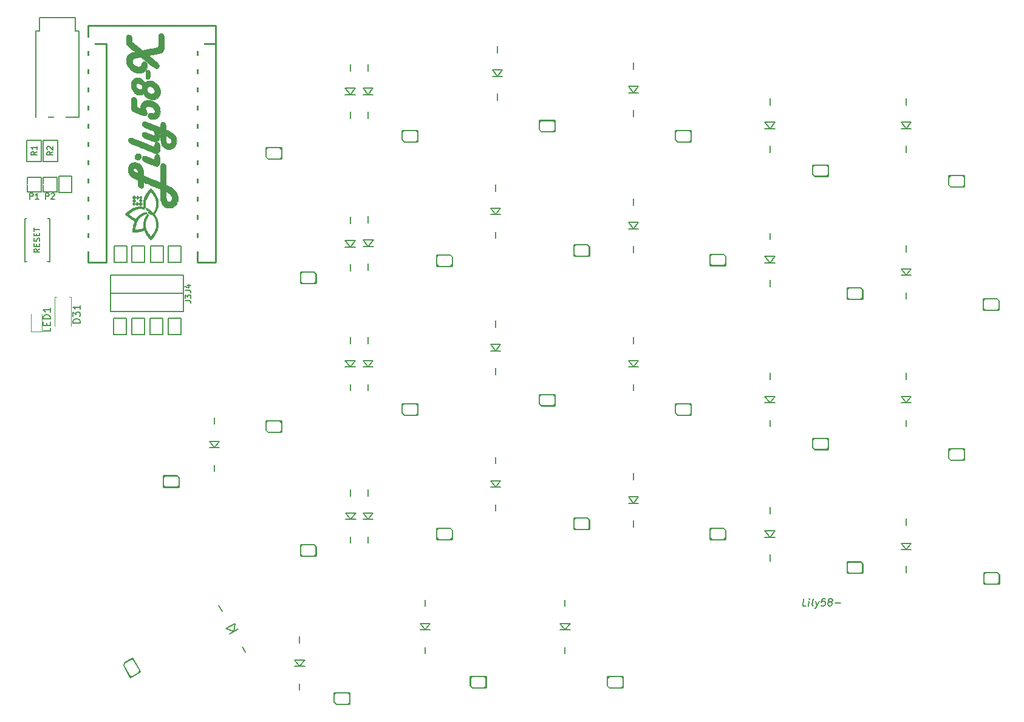
<source format=gto>
G04 #@! TF.GenerationSoftware,KiCad,Pcbnew,(5.1.10)-1*
G04 #@! TF.CreationDate,2021-11-18T00:25:13+09:00*
G04 #@! TF.ProjectId,Lily58,4c696c79-3538-42e6-9b69-6361645f7063,rev?*
G04 #@! TF.SameCoordinates,PX4f27ac0PY2349340*
G04 #@! TF.FileFunction,Legend,Top*
G04 #@! TF.FilePolarity,Positive*
%FSLAX46Y46*%
G04 Gerber Fmt 4.6, Leading zero omitted, Abs format (unit mm)*
G04 Created by KiCad (PCBNEW (5.1.10)-1) date 2021-11-18 00:25:13*
%MOMM*%
%LPD*%
G01*
G04 APERTURE LIST*
%ADD10C,0.150000*%
%ADD11C,0.250000*%
%ADD12C,0.010000*%
%ADD13C,0.300000*%
%ADD14C,0.120000*%
%ADD15C,1.924000*%
%ADD16C,1.400000*%
%ADD17O,1.900000X2.900000*%
%ADD18C,2.300000*%
%ADD19C,4.400000*%
%ADD20C,2.100000*%
%ADD21C,3.100000*%
%ADD22C,1.797000*%
%ADD23C,2.398980*%
%ADD24C,1.600000*%
%ADD25C,5.300000*%
%ADD26C,2.900000*%
%ADD27C,2.600000*%
G04 APERTURE END LIST*
D10*
X109317738Y-82452380D02*
X108841547Y-82452380D01*
X108966547Y-81452380D01*
X109651071Y-82452380D02*
X109734404Y-81785714D01*
X109776071Y-81452380D02*
X109722500Y-81500000D01*
X109764166Y-81547619D01*
X109817738Y-81500000D01*
X109776071Y-81452380D01*
X109764166Y-81547619D01*
X110270119Y-82452380D02*
X110180833Y-82404761D01*
X110145119Y-82309523D01*
X110252261Y-81452380D01*
X110639166Y-81785714D02*
X110793928Y-82452380D01*
X111115357Y-81785714D02*
X110793928Y-82452380D01*
X110668928Y-82690476D01*
X110615357Y-82738095D01*
X110514166Y-82785714D01*
X112014166Y-81452380D02*
X111537976Y-81452380D01*
X111430833Y-81928571D01*
X111484404Y-81880952D01*
X111585595Y-81833333D01*
X111823690Y-81833333D01*
X111912976Y-81880952D01*
X111954642Y-81928571D01*
X111990357Y-82023809D01*
X111960595Y-82261904D01*
X111901071Y-82357142D01*
X111847500Y-82404761D01*
X111746309Y-82452380D01*
X111508214Y-82452380D01*
X111418928Y-82404761D01*
X111377261Y-82357142D01*
X112579642Y-81880952D02*
X112490357Y-81833333D01*
X112448690Y-81785714D01*
X112412976Y-81690476D01*
X112418928Y-81642857D01*
X112478452Y-81547619D01*
X112532023Y-81500000D01*
X112633214Y-81452380D01*
X112823690Y-81452380D01*
X112912976Y-81500000D01*
X112954642Y-81547619D01*
X112990357Y-81642857D01*
X112984404Y-81690476D01*
X112924880Y-81785714D01*
X112871309Y-81833333D01*
X112770119Y-81880952D01*
X112579642Y-81880952D01*
X112478452Y-81928571D01*
X112424880Y-81976190D01*
X112365357Y-82071428D01*
X112341547Y-82261904D01*
X112377261Y-82357142D01*
X112418928Y-82404761D01*
X112508214Y-82452380D01*
X112698690Y-82452380D01*
X112799880Y-82404761D01*
X112853452Y-82357142D01*
X112912976Y-82261904D01*
X112936785Y-82071428D01*
X112901071Y-81976190D01*
X112859404Y-81928571D01*
X112770119Y-81880952D01*
X113365357Y-82071428D02*
X114127261Y-82071428D01*
D11*
X24448815Y-34535745D02*
X26988815Y-34535745D01*
X11748815Y-4055745D02*
X9208815Y-4055745D01*
D10*
X9208815Y-4055745D02*
X9208815Y-34535745D01*
D11*
X9208815Y-1515745D02*
X9208815Y-34535745D01*
X26988815Y-1515745D02*
X9208815Y-1515745D01*
X9208815Y-34535745D02*
X11748815Y-34535745D01*
X26988815Y-4055745D02*
X24448815Y-4055745D01*
X26988815Y-34535745D02*
X26988815Y-1515745D01*
X24448815Y-4055745D02*
X24448815Y-34535745D01*
X11748815Y-34535745D02*
X11748815Y-4055745D01*
D10*
X26988815Y-34535745D02*
X26988815Y-4055745D01*
D12*
G36*
X15706707Y-19705015D02*
G01*
X15776762Y-19561896D01*
X15899934Y-19446108D01*
X15916897Y-19435329D01*
X16062181Y-19378784D01*
X16207371Y-19377096D01*
X16342589Y-19422382D01*
X16457956Y-19506755D01*
X16543595Y-19622333D01*
X16589627Y-19761230D01*
X16586173Y-19915562D01*
X16574963Y-19960568D01*
X16505216Y-20096361D01*
X16397903Y-20193544D01*
X16266166Y-20251049D01*
X16123142Y-20267811D01*
X15981974Y-20242762D01*
X15855800Y-20174836D01*
X15757762Y-20062966D01*
X15739370Y-20028392D01*
X15693124Y-19864251D01*
X15706707Y-19705015D01*
G37*
X15706707Y-19705015D02*
X15776762Y-19561896D01*
X15899934Y-19446108D01*
X15916897Y-19435329D01*
X16062181Y-19378784D01*
X16207371Y-19377096D01*
X16342589Y-19422382D01*
X16457956Y-19506755D01*
X16543595Y-19622333D01*
X16589627Y-19761230D01*
X16586173Y-19915562D01*
X16574963Y-19960568D01*
X16505216Y-20096361D01*
X16397903Y-20193544D01*
X16266166Y-20251049D01*
X16123142Y-20267811D01*
X15981974Y-20242762D01*
X15855800Y-20174836D01*
X15757762Y-20062966D01*
X15739370Y-20028392D01*
X15693124Y-19864251D01*
X15706707Y-19705015D01*
G36*
X17248099Y-8106418D02*
G01*
X17260568Y-7989328D01*
X17283243Y-7905542D01*
X17317586Y-7845084D01*
X17345449Y-7814875D01*
X17445951Y-7760743D01*
X17565743Y-7752061D01*
X17680711Y-7787931D01*
X17736318Y-7829432D01*
X17766926Y-7862699D01*
X17788223Y-7898493D01*
X17801862Y-7948251D01*
X17809500Y-8023412D01*
X17812793Y-8135414D01*
X17813394Y-8295695D01*
X17813284Y-8361245D01*
X17810164Y-8561893D01*
X17802101Y-8720661D01*
X17789639Y-8830008D01*
X17775901Y-8878625D01*
X17688805Y-8975754D01*
X17577960Y-9019667D01*
X17457392Y-9008192D01*
X17347707Y-8944947D01*
X17310319Y-8910431D01*
X17284819Y-8874498D01*
X17268497Y-8824524D01*
X17258642Y-8747885D01*
X17252542Y-8631957D01*
X17247933Y-8480417D01*
X17244375Y-8266789D01*
X17248099Y-8106418D01*
G37*
X17248099Y-8106418D02*
X17260568Y-7989328D01*
X17283243Y-7905542D01*
X17317586Y-7845084D01*
X17345449Y-7814875D01*
X17445951Y-7760743D01*
X17565743Y-7752061D01*
X17680711Y-7787931D01*
X17736318Y-7829432D01*
X17766926Y-7862699D01*
X17788223Y-7898493D01*
X17801862Y-7948251D01*
X17809500Y-8023412D01*
X17812793Y-8135414D01*
X17813394Y-8295695D01*
X17813284Y-8361245D01*
X17810164Y-8561893D01*
X17802101Y-8720661D01*
X17789639Y-8830008D01*
X17775901Y-8878625D01*
X17688805Y-8975754D01*
X17577960Y-9019667D01*
X17457392Y-9008192D01*
X17347707Y-8944947D01*
X17310319Y-8910431D01*
X17284819Y-8874498D01*
X17268497Y-8824524D01*
X17258642Y-8747885D01*
X17252542Y-8631957D01*
X17247933Y-8480417D01*
X17244375Y-8266789D01*
X17248099Y-8106418D01*
G36*
X14803476Y-17407611D02*
G01*
X14849495Y-17298665D01*
X14864548Y-17280542D01*
X14978160Y-17195225D01*
X15105094Y-17159843D01*
X15177754Y-17165102D01*
X15222320Y-17180277D01*
X15319931Y-17217198D01*
X15464851Y-17273587D01*
X15651344Y-17347164D01*
X15873674Y-17435652D01*
X16126107Y-17536772D01*
X16402906Y-17648246D01*
X16698335Y-17767796D01*
X16847051Y-17828182D01*
X18433375Y-18473038D01*
X18453539Y-18231957D01*
X18476256Y-18042022D01*
X18511066Y-17907200D01*
X18563200Y-17819474D01*
X18637887Y-17770828D01*
X18740360Y-17753246D01*
X18766239Y-17752750D01*
X18912875Y-17781801D01*
X19037527Y-17861685D01*
X19107184Y-17951725D01*
X19129768Y-18004806D01*
X19146160Y-18075365D01*
X19157529Y-18174352D01*
X19165042Y-18312719D01*
X19169866Y-18501416D01*
X19170617Y-18546500D01*
X19171366Y-18738515D01*
X19167648Y-18903403D01*
X19159955Y-19030035D01*
X19148778Y-19107285D01*
X19145324Y-19118000D01*
X19056657Y-19259736D01*
X18933970Y-19352844D01*
X18787357Y-19392480D01*
X18626909Y-19373802D01*
X18618006Y-19371026D01*
X18554943Y-19348214D01*
X18441876Y-19304657D01*
X18285139Y-19242941D01*
X18091064Y-19165650D01*
X17865983Y-19075366D01*
X17616228Y-18974675D01*
X17348133Y-18866159D01*
X17068028Y-18752404D01*
X16782246Y-18635992D01*
X16497120Y-18519508D01*
X16218982Y-18405537D01*
X15954165Y-18296661D01*
X15708999Y-18195464D01*
X15489819Y-18104531D01*
X15302956Y-18026446D01*
X15154742Y-17963792D01*
X15051509Y-17919154D01*
X14999591Y-17895115D01*
X14995924Y-17893008D01*
X14898882Y-17799406D01*
X14831943Y-17675577D01*
X14798883Y-17539113D01*
X14803476Y-17407611D01*
G37*
X14803476Y-17407611D02*
X14849495Y-17298665D01*
X14864548Y-17280542D01*
X14978160Y-17195225D01*
X15105094Y-17159843D01*
X15177754Y-17165102D01*
X15222320Y-17180277D01*
X15319931Y-17217198D01*
X15464851Y-17273587D01*
X15651344Y-17347164D01*
X15873674Y-17435652D01*
X16126107Y-17536772D01*
X16402906Y-17648246D01*
X16698335Y-17767796D01*
X16847051Y-17828182D01*
X18433375Y-18473038D01*
X18453539Y-18231957D01*
X18476256Y-18042022D01*
X18511066Y-17907200D01*
X18563200Y-17819474D01*
X18637887Y-17770828D01*
X18740360Y-17753246D01*
X18766239Y-17752750D01*
X18912875Y-17781801D01*
X19037527Y-17861685D01*
X19107184Y-17951725D01*
X19129768Y-18004806D01*
X19146160Y-18075365D01*
X19157529Y-18174352D01*
X19165042Y-18312719D01*
X19169866Y-18501416D01*
X19170617Y-18546500D01*
X19171366Y-18738515D01*
X19167648Y-18903403D01*
X19159955Y-19030035D01*
X19148778Y-19107285D01*
X19145324Y-19118000D01*
X19056657Y-19259736D01*
X18933970Y-19352844D01*
X18787357Y-19392480D01*
X18626909Y-19373802D01*
X18618006Y-19371026D01*
X18554943Y-19348214D01*
X18441876Y-19304657D01*
X18285139Y-19242941D01*
X18091064Y-19165650D01*
X17865983Y-19075366D01*
X17616228Y-18974675D01*
X17348133Y-18866159D01*
X17068028Y-18752404D01*
X16782246Y-18635992D01*
X16497120Y-18519508D01*
X16218982Y-18405537D01*
X15954165Y-18296661D01*
X15708999Y-18195464D01*
X15489819Y-18104531D01*
X15302956Y-18026446D01*
X15154742Y-17963792D01*
X15051509Y-17919154D01*
X14999591Y-17895115D01*
X14995924Y-17893008D01*
X14898882Y-17799406D01*
X14831943Y-17675577D01*
X14798883Y-17539113D01*
X14803476Y-17407611D01*
G36*
X16762937Y-19853414D02*
G01*
X16856849Y-19748732D01*
X16876868Y-19734701D01*
X16924164Y-19710197D01*
X16978894Y-19698334D01*
X17048582Y-19700999D01*
X17140750Y-19720080D01*
X17262920Y-19757462D01*
X17422614Y-19815034D01*
X17627356Y-19894682D01*
X17814907Y-19970004D01*
X18433375Y-20220334D01*
X18452253Y-19956875D01*
X18474668Y-19771339D01*
X18513920Y-19638359D01*
X18574242Y-19548252D01*
X18654874Y-19493565D01*
X18774253Y-19471302D01*
X18898279Y-19501253D01*
X19012770Y-19574989D01*
X19103544Y-19684079D01*
X19148375Y-19786931D01*
X19166477Y-19891323D01*
X19176932Y-20039320D01*
X19180160Y-20213968D01*
X19176585Y-20398315D01*
X19166625Y-20575406D01*
X19150704Y-20728290D01*
X19129241Y-20840012D01*
X19121629Y-20863378D01*
X19038485Y-21009374D01*
X18923452Y-21103013D01*
X18781417Y-21141081D01*
X18703250Y-21138451D01*
X18641479Y-21122663D01*
X18531139Y-21086243D01*
X18382227Y-21033096D01*
X18204741Y-20967126D01*
X18008679Y-20892238D01*
X17804040Y-20812337D01*
X17600821Y-20731327D01*
X17409020Y-20653112D01*
X17238635Y-20581599D01*
X17099665Y-20520691D01*
X17002108Y-20474292D01*
X17000469Y-20473447D01*
X16865348Y-20376394D01*
X16772035Y-20253913D01*
X16722529Y-20117956D01*
X16718830Y-19980473D01*
X16762937Y-19853414D01*
G37*
X16762937Y-19853414D02*
X16856849Y-19748732D01*
X16876868Y-19734701D01*
X16924164Y-19710197D01*
X16978894Y-19698334D01*
X17048582Y-19700999D01*
X17140750Y-19720080D01*
X17262920Y-19757462D01*
X17422614Y-19815034D01*
X17627356Y-19894682D01*
X17814907Y-19970004D01*
X18433375Y-20220334D01*
X18452253Y-19956875D01*
X18474668Y-19771339D01*
X18513920Y-19638359D01*
X18574242Y-19548252D01*
X18654874Y-19493565D01*
X18774253Y-19471302D01*
X18898279Y-19501253D01*
X19012770Y-19574989D01*
X19103544Y-19684079D01*
X19148375Y-19786931D01*
X19166477Y-19891323D01*
X19176932Y-20039320D01*
X19180160Y-20213968D01*
X19176585Y-20398315D01*
X19166625Y-20575406D01*
X19150704Y-20728290D01*
X19129241Y-20840012D01*
X19121629Y-20863378D01*
X19038485Y-21009374D01*
X18923452Y-21103013D01*
X18781417Y-21141081D01*
X18703250Y-21138451D01*
X18641479Y-21122663D01*
X18531139Y-21086243D01*
X18382227Y-21033096D01*
X18204741Y-20967126D01*
X18008679Y-20892238D01*
X17804040Y-20812337D01*
X17600821Y-20731327D01*
X17409020Y-20653112D01*
X17238635Y-20581599D01*
X17099665Y-20520691D01*
X17002108Y-20474292D01*
X17000469Y-20473447D01*
X16865348Y-20376394D01*
X16772035Y-20253913D01*
X16722529Y-20117956D01*
X16718830Y-19980473D01*
X16762937Y-19853414D01*
G36*
X15203914Y-9576560D02*
G01*
X15276988Y-9336746D01*
X15396200Y-9134349D01*
X15559150Y-8974074D01*
X15657771Y-8910375D01*
X15752116Y-8862142D01*
X15834779Y-8833515D01*
X15928756Y-8819540D01*
X16057044Y-8815261D01*
X16099750Y-8815125D01*
X16252998Y-8819040D01*
X16365636Y-8833418D01*
X16460218Y-8862213D01*
X16518687Y-8888548D01*
X16692297Y-9000541D01*
X16849493Y-9150432D01*
X16969260Y-9317402D01*
X16988117Y-9353569D01*
X17054954Y-9491636D01*
X17214002Y-9384605D01*
X17397443Y-9281610D01*
X17579500Y-9226973D01*
X17767891Y-9212178D01*
X18045631Y-9241917D01*
X18306786Y-9327057D01*
X18546213Y-9460538D01*
X18758765Y-9635300D01*
X18939299Y-9844283D01*
X19082668Y-10080425D01*
X19183728Y-10336668D01*
X19237334Y-10605951D01*
X19238340Y-10881213D01*
X19182335Y-11153109D01*
X19076192Y-11391432D01*
X18927607Y-11585686D01*
X18742417Y-11733053D01*
X18526458Y-11830711D01*
X18285567Y-11875842D01*
X18025581Y-11865624D01*
X18021448Y-11864680D01*
X18021448Y-11067174D01*
X18171981Y-11056870D01*
X18301212Y-11006117D01*
X18401291Y-10919881D01*
X18464367Y-10803131D01*
X18482587Y-10660832D01*
X18448101Y-10497952D01*
X18437910Y-10472084D01*
X18352312Y-10330874D01*
X18228327Y-10208006D01*
X18079384Y-10109974D01*
X17918910Y-10043270D01*
X17760333Y-10014386D01*
X17617081Y-10029814D01*
X17565899Y-10050454D01*
X17457354Y-10125855D01*
X17395270Y-10222587D01*
X17373133Y-10354246D01*
X17375689Y-10447372D01*
X17413603Y-10629974D01*
X17502103Y-10783913D01*
X17646697Y-10917994D01*
X17687887Y-10946566D01*
X17857466Y-11032061D01*
X18021448Y-11067174D01*
X18021448Y-11864680D01*
X17809656Y-11816294D01*
X17584528Y-11721361D01*
X17374107Y-11585884D01*
X17191854Y-11421284D01*
X17051229Y-11238982D01*
X16990509Y-11121249D01*
X16946881Y-11041935D01*
X16906783Y-11025015D01*
X16877344Y-11053954D01*
X16807334Y-11117402D01*
X16690813Y-11170838D01*
X16544622Y-11208606D01*
X16452930Y-11218087D01*
X16452930Y-10449350D01*
X16582870Y-10404000D01*
X16641942Y-10357443D01*
X16703160Y-10282601D01*
X16729944Y-10201893D01*
X16734750Y-10115128D01*
X16709797Y-9949599D01*
X16668005Y-9857625D01*
X16545997Y-9714242D01*
X16392623Y-9625280D01*
X16212003Y-9593079D01*
X16202061Y-9593000D01*
X16090561Y-9599206D01*
X16015904Y-9623455D01*
X15952162Y-9674202D01*
X15951775Y-9674588D01*
X15905183Y-9728914D01*
X15883038Y-9785759D01*
X15879342Y-9868375D01*
X15883442Y-9939413D01*
X15915115Y-10107558D01*
X15988769Y-10239482D01*
X16113874Y-10350347D01*
X16157722Y-10378650D01*
X16307023Y-10441083D01*
X16452930Y-10449350D01*
X16452930Y-11218087D01*
X16385600Y-11225049D01*
X16367165Y-11225317D01*
X16230430Y-11220916D01*
X16121334Y-11201227D01*
X16008082Y-11158769D01*
X15932672Y-11123085D01*
X15705065Y-10976741D01*
X15511360Y-10782880D01*
X15357036Y-10550769D01*
X15247574Y-10289675D01*
X15188451Y-10008864D01*
X15179376Y-9849083D01*
X15203914Y-9576560D01*
G37*
X15203914Y-9576560D02*
X15276988Y-9336746D01*
X15396200Y-9134349D01*
X15559150Y-8974074D01*
X15657771Y-8910375D01*
X15752116Y-8862142D01*
X15834779Y-8833515D01*
X15928756Y-8819540D01*
X16057044Y-8815261D01*
X16099750Y-8815125D01*
X16252998Y-8819040D01*
X16365636Y-8833418D01*
X16460218Y-8862213D01*
X16518687Y-8888548D01*
X16692297Y-9000541D01*
X16849493Y-9150432D01*
X16969260Y-9317402D01*
X16988117Y-9353569D01*
X17054954Y-9491636D01*
X17214002Y-9384605D01*
X17397443Y-9281610D01*
X17579500Y-9226973D01*
X17767891Y-9212178D01*
X18045631Y-9241917D01*
X18306786Y-9327057D01*
X18546213Y-9460538D01*
X18758765Y-9635300D01*
X18939299Y-9844283D01*
X19082668Y-10080425D01*
X19183728Y-10336668D01*
X19237334Y-10605951D01*
X19238340Y-10881213D01*
X19182335Y-11153109D01*
X19076192Y-11391432D01*
X18927607Y-11585686D01*
X18742417Y-11733053D01*
X18526458Y-11830711D01*
X18285567Y-11875842D01*
X18025581Y-11865624D01*
X18021448Y-11864680D01*
X18021448Y-11067174D01*
X18171981Y-11056870D01*
X18301212Y-11006117D01*
X18401291Y-10919881D01*
X18464367Y-10803131D01*
X18482587Y-10660832D01*
X18448101Y-10497952D01*
X18437910Y-10472084D01*
X18352312Y-10330874D01*
X18228327Y-10208006D01*
X18079384Y-10109974D01*
X17918910Y-10043270D01*
X17760333Y-10014386D01*
X17617081Y-10029814D01*
X17565899Y-10050454D01*
X17457354Y-10125855D01*
X17395270Y-10222587D01*
X17373133Y-10354246D01*
X17375689Y-10447372D01*
X17413603Y-10629974D01*
X17502103Y-10783913D01*
X17646697Y-10917994D01*
X17687887Y-10946566D01*
X17857466Y-11032061D01*
X18021448Y-11067174D01*
X18021448Y-11864680D01*
X17809656Y-11816294D01*
X17584528Y-11721361D01*
X17374107Y-11585884D01*
X17191854Y-11421284D01*
X17051229Y-11238982D01*
X16990509Y-11121249D01*
X16946881Y-11041935D01*
X16906783Y-11025015D01*
X16877344Y-11053954D01*
X16807334Y-11117402D01*
X16690813Y-11170838D01*
X16544622Y-11208606D01*
X16452930Y-11218087D01*
X16452930Y-10449350D01*
X16582870Y-10404000D01*
X16641942Y-10357443D01*
X16703160Y-10282601D01*
X16729944Y-10201893D01*
X16734750Y-10115128D01*
X16709797Y-9949599D01*
X16668005Y-9857625D01*
X16545997Y-9714242D01*
X16392623Y-9625280D01*
X16212003Y-9593079D01*
X16202061Y-9593000D01*
X16090561Y-9599206D01*
X16015904Y-9623455D01*
X15952162Y-9674202D01*
X15951775Y-9674588D01*
X15905183Y-9728914D01*
X15883038Y-9785759D01*
X15879342Y-9868375D01*
X15883442Y-9939413D01*
X15915115Y-10107558D01*
X15988769Y-10239482D01*
X16113874Y-10350347D01*
X16157722Y-10378650D01*
X16307023Y-10441083D01*
X16452930Y-10449350D01*
X16452930Y-11218087D01*
X16385600Y-11225049D01*
X16367165Y-11225317D01*
X16230430Y-11220916D01*
X16121334Y-11201227D01*
X16008082Y-11158769D01*
X15932672Y-11123085D01*
X15705065Y-10976741D01*
X15511360Y-10782880D01*
X15357036Y-10550769D01*
X15247574Y-10289675D01*
X15188451Y-10008864D01*
X15179376Y-9849083D01*
X15203914Y-9576560D01*
G36*
X15226884Y-12233736D02*
G01*
X15228074Y-12044637D01*
X15230815Y-11902557D01*
X15235727Y-11799255D01*
X15243430Y-11726492D01*
X15254544Y-11676026D01*
X15269687Y-11639619D01*
X15289481Y-11609029D01*
X15292275Y-11605255D01*
X15388661Y-11522741D01*
X15507223Y-11489538D01*
X15634397Y-11502468D01*
X15756621Y-11558355D01*
X15860331Y-11654020D01*
X15918696Y-11752000D01*
X15931260Y-11809585D01*
X15943999Y-11918154D01*
X15955850Y-12065205D01*
X15965750Y-12238235D01*
X15970890Y-12366261D01*
X15988625Y-12901146D01*
X16250562Y-13006726D01*
X16512500Y-13112305D01*
X16512500Y-12914059D01*
X16540629Y-12664979D01*
X16623149Y-12446197D01*
X16757259Y-12261880D01*
X16940158Y-12116197D01*
X17101751Y-12037075D01*
X17306104Y-11982701D01*
X17544458Y-11959715D01*
X17795540Y-11968248D01*
X18038079Y-12008430D01*
X18119686Y-12030817D01*
X18385583Y-12141301D01*
X18632329Y-12298461D01*
X18847229Y-12491948D01*
X19017588Y-12711413D01*
X19071946Y-12807155D01*
X19170049Y-13055109D01*
X19226531Y-13321183D01*
X19239379Y-13587066D01*
X19206583Y-13834445D01*
X19191036Y-13891189D01*
X19088838Y-14128117D01*
X18944011Y-14321794D01*
X18762222Y-14468262D01*
X18549141Y-14563560D01*
X18310435Y-14603730D01*
X18174446Y-14601233D01*
X17958757Y-14562566D01*
X17780490Y-14487010D01*
X17645476Y-14379257D01*
X17559543Y-14243997D01*
X17528521Y-14085921D01*
X17528499Y-14081431D01*
X17542440Y-13966128D01*
X17593709Y-13872501D01*
X17618834Y-13842651D01*
X17670150Y-13791993D01*
X17724558Y-13759987D01*
X17795256Y-13744702D01*
X17895438Y-13744211D01*
X18038303Y-13756583D01*
X18133488Y-13767418D01*
X18245709Y-13779348D01*
X18314925Y-13778430D01*
X18361174Y-13759402D01*
X18404496Y-13717005D01*
X18427176Y-13690327D01*
X18494185Y-13566191D01*
X18505594Y-13427328D01*
X18465164Y-13281570D01*
X18376654Y-13136745D01*
X18243824Y-13000687D01*
X18070432Y-12881224D01*
X18027679Y-12858185D01*
X17876117Y-12804801D01*
X17674290Y-12776294D01*
X17648417Y-12774586D01*
X17403209Y-12759941D01*
X17291229Y-12871921D01*
X17218628Y-12960240D01*
X17185049Y-13049748D01*
X17190472Y-13153630D01*
X17234875Y-13285074D01*
X17290375Y-13403000D01*
X17368226Y-13586695D01*
X17398925Y-13740007D01*
X17383931Y-13873407D01*
X17363568Y-13927763D01*
X17288659Y-14020607D01*
X17171844Y-14081630D01*
X17042703Y-14101500D01*
X16989139Y-14089941D01*
X16886908Y-14057816D01*
X16745972Y-14008961D01*
X16576291Y-13947206D01*
X16387825Y-13876387D01*
X16190534Y-13800334D01*
X15994379Y-13722882D01*
X15809319Y-13647862D01*
X15645316Y-13579109D01*
X15512330Y-13520455D01*
X15430567Y-13481117D01*
X15370915Y-13447865D01*
X15324184Y-13411864D01*
X15288800Y-13365374D01*
X15263188Y-13300653D01*
X15245775Y-13209961D01*
X15234987Y-13085556D01*
X15229249Y-12919697D01*
X15226988Y-12704644D01*
X15226625Y-12478094D01*
X15226884Y-12233736D01*
G37*
X15226884Y-12233736D02*
X15228074Y-12044637D01*
X15230815Y-11902557D01*
X15235727Y-11799255D01*
X15243430Y-11726492D01*
X15254544Y-11676026D01*
X15269687Y-11639619D01*
X15289481Y-11609029D01*
X15292275Y-11605255D01*
X15388661Y-11522741D01*
X15507223Y-11489538D01*
X15634397Y-11502468D01*
X15756621Y-11558355D01*
X15860331Y-11654020D01*
X15918696Y-11752000D01*
X15931260Y-11809585D01*
X15943999Y-11918154D01*
X15955850Y-12065205D01*
X15965750Y-12238235D01*
X15970890Y-12366261D01*
X15988625Y-12901146D01*
X16250562Y-13006726D01*
X16512500Y-13112305D01*
X16512500Y-12914059D01*
X16540629Y-12664979D01*
X16623149Y-12446197D01*
X16757259Y-12261880D01*
X16940158Y-12116197D01*
X17101751Y-12037075D01*
X17306104Y-11982701D01*
X17544458Y-11959715D01*
X17795540Y-11968248D01*
X18038079Y-12008430D01*
X18119686Y-12030817D01*
X18385583Y-12141301D01*
X18632329Y-12298461D01*
X18847229Y-12491948D01*
X19017588Y-12711413D01*
X19071946Y-12807155D01*
X19170049Y-13055109D01*
X19226531Y-13321183D01*
X19239379Y-13587066D01*
X19206583Y-13834445D01*
X19191036Y-13891189D01*
X19088838Y-14128117D01*
X18944011Y-14321794D01*
X18762222Y-14468262D01*
X18549141Y-14563560D01*
X18310435Y-14603730D01*
X18174446Y-14601233D01*
X17958757Y-14562566D01*
X17780490Y-14487010D01*
X17645476Y-14379257D01*
X17559543Y-14243997D01*
X17528521Y-14085921D01*
X17528499Y-14081431D01*
X17542440Y-13966128D01*
X17593709Y-13872501D01*
X17618834Y-13842651D01*
X17670150Y-13791993D01*
X17724558Y-13759987D01*
X17795256Y-13744702D01*
X17895438Y-13744211D01*
X18038303Y-13756583D01*
X18133488Y-13767418D01*
X18245709Y-13779348D01*
X18314925Y-13778430D01*
X18361174Y-13759402D01*
X18404496Y-13717005D01*
X18427176Y-13690327D01*
X18494185Y-13566191D01*
X18505594Y-13427328D01*
X18465164Y-13281570D01*
X18376654Y-13136745D01*
X18243824Y-13000687D01*
X18070432Y-12881224D01*
X18027679Y-12858185D01*
X17876117Y-12804801D01*
X17674290Y-12776294D01*
X17648417Y-12774586D01*
X17403209Y-12759941D01*
X17291229Y-12871921D01*
X17218628Y-12960240D01*
X17185049Y-13049748D01*
X17190472Y-13153630D01*
X17234875Y-13285074D01*
X17290375Y-13403000D01*
X17368226Y-13586695D01*
X17398925Y-13740007D01*
X17383931Y-13873407D01*
X17363568Y-13927763D01*
X17288659Y-14020607D01*
X17171844Y-14081630D01*
X17042703Y-14101500D01*
X16989139Y-14089941D01*
X16886908Y-14057816D01*
X16745972Y-14008961D01*
X16576291Y-13947206D01*
X16387825Y-13876387D01*
X16190534Y-13800334D01*
X15994379Y-13722882D01*
X15809319Y-13647862D01*
X15645316Y-13579109D01*
X15512330Y-13520455D01*
X15430567Y-13481117D01*
X15370915Y-13447865D01*
X15324184Y-13411864D01*
X15288800Y-13365374D01*
X15263188Y-13300653D01*
X15245775Y-13209961D01*
X15234987Y-13085556D01*
X15229249Y-12919697D01*
X15226988Y-12704644D01*
X15226625Y-12478094D01*
X15226884Y-12233736D01*
G36*
X14514385Y-3348192D02*
G01*
X14519766Y-3208704D01*
X14528692Y-3108467D01*
X14532003Y-3088670D01*
X14569116Y-2995982D01*
X14630883Y-2910779D01*
X14631583Y-2910076D01*
X14736936Y-2845734D01*
X14863385Y-2829316D01*
X14995306Y-2856936D01*
X15117075Y-2924711D01*
X15213071Y-3028757D01*
X15230717Y-3059034D01*
X15261485Y-3145932D01*
X15283410Y-3276430D01*
X15297835Y-3459274D01*
X15300371Y-3512875D01*
X15315224Y-3862125D01*
X16046013Y-4433625D01*
X16232285Y-4578686D01*
X16402309Y-4709926D01*
X16549705Y-4822512D01*
X16668092Y-4911612D01*
X16751088Y-4972395D01*
X16792314Y-5000029D01*
X16795463Y-5001179D01*
X16830002Y-4994355D01*
X16919433Y-4976808D01*
X17056329Y-4949990D01*
X17233258Y-4915357D01*
X17442794Y-4874363D01*
X17677508Y-4828461D01*
X17845108Y-4795695D01*
X18156533Y-4733918D01*
X18409394Y-4681678D01*
X18607751Y-4638011D01*
X18755666Y-4601953D01*
X18857200Y-4572542D01*
X18916415Y-4548812D01*
X18932546Y-4537704D01*
X18950698Y-4514304D01*
X18964540Y-4479691D01*
X18974658Y-4425743D01*
X18981636Y-4344336D01*
X18986058Y-4227347D01*
X18988510Y-4066652D01*
X18989577Y-3854128D01*
X18989757Y-3743063D01*
X18991035Y-3469443D01*
X18994891Y-3251499D01*
X19002290Y-3081427D01*
X19014200Y-2951421D01*
X19031587Y-2853679D01*
X19055418Y-2780396D01*
X19086660Y-2723767D01*
X19121286Y-2681263D01*
X19174241Y-2634155D01*
X19232605Y-2613474D01*
X19320844Y-2612521D01*
X19361570Y-2615465D01*
X19504729Y-2642715D01*
X19609083Y-2704905D01*
X19690819Y-2813788D01*
X19723036Y-2877875D01*
X19740234Y-2920626D01*
X19753684Y-2970426D01*
X19763819Y-3035138D01*
X19771072Y-3122628D01*
X19775875Y-3240758D01*
X19778662Y-3397393D01*
X19779866Y-3600395D01*
X19779919Y-3857630D01*
X19779841Y-3909750D01*
X19778562Y-4198721D01*
X19775588Y-4431121D01*
X19770607Y-4613865D01*
X19763311Y-4753866D01*
X19753388Y-4858039D01*
X19740529Y-4933298D01*
X19732536Y-4963438D01*
X19651817Y-5121053D01*
X19517289Y-5245737D01*
X19329973Y-5336587D01*
X19298239Y-5346977D01*
X19217045Y-5368336D01*
X19085468Y-5398452D01*
X18915604Y-5434761D01*
X18719552Y-5474694D01*
X18509409Y-5515685D01*
X18449250Y-5527086D01*
X18244919Y-5565694D01*
X18058263Y-5601240D01*
X17899522Y-5631750D01*
X17778935Y-5655253D01*
X17706739Y-5669777D01*
X17694347Y-5672479D01*
X17678097Y-5682539D01*
X17682023Y-5704031D01*
X17710685Y-5741336D01*
X17768638Y-5798834D01*
X17860442Y-5880906D01*
X17990652Y-5991933D01*
X18163827Y-6136297D01*
X18256892Y-6213225D01*
X18433640Y-6360621D01*
X18598064Y-6500651D01*
X18742467Y-6626532D01*
X18859154Y-6731478D01*
X18940427Y-6808704D01*
X18974969Y-6846221D01*
X19049471Y-6985212D01*
X19073966Y-7129325D01*
X19053198Y-7266866D01*
X18991913Y-7386139D01*
X18894854Y-7475451D01*
X18766765Y-7523108D01*
X18698451Y-7527816D01*
X18649175Y-7521436D01*
X18590889Y-7501837D01*
X18518827Y-7465658D01*
X18428221Y-7409533D01*
X18314306Y-7330100D01*
X18172313Y-7223997D01*
X17997477Y-7087859D01*
X17785031Y-6918324D01*
X17530208Y-6712029D01*
X17452294Y-6648589D01*
X16547033Y-5910803D01*
X16283704Y-5958781D01*
X16032380Y-6007073D01*
X15835846Y-6051520D01*
X15685782Y-6095336D01*
X15573872Y-6141735D01*
X15491798Y-6193931D01*
X15431241Y-6255138D01*
X15400123Y-6300219D01*
X15345631Y-6447352D01*
X15350606Y-6607335D01*
X15413752Y-6774582D01*
X15533773Y-6943502D01*
X15554712Y-6966613D01*
X15743315Y-7130370D01*
X15947135Y-7233037D01*
X16165134Y-7274117D01*
X16200501Y-7274940D01*
X16353032Y-7259222D01*
X16466139Y-7206128D01*
X16549365Y-7107661D01*
X16612253Y-6955818D01*
X16622420Y-6921236D01*
X16692985Y-6744715D01*
X16788077Y-6621117D01*
X16902968Y-6552885D01*
X17032929Y-6542458D01*
X17173232Y-6592279D01*
X17212525Y-6616546D01*
X17333412Y-6723106D01*
X17408772Y-6854633D01*
X17444012Y-7022950D01*
X17448265Y-7132375D01*
X17418228Y-7373528D01*
X17334129Y-7590240D01*
X17202071Y-7778390D01*
X17028153Y-7933857D01*
X16818476Y-8052520D01*
X16579141Y-8130257D01*
X16316249Y-8162946D01*
X16035899Y-8146468D01*
X15964983Y-8134411D01*
X15680533Y-8049300D01*
X15408214Y-7910209D01*
X15156777Y-7725686D01*
X14934974Y-7504280D01*
X14751557Y-7254540D01*
X14615278Y-6985014D01*
X14542701Y-6745121D01*
X14518364Y-6553807D01*
X14517326Y-6346506D01*
X14537930Y-6145152D01*
X14578519Y-5971678D01*
X14606509Y-5900739D01*
X14740442Y-5692272D01*
X14923595Y-5516610D01*
X15147612Y-5379773D01*
X15404136Y-5287782D01*
X15480625Y-5270886D01*
X15585784Y-5247938D01*
X15665137Y-5225554D01*
X15696844Y-5211468D01*
X15680464Y-5186226D01*
X15620507Y-5127869D01*
X15523601Y-5042165D01*
X15396373Y-4934881D01*
X15245450Y-4811784D01*
X15151191Y-4736619D01*
X14944427Y-4570940D01*
X14785287Y-4438408D01*
X14669684Y-4335315D01*
X14593531Y-4257955D01*
X14552740Y-4202619D01*
X14546034Y-4187688D01*
X14534084Y-4120831D01*
X14524554Y-4005186D01*
X14517632Y-3855427D01*
X14513505Y-3686227D01*
X14512360Y-3512257D01*
X14514385Y-3348192D01*
G37*
X14514385Y-3348192D02*
X14519766Y-3208704D01*
X14528692Y-3108467D01*
X14532003Y-3088670D01*
X14569116Y-2995982D01*
X14630883Y-2910779D01*
X14631583Y-2910076D01*
X14736936Y-2845734D01*
X14863385Y-2829316D01*
X14995306Y-2856936D01*
X15117075Y-2924711D01*
X15213071Y-3028757D01*
X15230717Y-3059034D01*
X15261485Y-3145932D01*
X15283410Y-3276430D01*
X15297835Y-3459274D01*
X15300371Y-3512875D01*
X15315224Y-3862125D01*
X16046013Y-4433625D01*
X16232285Y-4578686D01*
X16402309Y-4709926D01*
X16549705Y-4822512D01*
X16668092Y-4911612D01*
X16751088Y-4972395D01*
X16792314Y-5000029D01*
X16795463Y-5001179D01*
X16830002Y-4994355D01*
X16919433Y-4976808D01*
X17056329Y-4949990D01*
X17233258Y-4915357D01*
X17442794Y-4874363D01*
X17677508Y-4828461D01*
X17845108Y-4795695D01*
X18156533Y-4733918D01*
X18409394Y-4681678D01*
X18607751Y-4638011D01*
X18755666Y-4601953D01*
X18857200Y-4572542D01*
X18916415Y-4548812D01*
X18932546Y-4537704D01*
X18950698Y-4514304D01*
X18964540Y-4479691D01*
X18974658Y-4425743D01*
X18981636Y-4344336D01*
X18986058Y-4227347D01*
X18988510Y-4066652D01*
X18989577Y-3854128D01*
X18989757Y-3743063D01*
X18991035Y-3469443D01*
X18994891Y-3251499D01*
X19002290Y-3081427D01*
X19014200Y-2951421D01*
X19031587Y-2853679D01*
X19055418Y-2780396D01*
X19086660Y-2723767D01*
X19121286Y-2681263D01*
X19174241Y-2634155D01*
X19232605Y-2613474D01*
X19320844Y-2612521D01*
X19361570Y-2615465D01*
X19504729Y-2642715D01*
X19609083Y-2704905D01*
X19690819Y-2813788D01*
X19723036Y-2877875D01*
X19740234Y-2920626D01*
X19753684Y-2970426D01*
X19763819Y-3035138D01*
X19771072Y-3122628D01*
X19775875Y-3240758D01*
X19778662Y-3397393D01*
X19779866Y-3600395D01*
X19779919Y-3857630D01*
X19779841Y-3909750D01*
X19778562Y-4198721D01*
X19775588Y-4431121D01*
X19770607Y-4613865D01*
X19763311Y-4753866D01*
X19753388Y-4858039D01*
X19740529Y-4933298D01*
X19732536Y-4963438D01*
X19651817Y-5121053D01*
X19517289Y-5245737D01*
X19329973Y-5336587D01*
X19298239Y-5346977D01*
X19217045Y-5368336D01*
X19085468Y-5398452D01*
X18915604Y-5434761D01*
X18719552Y-5474694D01*
X18509409Y-5515685D01*
X18449250Y-5527086D01*
X18244919Y-5565694D01*
X18058263Y-5601240D01*
X17899522Y-5631750D01*
X17778935Y-5655253D01*
X17706739Y-5669777D01*
X17694347Y-5672479D01*
X17678097Y-5682539D01*
X17682023Y-5704031D01*
X17710685Y-5741336D01*
X17768638Y-5798834D01*
X17860442Y-5880906D01*
X17990652Y-5991933D01*
X18163827Y-6136297D01*
X18256892Y-6213225D01*
X18433640Y-6360621D01*
X18598064Y-6500651D01*
X18742467Y-6626532D01*
X18859154Y-6731478D01*
X18940427Y-6808704D01*
X18974969Y-6846221D01*
X19049471Y-6985212D01*
X19073966Y-7129325D01*
X19053198Y-7266866D01*
X18991913Y-7386139D01*
X18894854Y-7475451D01*
X18766765Y-7523108D01*
X18698451Y-7527816D01*
X18649175Y-7521436D01*
X18590889Y-7501837D01*
X18518827Y-7465658D01*
X18428221Y-7409533D01*
X18314306Y-7330100D01*
X18172313Y-7223997D01*
X17997477Y-7087859D01*
X17785031Y-6918324D01*
X17530208Y-6712029D01*
X17452294Y-6648589D01*
X16547033Y-5910803D01*
X16283704Y-5958781D01*
X16032380Y-6007073D01*
X15835846Y-6051520D01*
X15685782Y-6095336D01*
X15573872Y-6141735D01*
X15491798Y-6193931D01*
X15431241Y-6255138D01*
X15400123Y-6300219D01*
X15345631Y-6447352D01*
X15350606Y-6607335D01*
X15413752Y-6774582D01*
X15533773Y-6943502D01*
X15554712Y-6966613D01*
X15743315Y-7130370D01*
X15947135Y-7233037D01*
X16165134Y-7274117D01*
X16200501Y-7274940D01*
X16353032Y-7259222D01*
X16466139Y-7206128D01*
X16549365Y-7107661D01*
X16612253Y-6955818D01*
X16622420Y-6921236D01*
X16692985Y-6744715D01*
X16788077Y-6621117D01*
X16902968Y-6552885D01*
X17032929Y-6542458D01*
X17173232Y-6592279D01*
X17212525Y-6616546D01*
X17333412Y-6723106D01*
X17408772Y-6854633D01*
X17444012Y-7022950D01*
X17448265Y-7132375D01*
X17418228Y-7373528D01*
X17334129Y-7590240D01*
X17202071Y-7778390D01*
X17028153Y-7933857D01*
X16818476Y-8052520D01*
X16579141Y-8130257D01*
X16316249Y-8162946D01*
X16035899Y-8146468D01*
X15964983Y-8134411D01*
X15680533Y-8049300D01*
X15408214Y-7910209D01*
X15156777Y-7725686D01*
X14934974Y-7504280D01*
X14751557Y-7254540D01*
X14615278Y-6985014D01*
X14542701Y-6745121D01*
X14518364Y-6553807D01*
X14517326Y-6346506D01*
X14537930Y-6145152D01*
X14578519Y-5971678D01*
X14606509Y-5900739D01*
X14740442Y-5692272D01*
X14923595Y-5516610D01*
X15147612Y-5379773D01*
X15404136Y-5287782D01*
X15480625Y-5270886D01*
X15585784Y-5247938D01*
X15665137Y-5225554D01*
X15696844Y-5211468D01*
X15680464Y-5186226D01*
X15620507Y-5127869D01*
X15523601Y-5042165D01*
X15396373Y-4934881D01*
X15245450Y-4811784D01*
X15151191Y-4736619D01*
X14944427Y-4570940D01*
X14785287Y-4438408D01*
X14669684Y-4335315D01*
X14593531Y-4257955D01*
X14552740Y-4202619D01*
X14546034Y-4187688D01*
X14534084Y-4120831D01*
X14524554Y-4005186D01*
X14517632Y-3855427D01*
X14513505Y-3686227D01*
X14512360Y-3512257D01*
X14514385Y-3348192D01*
G36*
X16757669Y-15068645D02*
G01*
X16840497Y-14967337D01*
X16953677Y-14906746D01*
X17035774Y-14895250D01*
X17092779Y-14907317D01*
X17202458Y-14942097D01*
X17359045Y-14997461D01*
X17556777Y-15071280D01*
X17789887Y-15161426D01*
X18052611Y-15265769D01*
X18196419Y-15323875D01*
X18440278Y-15422649D01*
X18665743Y-15513394D01*
X18866018Y-15593416D01*
X19034303Y-15660026D01*
X19163800Y-15710530D01*
X19247711Y-15742239D01*
X19278955Y-15752500D01*
X19291038Y-15723108D01*
X19300424Y-15644335D01*
X19305766Y-15530283D01*
X19306500Y-15464308D01*
X19307636Y-15326267D01*
X19313709Y-15235325D01*
X19328711Y-15175086D01*
X19356636Y-15129156D01*
X19399307Y-15083308D01*
X19502352Y-15010321D01*
X19615570Y-14993829D01*
X19750058Y-15032561D01*
X19768610Y-15041077D01*
X19862494Y-15104188D01*
X19930140Y-15196574D01*
X19974478Y-15326530D01*
X19998437Y-15502353D01*
X20005000Y-15710586D01*
X20005000Y-16061374D01*
X20155812Y-16117269D01*
X20342769Y-16195795D01*
X20545882Y-16296453D01*
X20747648Y-16409262D01*
X20930563Y-16524245D01*
X21077122Y-16631423D01*
X21115831Y-16664557D01*
X21292181Y-16856022D01*
X21408138Y-17046032D01*
X21457284Y-17151936D01*
X21488677Y-17242048D01*
X21506821Y-17337707D01*
X21516220Y-17460252D01*
X21520082Y-17576287D01*
X21517907Y-17802496D01*
X21498716Y-17972644D01*
X21482874Y-18035462D01*
X21425519Y-18168235D01*
X21340922Y-18312302D01*
X21243717Y-18445977D01*
X21148540Y-18547573D01*
X21123714Y-18567712D01*
X20966526Y-18673340D01*
X20825349Y-18739130D01*
X20675226Y-18773284D01*
X20491203Y-18784004D01*
X20465375Y-18784105D01*
X20449500Y-18783839D01*
X20449500Y-18006750D01*
X20565592Y-17987297D01*
X20676348Y-17937406D01*
X20755238Y-17869779D01*
X20764456Y-17855939D01*
X20789390Y-17771629D01*
X20796610Y-17653616D01*
X20786851Y-17528956D01*
X20760851Y-17424705D01*
X20752189Y-17405559D01*
X20678381Y-17304174D01*
X20560996Y-17190477D01*
X20414870Y-17077060D01*
X20254839Y-16976517D01*
X20232151Y-16964174D01*
X20133394Y-16913293D01*
X20056986Y-16877164D01*
X20020009Y-16863750D01*
X20012034Y-16893401D01*
X20007824Y-16974151D01*
X20007646Y-17093693D01*
X20011767Y-17239722D01*
X20011815Y-17240891D01*
X20033200Y-17498517D01*
X20075101Y-17699090D01*
X20139649Y-17846339D01*
X20228974Y-17943990D01*
X20345207Y-17995772D01*
X20449500Y-18006750D01*
X20449500Y-18783839D01*
X20318663Y-18781646D01*
X20213610Y-18771511D01*
X20128463Y-18749444D01*
X20041475Y-18711191D01*
X20010073Y-18695034D01*
X19789882Y-18551245D01*
X19606444Y-18374223D01*
X19485378Y-18199435D01*
X19418587Y-18053569D01*
X19369082Y-17888344D01*
X19335164Y-17693418D01*
X19315137Y-17458446D01*
X19307301Y-17173084D01*
X19307051Y-17112919D01*
X19306500Y-16615962D01*
X19206512Y-16581106D01*
X19136708Y-16557463D01*
X19100051Y-16546369D01*
X19099100Y-16546250D01*
X19104004Y-16572978D01*
X19124948Y-16640623D01*
X19138756Y-16681188D01*
X19170651Y-16842585D01*
X19170784Y-17031663D01*
X19141170Y-17222332D01*
X19084157Y-17387816D01*
X18980270Y-17538523D01*
X18865362Y-17631634D01*
X18776425Y-17683772D01*
X18700311Y-17710224D01*
X18609647Y-17717360D01*
X18512750Y-17713704D01*
X18430915Y-17705355D01*
X18340640Y-17687578D01*
X18232422Y-17657353D01*
X18096758Y-17611656D01*
X17924146Y-17547466D01*
X17705083Y-17461760D01*
X17643978Y-17437430D01*
X17400095Y-17337585D01*
X17194686Y-17248367D01*
X17033526Y-17172461D01*
X16922393Y-17112554D01*
X16875979Y-17080296D01*
X16772650Y-16956336D01*
X16718814Y-16817667D01*
X16715394Y-16677557D01*
X16763311Y-16549275D01*
X16833515Y-16468789D01*
X16895944Y-16424667D01*
X16962998Y-16399373D01*
X17043564Y-16394290D01*
X17146530Y-16410800D01*
X17280780Y-16450284D01*
X17455202Y-16514123D01*
X17664906Y-16598056D01*
X17882085Y-16686533D01*
X18048684Y-16752926D01*
X18172705Y-16799651D01*
X18262150Y-16829128D01*
X18325020Y-16843776D01*
X18369317Y-16846012D01*
X18403043Y-16838255D01*
X18425231Y-16827863D01*
X18466260Y-16772894D01*
X18480271Y-16678319D01*
X18468833Y-16561234D01*
X18433515Y-16438736D01*
X18379893Y-16333849D01*
X18350313Y-16293527D01*
X18314431Y-16257346D01*
X18264336Y-16221154D01*
X18192114Y-16180798D01*
X18089855Y-16132126D01*
X17949647Y-16070986D01*
X17763578Y-15993226D01*
X17612017Y-15930869D01*
X17362183Y-15826742D01*
X17165271Y-15739887D01*
X17014533Y-15665853D01*
X16903222Y-15600190D01*
X16824590Y-15538448D01*
X16771889Y-15476175D01*
X16738372Y-15408922D01*
X16719392Y-15342109D01*
X16714274Y-15197844D01*
X16757669Y-15068645D01*
G37*
X16757669Y-15068645D02*
X16840497Y-14967337D01*
X16953677Y-14906746D01*
X17035774Y-14895250D01*
X17092779Y-14907317D01*
X17202458Y-14942097D01*
X17359045Y-14997461D01*
X17556777Y-15071280D01*
X17789887Y-15161426D01*
X18052611Y-15265769D01*
X18196419Y-15323875D01*
X18440278Y-15422649D01*
X18665743Y-15513394D01*
X18866018Y-15593416D01*
X19034303Y-15660026D01*
X19163800Y-15710530D01*
X19247711Y-15742239D01*
X19278955Y-15752500D01*
X19291038Y-15723108D01*
X19300424Y-15644335D01*
X19305766Y-15530283D01*
X19306500Y-15464308D01*
X19307636Y-15326267D01*
X19313709Y-15235325D01*
X19328711Y-15175086D01*
X19356636Y-15129156D01*
X19399307Y-15083308D01*
X19502352Y-15010321D01*
X19615570Y-14993829D01*
X19750058Y-15032561D01*
X19768610Y-15041077D01*
X19862494Y-15104188D01*
X19930140Y-15196574D01*
X19974478Y-15326530D01*
X19998437Y-15502353D01*
X20005000Y-15710586D01*
X20005000Y-16061374D01*
X20155812Y-16117269D01*
X20342769Y-16195795D01*
X20545882Y-16296453D01*
X20747648Y-16409262D01*
X20930563Y-16524245D01*
X21077122Y-16631423D01*
X21115831Y-16664557D01*
X21292181Y-16856022D01*
X21408138Y-17046032D01*
X21457284Y-17151936D01*
X21488677Y-17242048D01*
X21506821Y-17337707D01*
X21516220Y-17460252D01*
X21520082Y-17576287D01*
X21517907Y-17802496D01*
X21498716Y-17972644D01*
X21482874Y-18035462D01*
X21425519Y-18168235D01*
X21340922Y-18312302D01*
X21243717Y-18445977D01*
X21148540Y-18547573D01*
X21123714Y-18567712D01*
X20966526Y-18673340D01*
X20825349Y-18739130D01*
X20675226Y-18773284D01*
X20491203Y-18784004D01*
X20465375Y-18784105D01*
X20449500Y-18783839D01*
X20449500Y-18006750D01*
X20565592Y-17987297D01*
X20676348Y-17937406D01*
X20755238Y-17869779D01*
X20764456Y-17855939D01*
X20789390Y-17771629D01*
X20796610Y-17653616D01*
X20786851Y-17528956D01*
X20760851Y-17424705D01*
X20752189Y-17405559D01*
X20678381Y-17304174D01*
X20560996Y-17190477D01*
X20414870Y-17077060D01*
X20254839Y-16976517D01*
X20232151Y-16964174D01*
X20133394Y-16913293D01*
X20056986Y-16877164D01*
X20020009Y-16863750D01*
X20012034Y-16893401D01*
X20007824Y-16974151D01*
X20007646Y-17093693D01*
X20011767Y-17239722D01*
X20011815Y-17240891D01*
X20033200Y-17498517D01*
X20075101Y-17699090D01*
X20139649Y-17846339D01*
X20228974Y-17943990D01*
X20345207Y-17995772D01*
X20449500Y-18006750D01*
X20449500Y-18783839D01*
X20318663Y-18781646D01*
X20213610Y-18771511D01*
X20128463Y-18749444D01*
X20041475Y-18711191D01*
X20010073Y-18695034D01*
X19789882Y-18551245D01*
X19606444Y-18374223D01*
X19485378Y-18199435D01*
X19418587Y-18053569D01*
X19369082Y-17888344D01*
X19335164Y-17693418D01*
X19315137Y-17458446D01*
X19307301Y-17173084D01*
X19307051Y-17112919D01*
X19306500Y-16615962D01*
X19206512Y-16581106D01*
X19136708Y-16557463D01*
X19100051Y-16546369D01*
X19099100Y-16546250D01*
X19104004Y-16572978D01*
X19124948Y-16640623D01*
X19138756Y-16681188D01*
X19170651Y-16842585D01*
X19170784Y-17031663D01*
X19141170Y-17222332D01*
X19084157Y-17387816D01*
X18980270Y-17538523D01*
X18865362Y-17631634D01*
X18776425Y-17683772D01*
X18700311Y-17710224D01*
X18609647Y-17717360D01*
X18512750Y-17713704D01*
X18430915Y-17705355D01*
X18340640Y-17687578D01*
X18232422Y-17657353D01*
X18096758Y-17611656D01*
X17924146Y-17547466D01*
X17705083Y-17461760D01*
X17643978Y-17437430D01*
X17400095Y-17337585D01*
X17194686Y-17248367D01*
X17033526Y-17172461D01*
X16922393Y-17112554D01*
X16875979Y-17080296D01*
X16772650Y-16956336D01*
X16718814Y-16817667D01*
X16715394Y-16677557D01*
X16763311Y-16549275D01*
X16833515Y-16468789D01*
X16895944Y-16424667D01*
X16962998Y-16399373D01*
X17043564Y-16394290D01*
X17146530Y-16410800D01*
X17280780Y-16450284D01*
X17455202Y-16514123D01*
X17664906Y-16598056D01*
X17882085Y-16686533D01*
X18048684Y-16752926D01*
X18172705Y-16799651D01*
X18262150Y-16829128D01*
X18325020Y-16843776D01*
X18369317Y-16846012D01*
X18403043Y-16838255D01*
X18425231Y-16827863D01*
X18466260Y-16772894D01*
X18480271Y-16678319D01*
X18468833Y-16561234D01*
X18433515Y-16438736D01*
X18379893Y-16333849D01*
X18350313Y-16293527D01*
X18314431Y-16257346D01*
X18264336Y-16221154D01*
X18192114Y-16180798D01*
X18089855Y-16132126D01*
X17949647Y-16070986D01*
X17763578Y-15993226D01*
X17612017Y-15930869D01*
X17362183Y-15826742D01*
X17165271Y-15739887D01*
X17014533Y-15665853D01*
X16903222Y-15600190D01*
X16824590Y-15538448D01*
X16771889Y-15476175D01*
X16738372Y-15408922D01*
X16719392Y-15342109D01*
X16714274Y-15197844D01*
X16757669Y-15068645D01*
G36*
X14754468Y-21489166D02*
G01*
X14766499Y-21376449D01*
X14791584Y-21280903D01*
X14833844Y-21179452D01*
X14834053Y-21179005D01*
X14966723Y-20964636D01*
X15142533Y-20792695D01*
X15318631Y-20686300D01*
X15428818Y-20643189D01*
X15542696Y-20619665D01*
X15686273Y-20610995D01*
X15734625Y-20610586D01*
X15989704Y-20636002D01*
X16213946Y-20715156D01*
X16415272Y-20851484D01*
X16517491Y-20950347D01*
X16658396Y-21123970D01*
X16764768Y-21309872D01*
X16840873Y-21520051D01*
X16890976Y-21766505D01*
X16919341Y-22061234D01*
X16920657Y-22084620D01*
X16941125Y-22463614D01*
X18096194Y-22933932D01*
X18350860Y-23037509D01*
X18586666Y-23133189D01*
X18797249Y-23218406D01*
X18976245Y-23290596D01*
X19117291Y-23347194D01*
X19214021Y-23385634D01*
X19260073Y-23403352D01*
X19263006Y-23404250D01*
X19265637Y-23373652D01*
X19268062Y-23286463D01*
X19270214Y-23149592D01*
X19272025Y-22969948D01*
X19273429Y-22754440D01*
X19274357Y-22509978D01*
X19274743Y-22243469D01*
X19274750Y-22202446D01*
X19274821Y-21894671D01*
X19275272Y-21643910D01*
X19276458Y-21443675D01*
X19278732Y-21287479D01*
X19282449Y-21168835D01*
X19287964Y-21081256D01*
X19295631Y-21018256D01*
X19305804Y-20973346D01*
X19318839Y-20940041D01*
X19335089Y-20911854D01*
X19346187Y-20895206D01*
X19442308Y-20794656D01*
X19558856Y-20751995D01*
X19702987Y-20764762D01*
X19716031Y-20768134D01*
X19851626Y-20836286D01*
X19955486Y-20956732D01*
X20024016Y-21124839D01*
X20036596Y-21180943D01*
X20043968Y-21251240D01*
X20050810Y-21376834D01*
X20056921Y-21549521D01*
X20062099Y-21761099D01*
X20066144Y-22003364D01*
X20068854Y-22268114D01*
X20070023Y-22543397D01*
X20071546Y-23737625D01*
X20490710Y-23939867D01*
X20663095Y-24024671D01*
X20792963Y-24094296D01*
X20895834Y-24159342D01*
X20987223Y-24230406D01*
X21082647Y-24318088D01*
X21166503Y-24401436D01*
X21372324Y-24634737D01*
X21525190Y-24869112D01*
X21634091Y-25119587D01*
X21672657Y-25247190D01*
X21697368Y-25386670D01*
X21711443Y-25563866D01*
X21714515Y-25754036D01*
X21706216Y-25932438D01*
X21686179Y-26074332D01*
X21685029Y-26079317D01*
X21599489Y-26313450D01*
X21462387Y-26531917D01*
X21285281Y-26720447D01*
X21079733Y-26864772D01*
X21027238Y-26891347D01*
X20935959Y-26930746D01*
X20852654Y-26955745D01*
X20758146Y-26969501D01*
X20633257Y-26975172D01*
X20513000Y-26976021D01*
X20466685Y-26975567D01*
X20466685Y-26102135D01*
X20603229Y-26084590D01*
X20729317Y-26018659D01*
X20831361Y-25903716D01*
X20831785Y-25903022D01*
X20878841Y-25775557D01*
X20892986Y-25616953D01*
X20874255Y-25450357D01*
X20830918Y-25316214D01*
X20749869Y-25185526D01*
X20626420Y-25044508D01*
X20476212Y-24908593D01*
X20314884Y-24793215D01*
X20279616Y-24772213D01*
X20186913Y-24720878D01*
X20117173Y-24685411D01*
X20088447Y-24674250D01*
X20081895Y-24704268D01*
X20076331Y-24787397D01*
X20072131Y-24913253D01*
X20069672Y-25071449D01*
X20069197Y-25206063D01*
X20070426Y-25410857D01*
X20074196Y-25563594D01*
X20081556Y-25675699D01*
X20093554Y-25758597D01*
X20111240Y-25823712D01*
X20130202Y-25870707D01*
X20216583Y-25994567D01*
X20333274Y-26071919D01*
X20466685Y-26102135D01*
X20466685Y-26975567D01*
X20357798Y-26974499D01*
X20247142Y-26967748D01*
X20162104Y-26952323D01*
X20083755Y-26924777D01*
X19993165Y-26881663D01*
X19992251Y-26881201D01*
X19755081Y-26728869D01*
X19566100Y-26535650D01*
X19424667Y-26300683D01*
X19330139Y-26023106D01*
X19320477Y-25980162D01*
X19302028Y-25857718D01*
X19288551Y-25685821D01*
X19279847Y-25460360D01*
X19275714Y-25177225D01*
X19275301Y-25053120D01*
X19274750Y-24336614D01*
X18123812Y-23870138D01*
X17869126Y-23767129D01*
X17632940Y-23672019D01*
X17421700Y-23587372D01*
X17241852Y-23515753D01*
X17099843Y-23459725D01*
X17002118Y-23421855D01*
X16955124Y-23404705D01*
X16952037Y-23403956D01*
X16942236Y-23433581D01*
X16932529Y-23513186D01*
X16924276Y-23629263D01*
X16920287Y-23719264D01*
X16913637Y-23867611D01*
X16903763Y-23967538D01*
X16887326Y-24034127D01*
X16860987Y-24082458D01*
X16832403Y-24116139D01*
X16734698Y-24177560D01*
X16607072Y-24200055D01*
X16470526Y-24182629D01*
X16367083Y-24138130D01*
X16284871Y-24073057D01*
X16224254Y-23986068D01*
X16181981Y-23867377D01*
X16154804Y-23707197D01*
X16139471Y-23495743D01*
X16137557Y-23446912D01*
X16131500Y-23274064D01*
X16131500Y-22133324D01*
X16130802Y-21982975D01*
X16116815Y-21857449D01*
X16082899Y-21731611D01*
X16071291Y-21703130D01*
X16013264Y-21604246D01*
X15942456Y-21520057D01*
X15924832Y-21504692D01*
X15815232Y-21448427D01*
X15702829Y-21438717D01*
X15602428Y-21470507D01*
X15528831Y-21538742D01*
X15496842Y-21638369D01*
X15496500Y-21650936D01*
X15519584Y-21759815D01*
X15591748Y-21858640D01*
X15717362Y-21951300D01*
X15900794Y-22041683D01*
X15964812Y-22067781D01*
X16131500Y-22133324D01*
X16131500Y-23274064D01*
X16124032Y-23060949D01*
X15843684Y-22944747D01*
X15519566Y-22789672D01*
X15254000Y-22616568D01*
X15043964Y-22422930D01*
X14886436Y-22206248D01*
X14835342Y-22108061D01*
X14792449Y-22005648D01*
X14766947Y-21910315D01*
X14754650Y-21798850D01*
X14751376Y-21648037D01*
X14751373Y-21642125D01*
X14754468Y-21489166D01*
G37*
X14754468Y-21489166D02*
X14766499Y-21376449D01*
X14791584Y-21280903D01*
X14833844Y-21179452D01*
X14834053Y-21179005D01*
X14966723Y-20964636D01*
X15142533Y-20792695D01*
X15318631Y-20686300D01*
X15428818Y-20643189D01*
X15542696Y-20619665D01*
X15686273Y-20610995D01*
X15734625Y-20610586D01*
X15989704Y-20636002D01*
X16213946Y-20715156D01*
X16415272Y-20851484D01*
X16517491Y-20950347D01*
X16658396Y-21123970D01*
X16764768Y-21309872D01*
X16840873Y-21520051D01*
X16890976Y-21766505D01*
X16919341Y-22061234D01*
X16920657Y-22084620D01*
X16941125Y-22463614D01*
X18096194Y-22933932D01*
X18350860Y-23037509D01*
X18586666Y-23133189D01*
X18797249Y-23218406D01*
X18976245Y-23290596D01*
X19117291Y-23347194D01*
X19214021Y-23385634D01*
X19260073Y-23403352D01*
X19263006Y-23404250D01*
X19265637Y-23373652D01*
X19268062Y-23286463D01*
X19270214Y-23149592D01*
X19272025Y-22969948D01*
X19273429Y-22754440D01*
X19274357Y-22509978D01*
X19274743Y-22243469D01*
X19274750Y-22202446D01*
X19274821Y-21894671D01*
X19275272Y-21643910D01*
X19276458Y-21443675D01*
X19278732Y-21287479D01*
X19282449Y-21168835D01*
X19287964Y-21081256D01*
X19295631Y-21018256D01*
X19305804Y-20973346D01*
X19318839Y-20940041D01*
X19335089Y-20911854D01*
X19346187Y-20895206D01*
X19442308Y-20794656D01*
X19558856Y-20751995D01*
X19702987Y-20764762D01*
X19716031Y-20768134D01*
X19851626Y-20836286D01*
X19955486Y-20956732D01*
X20024016Y-21124839D01*
X20036596Y-21180943D01*
X20043968Y-21251240D01*
X20050810Y-21376834D01*
X20056921Y-21549521D01*
X20062099Y-21761099D01*
X20066144Y-22003364D01*
X20068854Y-22268114D01*
X20070023Y-22543397D01*
X20071546Y-23737625D01*
X20490710Y-23939867D01*
X20663095Y-24024671D01*
X20792963Y-24094296D01*
X20895834Y-24159342D01*
X20987223Y-24230406D01*
X21082647Y-24318088D01*
X21166503Y-24401436D01*
X21372324Y-24634737D01*
X21525190Y-24869112D01*
X21634091Y-25119587D01*
X21672657Y-25247190D01*
X21697368Y-25386670D01*
X21711443Y-25563866D01*
X21714515Y-25754036D01*
X21706216Y-25932438D01*
X21686179Y-26074332D01*
X21685029Y-26079317D01*
X21599489Y-26313450D01*
X21462387Y-26531917D01*
X21285281Y-26720447D01*
X21079733Y-26864772D01*
X21027238Y-26891347D01*
X20935959Y-26930746D01*
X20852654Y-26955745D01*
X20758146Y-26969501D01*
X20633257Y-26975172D01*
X20513000Y-26976021D01*
X20466685Y-26975567D01*
X20466685Y-26102135D01*
X20603229Y-26084590D01*
X20729317Y-26018659D01*
X20831361Y-25903716D01*
X20831785Y-25903022D01*
X20878841Y-25775557D01*
X20892986Y-25616953D01*
X20874255Y-25450357D01*
X20830918Y-25316214D01*
X20749869Y-25185526D01*
X20626420Y-25044508D01*
X20476212Y-24908593D01*
X20314884Y-24793215D01*
X20279616Y-24772213D01*
X20186913Y-24720878D01*
X20117173Y-24685411D01*
X20088447Y-24674250D01*
X20081895Y-24704268D01*
X20076331Y-24787397D01*
X20072131Y-24913253D01*
X20069672Y-25071449D01*
X20069197Y-25206063D01*
X20070426Y-25410857D01*
X20074196Y-25563594D01*
X20081556Y-25675699D01*
X20093554Y-25758597D01*
X20111240Y-25823712D01*
X20130202Y-25870707D01*
X20216583Y-25994567D01*
X20333274Y-26071919D01*
X20466685Y-26102135D01*
X20466685Y-26975567D01*
X20357798Y-26974499D01*
X20247142Y-26967748D01*
X20162104Y-26952323D01*
X20083755Y-26924777D01*
X19993165Y-26881663D01*
X19992251Y-26881201D01*
X19755081Y-26728869D01*
X19566100Y-26535650D01*
X19424667Y-26300683D01*
X19330139Y-26023106D01*
X19320477Y-25980162D01*
X19302028Y-25857718D01*
X19288551Y-25685821D01*
X19279847Y-25460360D01*
X19275714Y-25177225D01*
X19275301Y-25053120D01*
X19274750Y-24336614D01*
X18123812Y-23870138D01*
X17869126Y-23767129D01*
X17632940Y-23672019D01*
X17421700Y-23587372D01*
X17241852Y-23515753D01*
X17099843Y-23459725D01*
X17002118Y-23421855D01*
X16955124Y-23404705D01*
X16952037Y-23403956D01*
X16942236Y-23433581D01*
X16932529Y-23513186D01*
X16924276Y-23629263D01*
X16920287Y-23719264D01*
X16913637Y-23867611D01*
X16903763Y-23967538D01*
X16887326Y-24034127D01*
X16860987Y-24082458D01*
X16832403Y-24116139D01*
X16734698Y-24177560D01*
X16607072Y-24200055D01*
X16470526Y-24182629D01*
X16367083Y-24138130D01*
X16284871Y-24073057D01*
X16224254Y-23986068D01*
X16181981Y-23867377D01*
X16154804Y-23707197D01*
X16139471Y-23495743D01*
X16137557Y-23446912D01*
X16131500Y-23274064D01*
X16131500Y-22133324D01*
X16130802Y-21982975D01*
X16116815Y-21857449D01*
X16082899Y-21731611D01*
X16071291Y-21703130D01*
X16013264Y-21604246D01*
X15942456Y-21520057D01*
X15924832Y-21504692D01*
X15815232Y-21448427D01*
X15702829Y-21438717D01*
X15602428Y-21470507D01*
X15528831Y-21538742D01*
X15496842Y-21638369D01*
X15496500Y-21650936D01*
X15519584Y-21759815D01*
X15591748Y-21858640D01*
X15717362Y-21951300D01*
X15900794Y-22041683D01*
X15964812Y-22067781D01*
X16131500Y-22133324D01*
X16131500Y-23274064D01*
X16124032Y-23060949D01*
X15843684Y-22944747D01*
X15519566Y-22789672D01*
X15254000Y-22616568D01*
X15043964Y-22422930D01*
X14886436Y-22206248D01*
X14835342Y-22108061D01*
X14792449Y-22005648D01*
X14766947Y-21910315D01*
X14754650Y-21798850D01*
X14751376Y-21648037D01*
X14751373Y-21642125D01*
X14754468Y-21489166D01*
G36*
X15418254Y-26381286D02*
G01*
X15431799Y-26365351D01*
X15451725Y-26343905D01*
X15475864Y-26319088D01*
X15502048Y-26293040D01*
X15528110Y-26267899D01*
X15551883Y-26245806D01*
X15571197Y-26228899D01*
X15583887Y-26219319D01*
X15587146Y-26217943D01*
X15595635Y-26222855D01*
X15611893Y-26236172D01*
X15633742Y-26255759D01*
X15659004Y-26279486D01*
X15685500Y-26305219D01*
X15711052Y-26330828D01*
X15733481Y-26354178D01*
X15750610Y-26373138D01*
X15760260Y-26385576D01*
X15761600Y-26388712D01*
X15756697Y-26396002D01*
X15743118Y-26411610D01*
X15722562Y-26433701D01*
X15696725Y-26460440D01*
X15674803Y-26482540D01*
X15588006Y-26569111D01*
X15500632Y-26482813D01*
X15471777Y-26453922D01*
X15446940Y-26428307D01*
X15427824Y-26407785D01*
X15416131Y-26394174D01*
X15413257Y-26389572D01*
X15418254Y-26381286D01*
G37*
X15418254Y-26381286D02*
X15431799Y-26365351D01*
X15451725Y-26343905D01*
X15475864Y-26319088D01*
X15502048Y-26293040D01*
X15528110Y-26267899D01*
X15551883Y-26245806D01*
X15571197Y-26228899D01*
X15583887Y-26219319D01*
X15587146Y-26217943D01*
X15595635Y-26222855D01*
X15611893Y-26236172D01*
X15633742Y-26255759D01*
X15659004Y-26279486D01*
X15685500Y-26305219D01*
X15711052Y-26330828D01*
X15733481Y-26354178D01*
X15750610Y-26373138D01*
X15760260Y-26385576D01*
X15761600Y-26388712D01*
X15756697Y-26396002D01*
X15743118Y-26411610D01*
X15722562Y-26433701D01*
X15696725Y-26460440D01*
X15674803Y-26482540D01*
X15588006Y-26569111D01*
X15500632Y-26482813D01*
X15471777Y-26453922D01*
X15446940Y-26428307D01*
X15427824Y-26407785D01*
X15416131Y-26394174D01*
X15413257Y-26389572D01*
X15418254Y-26381286D01*
G36*
X16332567Y-25483661D02*
G01*
X16345874Y-25467542D01*
X16365447Y-25445815D01*
X16389154Y-25420653D01*
X16414861Y-25394232D01*
X16440437Y-25368726D01*
X16463750Y-25346310D01*
X16482668Y-25329158D01*
X16495058Y-25319446D01*
X16498205Y-25318057D01*
X16505111Y-25322897D01*
X16520048Y-25336041D01*
X16540911Y-25355425D01*
X16565591Y-25378984D01*
X16591982Y-25404655D01*
X16617977Y-25430374D01*
X16641469Y-25454077D01*
X16660350Y-25473699D01*
X16672515Y-25487176D01*
X16676000Y-25492228D01*
X16671119Y-25498378D01*
X16657611Y-25512953D01*
X16637175Y-25534180D01*
X16611511Y-25560287D01*
X16590620Y-25581242D01*
X16561755Y-25609615D01*
X16536170Y-25633982D01*
X16515722Y-25652635D01*
X16502270Y-25663867D01*
X16497973Y-25666400D01*
X16489773Y-25661381D01*
X16473965Y-25647778D01*
X16452676Y-25627768D01*
X16428033Y-25603532D01*
X16402166Y-25577249D01*
X16377202Y-25551096D01*
X16355268Y-25527254D01*
X16338493Y-25507901D01*
X16329005Y-25495217D01*
X16327657Y-25491996D01*
X16332567Y-25483661D01*
G37*
X16332567Y-25483661D02*
X16345874Y-25467542D01*
X16365447Y-25445815D01*
X16389154Y-25420653D01*
X16414861Y-25394232D01*
X16440437Y-25368726D01*
X16463750Y-25346310D01*
X16482668Y-25329158D01*
X16495058Y-25319446D01*
X16498205Y-25318057D01*
X16505111Y-25322897D01*
X16520048Y-25336041D01*
X16540911Y-25355425D01*
X16565591Y-25378984D01*
X16591982Y-25404655D01*
X16617977Y-25430374D01*
X16641469Y-25454077D01*
X16660350Y-25473699D01*
X16672515Y-25487176D01*
X16676000Y-25492228D01*
X16671119Y-25498378D01*
X16657611Y-25512953D01*
X16637175Y-25534180D01*
X16611511Y-25560287D01*
X16590620Y-25581242D01*
X16561755Y-25609615D01*
X16536170Y-25633982D01*
X16515722Y-25652635D01*
X16502270Y-25663867D01*
X16497973Y-25666400D01*
X16489773Y-25661381D01*
X16473965Y-25647778D01*
X16452676Y-25627768D01*
X16428033Y-25603532D01*
X16402166Y-25577249D01*
X16377202Y-25551096D01*
X16355268Y-25527254D01*
X16338493Y-25507901D01*
X16329005Y-25495217D01*
X16327657Y-25491996D01*
X16332567Y-25483661D01*
G36*
X15788372Y-26380685D02*
G01*
X15802093Y-26364898D01*
X15822618Y-26343011D01*
X15848027Y-26316910D01*
X15876404Y-26288481D01*
X15905829Y-26259611D01*
X15934385Y-26232186D01*
X15960153Y-26208091D01*
X15981215Y-26189214D01*
X15995654Y-26177439D01*
X16001086Y-26174400D01*
X16009019Y-26179317D01*
X16025073Y-26192809D01*
X16047331Y-26212992D01*
X16073875Y-26237978D01*
X16102785Y-26265881D01*
X16132145Y-26294816D01*
X16160035Y-26322896D01*
X16184538Y-26348235D01*
X16203735Y-26368946D01*
X16215709Y-26383144D01*
X16218800Y-26388485D01*
X16213913Y-26395277D01*
X16200277Y-26410664D01*
X16179431Y-26433005D01*
X16152912Y-26460657D01*
X16122258Y-26491977D01*
X16115710Y-26498595D01*
X16083774Y-26530250D01*
X16054705Y-26558022D01*
X16030227Y-26580346D01*
X16012066Y-26595657D01*
X16001946Y-26602391D01*
X16001086Y-26602571D01*
X15993153Y-26597654D01*
X15977098Y-26584162D01*
X15954840Y-26563979D01*
X15928297Y-26538993D01*
X15899387Y-26511090D01*
X15870027Y-26482155D01*
X15842137Y-26454075D01*
X15817634Y-26428736D01*
X15798436Y-26408025D01*
X15786463Y-26393827D01*
X15783372Y-26388485D01*
X15788372Y-26380685D01*
G37*
X15788372Y-26380685D02*
X15802093Y-26364898D01*
X15822618Y-26343011D01*
X15848027Y-26316910D01*
X15876404Y-26288481D01*
X15905829Y-26259611D01*
X15934385Y-26232186D01*
X15960153Y-26208091D01*
X15981215Y-26189214D01*
X15995654Y-26177439D01*
X16001086Y-26174400D01*
X16009019Y-26179317D01*
X16025073Y-26192809D01*
X16047331Y-26212992D01*
X16073875Y-26237978D01*
X16102785Y-26265881D01*
X16132145Y-26294816D01*
X16160035Y-26322896D01*
X16184538Y-26348235D01*
X16203735Y-26368946D01*
X16215709Y-26383144D01*
X16218800Y-26388485D01*
X16213913Y-26395277D01*
X16200277Y-26410664D01*
X16179431Y-26433005D01*
X16152912Y-26460657D01*
X16122258Y-26491977D01*
X16115710Y-26498595D01*
X16083774Y-26530250D01*
X16054705Y-26558022D01*
X16030227Y-26580346D01*
X16012066Y-26595657D01*
X16001946Y-26602391D01*
X16001086Y-26602571D01*
X15993153Y-26597654D01*
X15977098Y-26584162D01*
X15954840Y-26563979D01*
X15928297Y-26538993D01*
X15899387Y-26511090D01*
X15870027Y-26482155D01*
X15842137Y-26454075D01*
X15817634Y-26428736D01*
X15798436Y-26408025D01*
X15786463Y-26393827D01*
X15783372Y-26388485D01*
X15788372Y-26380685D01*
G36*
X15972025Y-25387032D02*
G01*
X16004289Y-25355231D01*
X16033635Y-25327286D01*
X16058358Y-25304742D01*
X16076752Y-25289145D01*
X16087111Y-25282041D01*
X16088175Y-25281771D01*
X16096868Y-25286771D01*
X16113473Y-25300468D01*
X16136042Y-25320912D01*
X16162625Y-25346151D01*
X16191273Y-25374235D01*
X16220036Y-25403212D01*
X16246965Y-25431131D01*
X16270110Y-25456040D01*
X16287522Y-25475990D01*
X16297252Y-25489028D01*
X16298629Y-25492416D01*
X16293691Y-25500634D01*
X16279907Y-25517282D01*
X16258823Y-25540660D01*
X16231984Y-25569064D01*
X16200936Y-25600792D01*
X16193368Y-25608375D01*
X16088107Y-25713448D01*
X15977530Y-25602870D01*
X15866952Y-25492293D01*
X15972025Y-25387032D01*
G37*
X15972025Y-25387032D02*
X16004289Y-25355231D01*
X16033635Y-25327286D01*
X16058358Y-25304742D01*
X16076752Y-25289145D01*
X16087111Y-25282041D01*
X16088175Y-25281771D01*
X16096868Y-25286771D01*
X16113473Y-25300468D01*
X16136042Y-25320912D01*
X16162625Y-25346151D01*
X16191273Y-25374235D01*
X16220036Y-25403212D01*
X16246965Y-25431131D01*
X16270110Y-25456040D01*
X16287522Y-25475990D01*
X16297252Y-25489028D01*
X16298629Y-25492416D01*
X16293691Y-25500634D01*
X16279907Y-25517282D01*
X16258823Y-25540660D01*
X16231984Y-25569064D01*
X16200936Y-25600792D01*
X16193368Y-25608375D01*
X16088107Y-25713448D01*
X15977530Y-25602870D01*
X15866952Y-25492293D01*
X15972025Y-25387032D01*
G36*
X16245629Y-26378652D02*
G01*
X16259599Y-26360837D01*
X16280676Y-26336841D01*
X16307055Y-26308468D01*
X16336931Y-26277521D01*
X16368500Y-26245805D01*
X16399956Y-26215123D01*
X16429495Y-26187279D01*
X16455312Y-26164076D01*
X16475601Y-26147319D01*
X16488558Y-26138810D01*
X16491103Y-26138114D01*
X16500099Y-26143091D01*
X16517274Y-26156856D01*
X16540851Y-26177657D01*
X16569052Y-26203743D01*
X16600099Y-26233364D01*
X16632215Y-26264767D01*
X16663620Y-26296204D01*
X16692538Y-26325921D01*
X16717191Y-26352169D01*
X16735801Y-26373196D01*
X16746590Y-26387252D01*
X16748572Y-26391695D01*
X16743649Y-26399597D01*
X16729845Y-26416110D01*
X16708610Y-26439650D01*
X16681392Y-26468630D01*
X16649640Y-26501465D01*
X16630936Y-26520425D01*
X16596613Y-26554572D01*
X16565008Y-26585252D01*
X16537761Y-26610935D01*
X16516510Y-26630089D01*
X16502896Y-26641186D01*
X16499361Y-26643269D01*
X16492635Y-26642608D01*
X16482045Y-26636682D01*
X16466450Y-26624504D01*
X16444708Y-26605086D01*
X16415674Y-26577441D01*
X16378208Y-26540581D01*
X16362997Y-26525426D01*
X16320399Y-26482251D01*
X16286297Y-26446342D01*
X16261252Y-26418325D01*
X16245824Y-26398826D01*
X16240572Y-26388483D01*
X16245629Y-26378652D01*
G37*
X16245629Y-26378652D02*
X16259599Y-26360837D01*
X16280676Y-26336841D01*
X16307055Y-26308468D01*
X16336931Y-26277521D01*
X16368500Y-26245805D01*
X16399956Y-26215123D01*
X16429495Y-26187279D01*
X16455312Y-26164076D01*
X16475601Y-26147319D01*
X16488558Y-26138810D01*
X16491103Y-26138114D01*
X16500099Y-26143091D01*
X16517274Y-26156856D01*
X16540851Y-26177657D01*
X16569052Y-26203743D01*
X16600099Y-26233364D01*
X16632215Y-26264767D01*
X16663620Y-26296204D01*
X16692538Y-26325921D01*
X16717191Y-26352169D01*
X16735801Y-26373196D01*
X16746590Y-26387252D01*
X16748572Y-26391695D01*
X16743649Y-26399597D01*
X16729845Y-26416110D01*
X16708610Y-26439650D01*
X16681392Y-26468630D01*
X16649640Y-26501465D01*
X16630936Y-26520425D01*
X16596613Y-26554572D01*
X16565008Y-26585252D01*
X16537761Y-26610935D01*
X16516510Y-26630089D01*
X16502896Y-26641186D01*
X16499361Y-26643269D01*
X16492635Y-26642608D01*
X16482045Y-26636682D01*
X16466450Y-26624504D01*
X16444708Y-26605086D01*
X16415674Y-26577441D01*
X16378208Y-26540581D01*
X16362997Y-26525426D01*
X16320399Y-26482251D01*
X16286297Y-26446342D01*
X16261252Y-26418325D01*
X16245824Y-26398826D01*
X16240572Y-26388483D01*
X16245629Y-26378652D01*
G36*
X15345682Y-25483741D02*
G01*
X15359495Y-25467230D01*
X15380368Y-25444296D01*
X15406539Y-25416696D01*
X15436249Y-25386188D01*
X15467739Y-25354529D01*
X15499248Y-25323477D01*
X15529017Y-25294788D01*
X15555287Y-25270222D01*
X15576297Y-25251535D01*
X15590288Y-25240485D01*
X15594844Y-25238228D01*
X15603174Y-25243224D01*
X15619684Y-25257038D01*
X15642618Y-25277910D01*
X15670218Y-25304081D01*
X15700726Y-25333792D01*
X15732385Y-25365281D01*
X15763438Y-25396791D01*
X15792126Y-25426560D01*
X15816692Y-25452829D01*
X15835379Y-25473839D01*
X15846430Y-25487830D01*
X15848686Y-25492386D01*
X15843739Y-25500395D01*
X15829853Y-25516997D01*
X15808462Y-25540630D01*
X15780999Y-25569736D01*
X15748900Y-25602754D01*
X15727051Y-25624751D01*
X15692332Y-25658983D01*
X15660551Y-25689481D01*
X15633272Y-25714813D01*
X15612055Y-25733547D01*
X15598463Y-25744252D01*
X15594528Y-25746228D01*
X15586198Y-25741233D01*
X15569688Y-25727419D01*
X15546754Y-25706546D01*
X15519154Y-25680375D01*
X15488646Y-25650665D01*
X15456987Y-25619175D01*
X15425934Y-25587666D01*
X15397246Y-25557897D01*
X15372680Y-25531628D01*
X15353993Y-25510618D01*
X15342942Y-25496627D01*
X15340686Y-25492070D01*
X15345682Y-25483741D01*
G37*
X15345682Y-25483741D02*
X15359495Y-25467230D01*
X15380368Y-25444296D01*
X15406539Y-25416696D01*
X15436249Y-25386188D01*
X15467739Y-25354529D01*
X15499248Y-25323477D01*
X15529017Y-25294788D01*
X15555287Y-25270222D01*
X15576297Y-25251535D01*
X15590288Y-25240485D01*
X15594844Y-25238228D01*
X15603174Y-25243224D01*
X15619684Y-25257038D01*
X15642618Y-25277910D01*
X15670218Y-25304081D01*
X15700726Y-25333792D01*
X15732385Y-25365281D01*
X15763438Y-25396791D01*
X15792126Y-25426560D01*
X15816692Y-25452829D01*
X15835379Y-25473839D01*
X15846430Y-25487830D01*
X15848686Y-25492386D01*
X15843739Y-25500395D01*
X15829853Y-25516997D01*
X15808462Y-25540630D01*
X15780999Y-25569736D01*
X15748900Y-25602754D01*
X15727051Y-25624751D01*
X15692332Y-25658983D01*
X15660551Y-25689481D01*
X15633272Y-25714813D01*
X15612055Y-25733547D01*
X15598463Y-25744252D01*
X15594528Y-25746228D01*
X15586198Y-25741233D01*
X15569688Y-25727419D01*
X15546754Y-25706546D01*
X15519154Y-25680375D01*
X15488646Y-25650665D01*
X15456987Y-25619175D01*
X15425934Y-25587666D01*
X15397246Y-25557897D01*
X15372680Y-25531628D01*
X15353993Y-25510618D01*
X15342942Y-25496627D01*
X15340686Y-25492070D01*
X15345682Y-25483741D01*
G36*
X15389154Y-25977512D02*
G01*
X15402669Y-25961395D01*
X15422884Y-25939093D01*
X15447910Y-25912525D01*
X15475854Y-25883610D01*
X15504829Y-25854267D01*
X15532943Y-25826414D01*
X15558306Y-25801972D01*
X15579028Y-25782858D01*
X15593219Y-25770991D01*
X15598499Y-25768000D01*
X15605816Y-25772939D01*
X15621244Y-25786491D01*
X15642888Y-25806757D01*
X15668850Y-25831835D01*
X15697234Y-25859827D01*
X15726144Y-25888833D01*
X15753684Y-25916954D01*
X15777957Y-25942289D01*
X15797067Y-25962939D01*
X15809117Y-25977005D01*
X15812400Y-25982270D01*
X15807482Y-25989386D01*
X15793761Y-26005020D01*
X15772787Y-26027514D01*
X15746110Y-26055214D01*
X15715279Y-26086465D01*
X15708895Y-26092851D01*
X15676855Y-26124315D01*
X15647754Y-26151918D01*
X15623315Y-26174103D01*
X15605260Y-26189314D01*
X15595313Y-26195994D01*
X15594498Y-26196171D01*
X15585843Y-26191171D01*
X15569274Y-26177473D01*
X15546741Y-26157028D01*
X15520190Y-26131787D01*
X15491570Y-26103702D01*
X15462830Y-26074725D01*
X15435916Y-26046807D01*
X15412778Y-26021899D01*
X15395362Y-26001953D01*
X15385618Y-25988921D01*
X15384229Y-25985526D01*
X15389154Y-25977512D01*
G37*
X15389154Y-25977512D02*
X15402669Y-25961395D01*
X15422884Y-25939093D01*
X15447910Y-25912525D01*
X15475854Y-25883610D01*
X15504829Y-25854267D01*
X15532943Y-25826414D01*
X15558306Y-25801972D01*
X15579028Y-25782858D01*
X15593219Y-25770991D01*
X15598499Y-25768000D01*
X15605816Y-25772939D01*
X15621244Y-25786491D01*
X15642888Y-25806757D01*
X15668850Y-25831835D01*
X15697234Y-25859827D01*
X15726144Y-25888833D01*
X15753684Y-25916954D01*
X15777957Y-25942289D01*
X15797067Y-25962939D01*
X15809117Y-25977005D01*
X15812400Y-25982270D01*
X15807482Y-25989386D01*
X15793761Y-26005020D01*
X15772787Y-26027514D01*
X15746110Y-26055214D01*
X15715279Y-26086465D01*
X15708895Y-26092851D01*
X15676855Y-26124315D01*
X15647754Y-26151918D01*
X15623315Y-26174103D01*
X15605260Y-26189314D01*
X15595313Y-26195994D01*
X15594498Y-26196171D01*
X15585843Y-26191171D01*
X15569274Y-26177473D01*
X15546741Y-26157028D01*
X15520190Y-26131787D01*
X15491570Y-26103702D01*
X15462830Y-26074725D01*
X15435916Y-26046807D01*
X15412778Y-26021899D01*
X15395362Y-26001953D01*
X15385618Y-25988921D01*
X15384229Y-25985526D01*
X15389154Y-25977512D01*
G36*
X14451737Y-27721908D02*
G01*
X14624566Y-27562547D01*
X14807516Y-27413573D01*
X15000510Y-27275052D01*
X15035886Y-27251511D01*
X15210990Y-27143276D01*
X15385431Y-27049358D01*
X15559143Y-26969770D01*
X15732061Y-26904525D01*
X15904120Y-26853637D01*
X16075255Y-26817120D01*
X16245400Y-26794987D01*
X16414491Y-26787252D01*
X16582461Y-26793928D01*
X16749247Y-26815030D01*
X16914782Y-26850569D01*
X16935307Y-26856007D01*
X16966015Y-26864315D01*
X16988187Y-26935684D01*
X17000605Y-26974179D01*
X17014604Y-27015304D01*
X17027792Y-27052098D01*
X17032074Y-27063443D01*
X17041593Y-27089677D01*
X17048019Y-27110399D01*
X17050342Y-27122215D01*
X17050018Y-27123601D01*
X17041867Y-27123326D01*
X17023177Y-27119439D01*
X16997250Y-27112682D01*
X16982681Y-27108482D01*
X16831041Y-27070212D01*
X16679808Y-27045758D01*
X16528558Y-27035167D01*
X16376867Y-27038488D01*
X16224312Y-27055770D01*
X16070470Y-27087060D01*
X15914917Y-27132407D01*
X15757230Y-27191859D01*
X15596984Y-27265465D01*
X15593830Y-27267042D01*
X15517413Y-27306267D01*
X15449153Y-27343619D01*
X15383686Y-27382212D01*
X15315649Y-27425160D01*
X15271743Y-27454062D01*
X15172108Y-27523204D01*
X15070248Y-27598994D01*
X14970757Y-27677857D01*
X14878225Y-27756223D01*
X14843572Y-27787191D01*
X14807286Y-27820192D01*
X14821800Y-27836297D01*
X14836124Y-27850449D01*
X14859789Y-27871852D01*
X14890733Y-27898778D01*
X14926896Y-27929496D01*
X14966216Y-27962278D01*
X15006632Y-27995392D01*
X15046084Y-28027110D01*
X15082509Y-28055702D01*
X15091376Y-28062522D01*
X15185384Y-28131453D01*
X15286549Y-28200239D01*
X15389297Y-28265221D01*
X15485829Y-28321506D01*
X15526703Y-28343533D01*
X15571650Y-28366606D01*
X15618830Y-28389898D01*
X15666404Y-28412580D01*
X15712533Y-28433826D01*
X15755378Y-28452808D01*
X15793098Y-28468697D01*
X15823856Y-28480667D01*
X15845811Y-28487890D01*
X15857125Y-28489537D01*
X15858057Y-28489006D01*
X15862963Y-28482045D01*
X15874245Y-28465794D01*
X15890055Y-28442919D01*
X15903019Y-28424114D01*
X16002253Y-28292716D01*
X16112682Y-28170449D01*
X16234335Y-28057293D01*
X16367238Y-27953229D01*
X16511419Y-27858238D01*
X16666904Y-27772301D01*
X16833722Y-27695399D01*
X17011899Y-27627512D01*
X17060629Y-27611159D01*
X17104294Y-27597100D01*
X17146148Y-27583987D01*
X17183056Y-27572776D01*
X17211882Y-27564422D01*
X17227215Y-27560391D01*
X17250207Y-27555505D01*
X17263318Y-27554801D01*
X17270652Y-27558573D01*
X17274387Y-27563768D01*
X17281046Y-27574432D01*
X17293846Y-27594552D01*
X17311041Y-27621399D01*
X17330887Y-27652242D01*
X17334200Y-27657377D01*
X17353100Y-27687523D01*
X17368176Y-27713231D01*
X17378117Y-27732136D01*
X17381614Y-27741873D01*
X17381371Y-27742566D01*
X17372480Y-27746229D01*
X17353057Y-27752375D01*
X17326641Y-27759913D01*
X17314629Y-27763148D01*
X17156769Y-27810296D01*
X17004840Y-27866363D01*
X16860033Y-27930692D01*
X16723537Y-28002624D01*
X16596544Y-28081500D01*
X16480243Y-28166663D01*
X16375824Y-28257452D01*
X16320490Y-28313158D01*
X16218720Y-28432074D01*
X16126255Y-28561849D01*
X16043079Y-28702527D01*
X15969174Y-28854154D01*
X15904526Y-29016775D01*
X15849117Y-29190436D01*
X15802930Y-29375180D01*
X15765951Y-29571055D01*
X15738161Y-29778104D01*
X15721582Y-29965406D01*
X15717144Y-30029869D01*
X15799243Y-30024829D01*
X16019541Y-30005247D01*
X16231254Y-29974058D01*
X16434564Y-29931221D01*
X16629656Y-29876693D01*
X16816713Y-29810433D01*
X16901349Y-29775468D01*
X16934383Y-29761176D01*
X16918053Y-29664145D01*
X16897264Y-29499162D01*
X16890430Y-29333849D01*
X16897599Y-29167979D01*
X16918820Y-29001324D01*
X16954143Y-28833654D01*
X17003616Y-28664743D01*
X17067288Y-28494361D01*
X17145208Y-28322280D01*
X17237425Y-28148273D01*
X17246371Y-28132609D01*
X17271205Y-28090312D01*
X17298365Y-28045647D01*
X17326511Y-28000663D01*
X17354303Y-27957410D01*
X17380401Y-27917937D01*
X17403466Y-27884293D01*
X17422157Y-27858527D01*
X17435137Y-27842687D01*
X17437347Y-27840505D01*
X17445277Y-27834204D01*
X17452678Y-27832838D01*
X17462659Y-27837659D01*
X17478327Y-27849918D01*
X17494013Y-27863310D01*
X17522060Y-27886219D01*
X17553182Y-27909796D01*
X17577214Y-27926618D01*
X17618457Y-27953810D01*
X17571941Y-28020993D01*
X17482626Y-28158992D01*
X17401950Y-28302026D01*
X17330626Y-28448322D01*
X17269369Y-28596109D01*
X17218895Y-28743613D01*
X17179917Y-28889064D01*
X17153150Y-29030690D01*
X17147433Y-29073628D01*
X17142587Y-29129853D01*
X17139904Y-29195797D01*
X17139340Y-29266835D01*
X17140854Y-29338338D01*
X17144403Y-29405683D01*
X17149944Y-29464241D01*
X17151112Y-29473221D01*
X17179299Y-29628826D01*
X17221459Y-29786462D01*
X17277298Y-29945510D01*
X17346520Y-30105349D01*
X17428828Y-30265360D01*
X17523927Y-30424924D01*
X17631522Y-30583420D01*
X17751315Y-30740229D01*
X17762689Y-30754243D01*
X17791936Y-30789713D01*
X17822043Y-30825558D01*
X17850051Y-30858295D01*
X17872998Y-30884443D01*
X17879423Y-30891543D01*
X17922648Y-30938714D01*
X17942465Y-30920571D01*
X17970038Y-30893013D01*
X18004115Y-30855232D01*
X18043214Y-30809125D01*
X18085854Y-30756587D01*
X18130552Y-30699516D01*
X18175827Y-30639808D01*
X18220196Y-30579359D01*
X18262179Y-30520067D01*
X18300293Y-30463827D01*
X18305361Y-30456114D01*
X18398671Y-30305598D01*
X18478990Y-30158810D01*
X18546897Y-30014321D01*
X18602970Y-29870706D01*
X18647787Y-29726536D01*
X18681926Y-29580385D01*
X18698329Y-29485872D01*
X18704546Y-29431307D01*
X18708662Y-29366449D01*
X18710683Y-29295366D01*
X18710612Y-29222125D01*
X18708454Y-29150793D01*
X18704211Y-29085440D01*
X18697888Y-29030131D01*
X18697881Y-29030085D01*
X18667633Y-28874248D01*
X18623613Y-28716109D01*
X18566201Y-28556602D01*
X18495775Y-28396661D01*
X18412711Y-28237220D01*
X18317390Y-28079213D01*
X18305874Y-28061505D01*
X18264120Y-28001811D01*
X18224568Y-27954119D01*
X18185387Y-27916490D01*
X18144748Y-27886982D01*
X18136880Y-27882232D01*
X18085384Y-27857692D01*
X18026070Y-27838673D01*
X17965176Y-27827063D01*
X17949629Y-27825473D01*
X17894267Y-27820011D01*
X17849535Y-27813157D01*
X17811557Y-27804008D01*
X17776455Y-27791663D01*
X17746429Y-27778198D01*
X17713783Y-27760500D01*
X17680720Y-27739501D01*
X17653634Y-27719310D01*
X17650263Y-27716412D01*
X17633328Y-27699235D01*
X17612859Y-27675094D01*
X17590413Y-27646252D01*
X17567553Y-27614975D01*
X17545837Y-27583526D01*
X17526826Y-27554171D01*
X17512080Y-27529174D01*
X17503158Y-27510799D01*
X17501622Y-27501311D01*
X17501864Y-27501005D01*
X17513442Y-27496653D01*
X17536330Y-27493367D01*
X17567359Y-27491206D01*
X17603362Y-27490226D01*
X17641169Y-27490485D01*
X17677612Y-27492041D01*
X17709522Y-27494949D01*
X17723164Y-27496996D01*
X17779727Y-27507142D01*
X17759449Y-27490766D01*
X17739532Y-27476206D01*
X17709395Y-27456119D01*
X17671517Y-27432010D01*
X17628374Y-27405386D01*
X17582441Y-27377757D01*
X17536195Y-27350628D01*
X17492114Y-27325506D01*
X17452672Y-27303900D01*
X17450765Y-27302885D01*
X17355132Y-27252085D01*
X17323360Y-27180913D01*
X17309333Y-27148628D01*
X17294345Y-27112691D01*
X17279359Y-27075592D01*
X17265340Y-27039823D01*
X17253250Y-27007876D01*
X17244053Y-26982241D01*
X17238712Y-26965411D01*
X17237905Y-26959904D01*
X17246182Y-26961007D01*
X17265445Y-26968090D01*
X17293894Y-26980269D01*
X17329728Y-26996658D01*
X17371146Y-27016372D01*
X17416347Y-27038527D01*
X17463530Y-27062236D01*
X17510894Y-27086616D01*
X17556638Y-27110780D01*
X17598961Y-27133844D01*
X17636062Y-27154922D01*
X17642959Y-27158976D01*
X17727633Y-27210394D01*
X17800219Y-27257562D01*
X17862048Y-27301754D01*
X17914455Y-27344243D01*
X17958773Y-27386303D01*
X17996334Y-27429208D01*
X18028472Y-27474230D01*
X18056520Y-27522644D01*
X18081812Y-27575723D01*
X18083630Y-27579917D01*
X18096572Y-27609377D01*
X18106355Y-27628478D01*
X18115493Y-27640224D01*
X18126497Y-27647615D01*
X18141881Y-27653655D01*
X18146735Y-27655316D01*
X18172667Y-27664920D01*
X18196745Y-27675101D01*
X18204846Y-27679010D01*
X18220570Y-27686050D01*
X18230470Y-27685019D01*
X18241297Y-27675094D01*
X18241846Y-27674499D01*
X18251165Y-27662616D01*
X18266361Y-27641276D01*
X18285507Y-27613261D01*
X18306677Y-27581354D01*
X18311900Y-27573340D01*
X18410700Y-27410529D01*
X18496137Y-27247054D01*
X18568002Y-27083438D01*
X18626086Y-26920204D01*
X18670177Y-26757873D01*
X18697651Y-26613457D01*
X18703557Y-26562562D01*
X18707783Y-26501694D01*
X18710292Y-26434832D01*
X18711045Y-26365954D01*
X18710007Y-26299041D01*
X18707139Y-26238071D01*
X18702404Y-26187023D01*
X18701695Y-26181657D01*
X18672295Y-26019099D01*
X18628745Y-25855553D01*
X18571306Y-25691757D01*
X18500241Y-25528448D01*
X18415810Y-25366363D01*
X18406444Y-25349904D01*
X18351715Y-25258922D01*
X18289946Y-25163971D01*
X18223346Y-25068071D01*
X18154125Y-24974241D01*
X18084494Y-24885499D01*
X18016662Y-24804865D01*
X17968745Y-24752000D01*
X17924318Y-24704828D01*
X17890483Y-24741114D01*
X17861038Y-24773807D01*
X17825547Y-24814968D01*
X17786629Y-24861425D01*
X17746905Y-24910003D01*
X17708994Y-24957528D01*
X17675516Y-25000825D01*
X17668885Y-25009628D01*
X17558308Y-25166167D01*
X17459646Y-25324307D01*
X17373320Y-25483187D01*
X17299750Y-25641945D01*
X17239355Y-25799718D01*
X17192555Y-25955645D01*
X17177388Y-26018872D01*
X17159798Y-26114665D01*
X17147409Y-26217822D01*
X17140429Y-26323985D01*
X17139062Y-26428797D01*
X17143516Y-26527900D01*
X17150260Y-26591933D01*
X17159594Y-26651645D01*
X17171900Y-26716862D01*
X17186113Y-26782664D01*
X17201168Y-26844136D01*
X17215997Y-26896359D01*
X17216829Y-26899003D01*
X17225002Y-26925783D01*
X17228651Y-26941351D01*
X17228016Y-26948206D01*
X17223336Y-26948846D01*
X17221553Y-26948325D01*
X17210954Y-26944751D01*
X17189110Y-26937320D01*
X17158503Y-26926881D01*
X17121620Y-26914280D01*
X17087807Y-26902714D01*
X17045218Y-26888469D01*
X17013370Y-26877503D01*
X16990345Y-26867565D01*
X16974222Y-26856404D01*
X16963082Y-26841772D01*
X16955005Y-26821416D01*
X16948071Y-26793088D01*
X16940361Y-26754538D01*
X16933897Y-26722314D01*
X16905773Y-26551134D01*
X16892068Y-26380999D01*
X16892784Y-26212062D01*
X16907921Y-26044479D01*
X16930077Y-25913143D01*
X16969969Y-25750103D01*
X17023418Y-25584824D01*
X17089837Y-25418331D01*
X17168640Y-25251649D01*
X17259240Y-25085803D01*
X17361051Y-24921818D01*
X17473487Y-24760720D01*
X17595962Y-24603533D01*
X17727889Y-24451283D01*
X17824481Y-24349280D01*
X17924304Y-24247628D01*
X18034938Y-24360353D01*
X18171378Y-24507103D01*
X18299677Y-24660695D01*
X18418966Y-24819753D01*
X18528373Y-24982899D01*
X18627029Y-25148757D01*
X18714064Y-25315951D01*
X18788608Y-25483103D01*
X18849790Y-25648838D01*
X18850324Y-25650459D01*
X18898512Y-25816983D01*
X18932965Y-25981950D01*
X18953642Y-26145936D01*
X18960499Y-26309517D01*
X18953496Y-26473266D01*
X18932592Y-26637760D01*
X18897743Y-26803574D01*
X18848908Y-26971283D01*
X18786047Y-27141462D01*
X18733397Y-27262971D01*
X18697224Y-27338164D01*
X18655922Y-27417807D01*
X18611261Y-27498851D01*
X18565010Y-27578250D01*
X18518940Y-27652955D01*
X18474820Y-27719920D01*
X18438490Y-27770724D01*
X18419055Y-27797386D01*
X18408023Y-27815546D01*
X18404543Y-27827882D01*
X18407766Y-27837074D01*
X18415104Y-27844388D01*
X18423386Y-27853870D01*
X18437761Y-27872949D01*
X18456377Y-27899072D01*
X18477384Y-27929687D01*
X18482834Y-27937805D01*
X18587951Y-28105053D01*
X18680397Y-28273051D01*
X18760012Y-28441268D01*
X18826638Y-28609176D01*
X18880115Y-28776245D01*
X18920284Y-28941948D01*
X18946985Y-29105754D01*
X18960058Y-29267135D01*
X18959346Y-29425562D01*
X18953930Y-29501800D01*
X18931003Y-29671254D01*
X18893861Y-29842236D01*
X18842671Y-30014310D01*
X18777598Y-30187043D01*
X18698810Y-30360001D01*
X18606472Y-30532750D01*
X18500751Y-30704856D01*
X18481622Y-30733775D01*
X18405483Y-30842975D01*
X18322392Y-30953607D01*
X18235018Y-31062414D01*
X18146026Y-31166138D01*
X18058084Y-31261521D01*
X18007881Y-31312457D01*
X17923271Y-31395914D01*
X17816707Y-31286835D01*
X17677002Y-31135802D01*
X17545800Y-30977728D01*
X17423998Y-30814009D01*
X17312496Y-30646043D01*
X17212191Y-30475224D01*
X17123982Y-30302951D01*
X17048768Y-30130619D01*
X17014738Y-30040459D01*
X17011139Y-30034063D01*
X17004480Y-30032847D01*
X16991558Y-30037377D01*
X16969172Y-30048218D01*
X16968257Y-30048678D01*
X16935825Y-30063846D01*
X16892751Y-30082274D01*
X16842198Y-30102735D01*
X16787328Y-30124001D01*
X16731302Y-30144843D01*
X16677283Y-30164036D01*
X16632457Y-30179057D01*
X16462126Y-30228432D01*
X16282622Y-30269960D01*
X16097299Y-30303125D01*
X15909512Y-30327408D01*
X15722617Y-30342291D01*
X15542832Y-30347257D01*
X15398743Y-30347257D01*
X15398773Y-30218443D01*
X15403330Y-30046507D01*
X15416620Y-29871305D01*
X15438190Y-29695135D01*
X15467584Y-29520294D01*
X15504349Y-29349080D01*
X15548030Y-29183791D01*
X15598173Y-29026724D01*
X15654323Y-28880177D01*
X15671087Y-28841281D01*
X15685690Y-28807997D01*
X15698138Y-28779098D01*
X15707243Y-28757385D01*
X15711813Y-28745659D01*
X15712049Y-28744877D01*
X15706583Y-28737950D01*
X15688420Y-28727609D01*
X15658798Y-28714509D01*
X15641857Y-28707810D01*
X15464470Y-28632658D01*
X15287556Y-28543847D01*
X15112376Y-28442211D01*
X14940195Y-28328585D01*
X14772274Y-28203803D01*
X14609876Y-28068698D01*
X14454265Y-27924106D01*
X14451686Y-27921571D01*
X14350086Y-27821617D01*
X14451737Y-27721908D01*
G37*
X14451737Y-27721908D02*
X14624566Y-27562547D01*
X14807516Y-27413573D01*
X15000510Y-27275052D01*
X15035886Y-27251511D01*
X15210990Y-27143276D01*
X15385431Y-27049358D01*
X15559143Y-26969770D01*
X15732061Y-26904525D01*
X15904120Y-26853637D01*
X16075255Y-26817120D01*
X16245400Y-26794987D01*
X16414491Y-26787252D01*
X16582461Y-26793928D01*
X16749247Y-26815030D01*
X16914782Y-26850569D01*
X16935307Y-26856007D01*
X16966015Y-26864315D01*
X16988187Y-26935684D01*
X17000605Y-26974179D01*
X17014604Y-27015304D01*
X17027792Y-27052098D01*
X17032074Y-27063443D01*
X17041593Y-27089677D01*
X17048019Y-27110399D01*
X17050342Y-27122215D01*
X17050018Y-27123601D01*
X17041867Y-27123326D01*
X17023177Y-27119439D01*
X16997250Y-27112682D01*
X16982681Y-27108482D01*
X16831041Y-27070212D01*
X16679808Y-27045758D01*
X16528558Y-27035167D01*
X16376867Y-27038488D01*
X16224312Y-27055770D01*
X16070470Y-27087060D01*
X15914917Y-27132407D01*
X15757230Y-27191859D01*
X15596984Y-27265465D01*
X15593830Y-27267042D01*
X15517413Y-27306267D01*
X15449153Y-27343619D01*
X15383686Y-27382212D01*
X15315649Y-27425160D01*
X15271743Y-27454062D01*
X15172108Y-27523204D01*
X15070248Y-27598994D01*
X14970757Y-27677857D01*
X14878225Y-27756223D01*
X14843572Y-27787191D01*
X14807286Y-27820192D01*
X14821800Y-27836297D01*
X14836124Y-27850449D01*
X14859789Y-27871852D01*
X14890733Y-27898778D01*
X14926896Y-27929496D01*
X14966216Y-27962278D01*
X15006632Y-27995392D01*
X15046084Y-28027110D01*
X15082509Y-28055702D01*
X15091376Y-28062522D01*
X15185384Y-28131453D01*
X15286549Y-28200239D01*
X15389297Y-28265221D01*
X15485829Y-28321506D01*
X15526703Y-28343533D01*
X15571650Y-28366606D01*
X15618830Y-28389898D01*
X15666404Y-28412580D01*
X15712533Y-28433826D01*
X15755378Y-28452808D01*
X15793098Y-28468697D01*
X15823856Y-28480667D01*
X15845811Y-28487890D01*
X15857125Y-28489537D01*
X15858057Y-28489006D01*
X15862963Y-28482045D01*
X15874245Y-28465794D01*
X15890055Y-28442919D01*
X15903019Y-28424114D01*
X16002253Y-28292716D01*
X16112682Y-28170449D01*
X16234335Y-28057293D01*
X16367238Y-27953229D01*
X16511419Y-27858238D01*
X16666904Y-27772301D01*
X16833722Y-27695399D01*
X17011899Y-27627512D01*
X17060629Y-27611159D01*
X17104294Y-27597100D01*
X17146148Y-27583987D01*
X17183056Y-27572776D01*
X17211882Y-27564422D01*
X17227215Y-27560391D01*
X17250207Y-27555505D01*
X17263318Y-27554801D01*
X17270652Y-27558573D01*
X17274387Y-27563768D01*
X17281046Y-27574432D01*
X17293846Y-27594552D01*
X17311041Y-27621399D01*
X17330887Y-27652242D01*
X17334200Y-27657377D01*
X17353100Y-27687523D01*
X17368176Y-27713231D01*
X17378117Y-27732136D01*
X17381614Y-27741873D01*
X17381371Y-27742566D01*
X17372480Y-27746229D01*
X17353057Y-27752375D01*
X17326641Y-27759913D01*
X17314629Y-27763148D01*
X17156769Y-27810296D01*
X17004840Y-27866363D01*
X16860033Y-27930692D01*
X16723537Y-28002624D01*
X16596544Y-28081500D01*
X16480243Y-28166663D01*
X16375824Y-28257452D01*
X16320490Y-28313158D01*
X16218720Y-28432074D01*
X16126255Y-28561849D01*
X16043079Y-28702527D01*
X15969174Y-28854154D01*
X15904526Y-29016775D01*
X15849117Y-29190436D01*
X15802930Y-29375180D01*
X15765951Y-29571055D01*
X15738161Y-29778104D01*
X15721582Y-29965406D01*
X15717144Y-30029869D01*
X15799243Y-30024829D01*
X16019541Y-30005247D01*
X16231254Y-29974058D01*
X16434564Y-29931221D01*
X16629656Y-29876693D01*
X16816713Y-29810433D01*
X16901349Y-29775468D01*
X16934383Y-29761176D01*
X16918053Y-29664145D01*
X16897264Y-29499162D01*
X16890430Y-29333849D01*
X16897599Y-29167979D01*
X16918820Y-29001324D01*
X16954143Y-28833654D01*
X17003616Y-28664743D01*
X17067288Y-28494361D01*
X17145208Y-28322280D01*
X17237425Y-28148273D01*
X17246371Y-28132609D01*
X17271205Y-28090312D01*
X17298365Y-28045647D01*
X17326511Y-28000663D01*
X17354303Y-27957410D01*
X17380401Y-27917937D01*
X17403466Y-27884293D01*
X17422157Y-27858527D01*
X17435137Y-27842687D01*
X17437347Y-27840505D01*
X17445277Y-27834204D01*
X17452678Y-27832838D01*
X17462659Y-27837659D01*
X17478327Y-27849918D01*
X17494013Y-27863310D01*
X17522060Y-27886219D01*
X17553182Y-27909796D01*
X17577214Y-27926618D01*
X17618457Y-27953810D01*
X17571941Y-28020993D01*
X17482626Y-28158992D01*
X17401950Y-28302026D01*
X17330626Y-28448322D01*
X17269369Y-28596109D01*
X17218895Y-28743613D01*
X17179917Y-28889064D01*
X17153150Y-29030690D01*
X17147433Y-29073628D01*
X17142587Y-29129853D01*
X17139904Y-29195797D01*
X17139340Y-29266835D01*
X17140854Y-29338338D01*
X17144403Y-29405683D01*
X17149944Y-29464241D01*
X17151112Y-29473221D01*
X17179299Y-29628826D01*
X17221459Y-29786462D01*
X17277298Y-29945510D01*
X17346520Y-30105349D01*
X17428828Y-30265360D01*
X17523927Y-30424924D01*
X17631522Y-30583420D01*
X17751315Y-30740229D01*
X17762689Y-30754243D01*
X17791936Y-30789713D01*
X17822043Y-30825558D01*
X17850051Y-30858295D01*
X17872998Y-30884443D01*
X17879423Y-30891543D01*
X17922648Y-30938714D01*
X17942465Y-30920571D01*
X17970038Y-30893013D01*
X18004115Y-30855232D01*
X18043214Y-30809125D01*
X18085854Y-30756587D01*
X18130552Y-30699516D01*
X18175827Y-30639808D01*
X18220196Y-30579359D01*
X18262179Y-30520067D01*
X18300293Y-30463827D01*
X18305361Y-30456114D01*
X18398671Y-30305598D01*
X18478990Y-30158810D01*
X18546897Y-30014321D01*
X18602970Y-29870706D01*
X18647787Y-29726536D01*
X18681926Y-29580385D01*
X18698329Y-29485872D01*
X18704546Y-29431307D01*
X18708662Y-29366449D01*
X18710683Y-29295366D01*
X18710612Y-29222125D01*
X18708454Y-29150793D01*
X18704211Y-29085440D01*
X18697888Y-29030131D01*
X18697881Y-29030085D01*
X18667633Y-28874248D01*
X18623613Y-28716109D01*
X18566201Y-28556602D01*
X18495775Y-28396661D01*
X18412711Y-28237220D01*
X18317390Y-28079213D01*
X18305874Y-28061505D01*
X18264120Y-28001811D01*
X18224568Y-27954119D01*
X18185387Y-27916490D01*
X18144748Y-27886982D01*
X18136880Y-27882232D01*
X18085384Y-27857692D01*
X18026070Y-27838673D01*
X17965176Y-27827063D01*
X17949629Y-27825473D01*
X17894267Y-27820011D01*
X17849535Y-27813157D01*
X17811557Y-27804008D01*
X17776455Y-27791663D01*
X17746429Y-27778198D01*
X17713783Y-27760500D01*
X17680720Y-27739501D01*
X17653634Y-27719310D01*
X17650263Y-27716412D01*
X17633328Y-27699235D01*
X17612859Y-27675094D01*
X17590413Y-27646252D01*
X17567553Y-27614975D01*
X17545837Y-27583526D01*
X17526826Y-27554171D01*
X17512080Y-27529174D01*
X17503158Y-27510799D01*
X17501622Y-27501311D01*
X17501864Y-27501005D01*
X17513442Y-27496653D01*
X17536330Y-27493367D01*
X17567359Y-27491206D01*
X17603362Y-27490226D01*
X17641169Y-27490485D01*
X17677612Y-27492041D01*
X17709522Y-27494949D01*
X17723164Y-27496996D01*
X17779727Y-27507142D01*
X17759449Y-27490766D01*
X17739532Y-27476206D01*
X17709395Y-27456119D01*
X17671517Y-27432010D01*
X17628374Y-27405386D01*
X17582441Y-27377757D01*
X17536195Y-27350628D01*
X17492114Y-27325506D01*
X17452672Y-27303900D01*
X17450765Y-27302885D01*
X17355132Y-27252085D01*
X17323360Y-27180913D01*
X17309333Y-27148628D01*
X17294345Y-27112691D01*
X17279359Y-27075592D01*
X17265340Y-27039823D01*
X17253250Y-27007876D01*
X17244053Y-26982241D01*
X17238712Y-26965411D01*
X17237905Y-26959904D01*
X17246182Y-26961007D01*
X17265445Y-26968090D01*
X17293894Y-26980269D01*
X17329728Y-26996658D01*
X17371146Y-27016372D01*
X17416347Y-27038527D01*
X17463530Y-27062236D01*
X17510894Y-27086616D01*
X17556638Y-27110780D01*
X17598961Y-27133844D01*
X17636062Y-27154922D01*
X17642959Y-27158976D01*
X17727633Y-27210394D01*
X17800219Y-27257562D01*
X17862048Y-27301754D01*
X17914455Y-27344243D01*
X17958773Y-27386303D01*
X17996334Y-27429208D01*
X18028472Y-27474230D01*
X18056520Y-27522644D01*
X18081812Y-27575723D01*
X18083630Y-27579917D01*
X18096572Y-27609377D01*
X18106355Y-27628478D01*
X18115493Y-27640224D01*
X18126497Y-27647615D01*
X18141881Y-27653655D01*
X18146735Y-27655316D01*
X18172667Y-27664920D01*
X18196745Y-27675101D01*
X18204846Y-27679010D01*
X18220570Y-27686050D01*
X18230470Y-27685019D01*
X18241297Y-27675094D01*
X18241846Y-27674499D01*
X18251165Y-27662616D01*
X18266361Y-27641276D01*
X18285507Y-27613261D01*
X18306677Y-27581354D01*
X18311900Y-27573340D01*
X18410700Y-27410529D01*
X18496137Y-27247054D01*
X18568002Y-27083438D01*
X18626086Y-26920204D01*
X18670177Y-26757873D01*
X18697651Y-26613457D01*
X18703557Y-26562562D01*
X18707783Y-26501694D01*
X18710292Y-26434832D01*
X18711045Y-26365954D01*
X18710007Y-26299041D01*
X18707139Y-26238071D01*
X18702404Y-26187023D01*
X18701695Y-26181657D01*
X18672295Y-26019099D01*
X18628745Y-25855553D01*
X18571306Y-25691757D01*
X18500241Y-25528448D01*
X18415810Y-25366363D01*
X18406444Y-25349904D01*
X18351715Y-25258922D01*
X18289946Y-25163971D01*
X18223346Y-25068071D01*
X18154125Y-24974241D01*
X18084494Y-24885499D01*
X18016662Y-24804865D01*
X17968745Y-24752000D01*
X17924318Y-24704828D01*
X17890483Y-24741114D01*
X17861038Y-24773807D01*
X17825547Y-24814968D01*
X17786629Y-24861425D01*
X17746905Y-24910003D01*
X17708994Y-24957528D01*
X17675516Y-25000825D01*
X17668885Y-25009628D01*
X17558308Y-25166167D01*
X17459646Y-25324307D01*
X17373320Y-25483187D01*
X17299750Y-25641945D01*
X17239355Y-25799718D01*
X17192555Y-25955645D01*
X17177388Y-26018872D01*
X17159798Y-26114665D01*
X17147409Y-26217822D01*
X17140429Y-26323985D01*
X17139062Y-26428797D01*
X17143516Y-26527900D01*
X17150260Y-26591933D01*
X17159594Y-26651645D01*
X17171900Y-26716862D01*
X17186113Y-26782664D01*
X17201168Y-26844136D01*
X17215997Y-26896359D01*
X17216829Y-26899003D01*
X17225002Y-26925783D01*
X17228651Y-26941351D01*
X17228016Y-26948206D01*
X17223336Y-26948846D01*
X17221553Y-26948325D01*
X17210954Y-26944751D01*
X17189110Y-26937320D01*
X17158503Y-26926881D01*
X17121620Y-26914280D01*
X17087807Y-26902714D01*
X17045218Y-26888469D01*
X17013370Y-26877503D01*
X16990345Y-26867565D01*
X16974222Y-26856404D01*
X16963082Y-26841772D01*
X16955005Y-26821416D01*
X16948071Y-26793088D01*
X16940361Y-26754538D01*
X16933897Y-26722314D01*
X16905773Y-26551134D01*
X16892068Y-26380999D01*
X16892784Y-26212062D01*
X16907921Y-26044479D01*
X16930077Y-25913143D01*
X16969969Y-25750103D01*
X17023418Y-25584824D01*
X17089837Y-25418331D01*
X17168640Y-25251649D01*
X17259240Y-25085803D01*
X17361051Y-24921818D01*
X17473487Y-24760720D01*
X17595962Y-24603533D01*
X17727889Y-24451283D01*
X17824481Y-24349280D01*
X17924304Y-24247628D01*
X18034938Y-24360353D01*
X18171378Y-24507103D01*
X18299677Y-24660695D01*
X18418966Y-24819753D01*
X18528373Y-24982899D01*
X18627029Y-25148757D01*
X18714064Y-25315951D01*
X18788608Y-25483103D01*
X18849790Y-25648838D01*
X18850324Y-25650459D01*
X18898512Y-25816983D01*
X18932965Y-25981950D01*
X18953642Y-26145936D01*
X18960499Y-26309517D01*
X18953496Y-26473266D01*
X18932592Y-26637760D01*
X18897743Y-26803574D01*
X18848908Y-26971283D01*
X18786047Y-27141462D01*
X18733397Y-27262971D01*
X18697224Y-27338164D01*
X18655922Y-27417807D01*
X18611261Y-27498851D01*
X18565010Y-27578250D01*
X18518940Y-27652955D01*
X18474820Y-27719920D01*
X18438490Y-27770724D01*
X18419055Y-27797386D01*
X18408023Y-27815546D01*
X18404543Y-27827882D01*
X18407766Y-27837074D01*
X18415104Y-27844388D01*
X18423386Y-27853870D01*
X18437761Y-27872949D01*
X18456377Y-27899072D01*
X18477384Y-27929687D01*
X18482834Y-27937805D01*
X18587951Y-28105053D01*
X18680397Y-28273051D01*
X18760012Y-28441268D01*
X18826638Y-28609176D01*
X18880115Y-28776245D01*
X18920284Y-28941948D01*
X18946985Y-29105754D01*
X18960058Y-29267135D01*
X18959346Y-29425562D01*
X18953930Y-29501800D01*
X18931003Y-29671254D01*
X18893861Y-29842236D01*
X18842671Y-30014310D01*
X18777598Y-30187043D01*
X18698810Y-30360001D01*
X18606472Y-30532750D01*
X18500751Y-30704856D01*
X18481622Y-30733775D01*
X18405483Y-30842975D01*
X18322392Y-30953607D01*
X18235018Y-31062414D01*
X18146026Y-31166138D01*
X18058084Y-31261521D01*
X18007881Y-31312457D01*
X17923271Y-31395914D01*
X17816707Y-31286835D01*
X17677002Y-31135802D01*
X17545800Y-30977728D01*
X17423998Y-30814009D01*
X17312496Y-30646043D01*
X17212191Y-30475224D01*
X17123982Y-30302951D01*
X17048768Y-30130619D01*
X17014738Y-30040459D01*
X17011139Y-30034063D01*
X17004480Y-30032847D01*
X16991558Y-30037377D01*
X16969172Y-30048218D01*
X16968257Y-30048678D01*
X16935825Y-30063846D01*
X16892751Y-30082274D01*
X16842198Y-30102735D01*
X16787328Y-30124001D01*
X16731302Y-30144843D01*
X16677283Y-30164036D01*
X16632457Y-30179057D01*
X16462126Y-30228432D01*
X16282622Y-30269960D01*
X16097299Y-30303125D01*
X15909512Y-30327408D01*
X15722617Y-30342291D01*
X15542832Y-30347257D01*
X15398743Y-30347257D01*
X15398773Y-30218443D01*
X15403330Y-30046507D01*
X15416620Y-29871305D01*
X15438190Y-29695135D01*
X15467584Y-29520294D01*
X15504349Y-29349080D01*
X15548030Y-29183791D01*
X15598173Y-29026724D01*
X15654323Y-28880177D01*
X15671087Y-28841281D01*
X15685690Y-28807997D01*
X15698138Y-28779098D01*
X15707243Y-28757385D01*
X15711813Y-28745659D01*
X15712049Y-28744877D01*
X15706583Y-28737950D01*
X15688420Y-28727609D01*
X15658798Y-28714509D01*
X15641857Y-28707810D01*
X15464470Y-28632658D01*
X15287556Y-28543847D01*
X15112376Y-28442211D01*
X14940195Y-28328585D01*
X14772274Y-28203803D01*
X14609876Y-28068698D01*
X14454265Y-27924106D01*
X14451686Y-27921571D01*
X14350086Y-27821617D01*
X14451737Y-27721908D01*
G36*
X16282775Y-25886884D02*
G01*
X16290344Y-25877213D01*
X16305996Y-25860042D01*
X16327796Y-25837278D01*
X16353806Y-25810831D01*
X16382093Y-25782610D01*
X16410719Y-25754523D01*
X16437750Y-25728479D01*
X16461250Y-25706387D01*
X16479283Y-25690157D01*
X16489913Y-25681696D01*
X16491639Y-25680914D01*
X16499418Y-25685923D01*
X16515166Y-25699669D01*
X16536998Y-25720230D01*
X16563033Y-25745681D01*
X16591386Y-25774101D01*
X16620176Y-25803567D01*
X16647518Y-25832156D01*
X16671531Y-25857945D01*
X16690332Y-25879011D01*
X16702036Y-25893432D01*
X16705029Y-25898816D01*
X16700094Y-25907116D01*
X16686350Y-25923783D01*
X16665383Y-25947060D01*
X16638783Y-25975189D01*
X16608136Y-26006411D01*
X16605149Y-26009397D01*
X16573670Y-26040279D01*
X16545130Y-26067269D01*
X16521290Y-26088783D01*
X16503911Y-26103236D01*
X16494754Y-26109041D01*
X16494384Y-26109085D01*
X16486152Y-26104148D01*
X16469500Y-26090372D01*
X16446140Y-26069309D01*
X16417784Y-26042513D01*
X16386145Y-26011536D01*
X16379411Y-26004812D01*
X16343787Y-25968881D01*
X16317447Y-25941592D01*
X16299222Y-25921519D01*
X16287943Y-25907236D01*
X16282440Y-25897316D01*
X16281546Y-25890332D01*
X16282775Y-25886884D01*
G37*
X16282775Y-25886884D02*
X16290344Y-25877213D01*
X16305996Y-25860042D01*
X16327796Y-25837278D01*
X16353806Y-25810831D01*
X16382093Y-25782610D01*
X16410719Y-25754523D01*
X16437750Y-25728479D01*
X16461250Y-25706387D01*
X16479283Y-25690157D01*
X16489913Y-25681696D01*
X16491639Y-25680914D01*
X16499418Y-25685923D01*
X16515166Y-25699669D01*
X16536998Y-25720230D01*
X16563033Y-25745681D01*
X16591386Y-25774101D01*
X16620176Y-25803567D01*
X16647518Y-25832156D01*
X16671531Y-25857945D01*
X16690332Y-25879011D01*
X16702036Y-25893432D01*
X16705029Y-25898816D01*
X16700094Y-25907116D01*
X16686350Y-25923783D01*
X16665383Y-25947060D01*
X16638783Y-25975189D01*
X16608136Y-26006411D01*
X16605149Y-26009397D01*
X16573670Y-26040279D01*
X16545130Y-26067269D01*
X16521290Y-26088783D01*
X16503911Y-26103236D01*
X16494754Y-26109041D01*
X16494384Y-26109085D01*
X16486152Y-26104148D01*
X16469500Y-26090372D01*
X16446140Y-26069309D01*
X16417784Y-26042513D01*
X16386145Y-26011536D01*
X16379411Y-26004812D01*
X16343787Y-25968881D01*
X16317447Y-25941592D01*
X16299222Y-25921519D01*
X16287943Y-25907236D01*
X16282440Y-25897316D01*
X16281546Y-25890332D01*
X16282775Y-25886884D01*
D10*
X12741000Y-42367380D02*
X14519000Y-42367380D01*
X12741000Y-44653380D02*
X12741000Y-42367380D01*
X14519000Y-44653380D02*
X12741000Y-44653380D01*
X14519000Y-42367380D02*
X14519000Y-44653380D01*
X17059000Y-42367380D02*
X17059000Y-44653380D01*
X17059000Y-44653380D02*
X15281000Y-44653380D01*
X15281000Y-44653380D02*
X15281000Y-42367380D01*
X15281000Y-42367380D02*
X17059000Y-42367380D01*
X19599000Y-42367380D02*
X19599000Y-44653380D01*
X19599000Y-44653380D02*
X17821000Y-44653380D01*
X17821000Y-44653380D02*
X17821000Y-42367380D01*
X17821000Y-42367380D02*
X19599000Y-42367380D01*
X22139000Y-42367380D02*
X22139000Y-44653380D01*
X22139000Y-44653380D02*
X20361000Y-44653380D01*
X20361000Y-44653380D02*
X20361000Y-42367380D01*
X20361000Y-42367380D02*
X22139000Y-42367380D01*
X22520000Y-38870000D02*
X22520000Y-41410000D01*
X12309200Y-41410000D02*
X12309200Y-38870000D01*
X22520000Y-41410000D02*
X12360000Y-41410000D01*
X22520000Y-38870000D02*
X12360000Y-38870000D01*
X22520000Y-36330000D02*
X12360000Y-36330000D01*
X22520000Y-38870000D02*
X12360000Y-38870000D01*
X12309200Y-38870000D02*
X12309200Y-36330000D01*
X22520000Y-36330000D02*
X22520000Y-38870000D01*
D13*
X53071000Y-17446200D02*
X53325000Y-17700200D01*
X55120000Y-17700000D02*
X53325000Y-17700200D01*
X55120000Y-16257200D02*
X55120000Y-17700000D01*
X53070000Y-16257200D02*
X55120000Y-16257200D01*
X53071000Y-17446200D02*
X53070000Y-16257200D01*
X34071000Y-19846200D02*
X34325000Y-20100200D01*
X36120000Y-20100000D02*
X34325000Y-20100200D01*
X36120000Y-18657200D02*
X36120000Y-20100000D01*
X34070000Y-18657200D02*
X36120000Y-18657200D01*
X34071000Y-19846200D02*
X34070000Y-18657200D01*
X14356516Y-90453499D02*
X14263545Y-90800469D01*
X15161218Y-92354885D02*
X14263545Y-90800469D01*
X16410720Y-91633485D02*
X15161218Y-92354885D01*
X15385720Y-89858133D02*
X16410720Y-91633485D01*
X14356516Y-90453499D02*
X15385720Y-89858133D01*
X81671000Y-93596200D02*
X81925000Y-93850200D01*
X83720000Y-93850000D02*
X81925000Y-93850200D01*
X83720000Y-92407200D02*
X83720000Y-93850000D01*
X81670000Y-92407200D02*
X83720000Y-92407200D01*
X81671000Y-93596200D02*
X81670000Y-92407200D01*
X72171000Y-16056200D02*
X72425000Y-16310200D01*
X74220000Y-16310000D02*
X72425000Y-16310200D01*
X74220000Y-14867200D02*
X74220000Y-16310000D01*
X72170000Y-14867200D02*
X74220000Y-14867200D01*
X72171000Y-16056200D02*
X72170000Y-14867200D01*
X91171000Y-17446200D02*
X91425000Y-17700200D01*
X93220000Y-17700000D02*
X91425000Y-17700200D01*
X93220000Y-16257200D02*
X93220000Y-17700000D01*
X91170000Y-16257200D02*
X93220000Y-16257200D01*
X91171000Y-17446200D02*
X91170000Y-16257200D01*
X110271000Y-22246200D02*
X110525000Y-22500200D01*
X112320000Y-22500000D02*
X110525000Y-22500200D01*
X112320000Y-21057200D02*
X112320000Y-22500000D01*
X110270000Y-21057200D02*
X112320000Y-21057200D01*
X110271000Y-22246200D02*
X110270000Y-21057200D01*
X129271000Y-23746200D02*
X129525000Y-24000200D01*
X131320000Y-24000000D02*
X129525000Y-24000200D01*
X131320000Y-22557200D02*
X131320000Y-24000000D01*
X129270000Y-22557200D02*
X131320000Y-22557200D01*
X129271000Y-23746200D02*
X129270000Y-22557200D01*
X40929000Y-36253800D02*
X40675000Y-35999800D01*
X38880000Y-36000000D02*
X40675000Y-35999800D01*
X38880000Y-37442800D02*
X38880000Y-36000000D01*
X40930000Y-37442800D02*
X38880000Y-37442800D01*
X40929000Y-36253800D02*
X40930000Y-37442800D01*
X59929000Y-33853800D02*
X59675000Y-33599800D01*
X57880000Y-33600000D02*
X59675000Y-33599800D01*
X57880000Y-35042800D02*
X57880000Y-33600000D01*
X59930000Y-35042800D02*
X57880000Y-35042800D01*
X59929000Y-33853800D02*
X59930000Y-35042800D01*
X79029000Y-32453800D02*
X78775000Y-32199800D01*
X76980000Y-32200000D02*
X78775000Y-32199800D01*
X76980000Y-33642800D02*
X76980000Y-32200000D01*
X79030000Y-33642800D02*
X76980000Y-33642800D01*
X79029000Y-32453800D02*
X79030000Y-33642800D01*
X98029000Y-33753800D02*
X97775000Y-33499800D01*
X95980000Y-33500000D02*
X97775000Y-33499800D01*
X95980000Y-34942800D02*
X95980000Y-33500000D01*
X98030000Y-34942800D02*
X95980000Y-34942800D01*
X98029000Y-33753800D02*
X98030000Y-34942800D01*
X117129000Y-38453800D02*
X116875000Y-38199800D01*
X115080000Y-38200000D02*
X116875000Y-38199800D01*
X115080000Y-39642800D02*
X115080000Y-38200000D01*
X117130000Y-39642800D02*
X115080000Y-39642800D01*
X117129000Y-38453800D02*
X117130000Y-39642800D01*
X136129000Y-39953800D02*
X135875000Y-39699800D01*
X134080000Y-39700000D02*
X135875000Y-39699800D01*
X134080000Y-41142800D02*
X134080000Y-39700000D01*
X136130000Y-41142800D02*
X134080000Y-41142800D01*
X136129000Y-39953800D02*
X136130000Y-41142800D01*
X34071000Y-57946200D02*
X34325000Y-58200200D01*
X36120000Y-58200000D02*
X34325000Y-58200200D01*
X36120000Y-56757200D02*
X36120000Y-58200000D01*
X34070000Y-56757200D02*
X36120000Y-56757200D01*
X34071000Y-57946200D02*
X34070000Y-56757200D01*
X53071000Y-55546200D02*
X53325000Y-55800200D01*
X55120000Y-55800000D02*
X53325000Y-55800200D01*
X55120000Y-54357200D02*
X55120000Y-55800000D01*
X53070000Y-54357200D02*
X55120000Y-54357200D01*
X53071000Y-55546200D02*
X53070000Y-54357200D01*
X72171000Y-54246200D02*
X72425000Y-54500200D01*
X74220000Y-54500000D02*
X72425000Y-54500200D01*
X74220000Y-53057200D02*
X74220000Y-54500000D01*
X72170000Y-53057200D02*
X74220000Y-53057200D01*
X72171000Y-54246200D02*
X72170000Y-53057200D01*
X91171000Y-55546200D02*
X91425000Y-55800200D01*
X93220000Y-55800000D02*
X91425000Y-55800200D01*
X93220000Y-54357200D02*
X93220000Y-55800000D01*
X91170000Y-54357200D02*
X93220000Y-54357200D01*
X91171000Y-55546200D02*
X91170000Y-54357200D01*
X110271000Y-60346200D02*
X110525000Y-60600200D01*
X112320000Y-60600000D02*
X110525000Y-60600200D01*
X112320000Y-59157200D02*
X112320000Y-60600000D01*
X110270000Y-59157200D02*
X112320000Y-59157200D01*
X110271000Y-60346200D02*
X110270000Y-59157200D01*
X129271000Y-61846200D02*
X129525000Y-62100200D01*
X131320000Y-62100000D02*
X129525000Y-62100200D01*
X131320000Y-60657200D02*
X131320000Y-62100000D01*
X129270000Y-60657200D02*
X131320000Y-60657200D01*
X129271000Y-61846200D02*
X129270000Y-60657200D01*
X40929000Y-74253800D02*
X40675000Y-73999800D01*
X38880000Y-74000000D02*
X40675000Y-73999800D01*
X38880000Y-75442800D02*
X38880000Y-74000000D01*
X40930000Y-75442800D02*
X38880000Y-75442800D01*
X40929000Y-74253800D02*
X40930000Y-75442800D01*
X59929000Y-71953800D02*
X59675000Y-71699800D01*
X57880000Y-71700000D02*
X59675000Y-71699800D01*
X57880000Y-73142800D02*
X57880000Y-71700000D01*
X59930000Y-73142800D02*
X57880000Y-73142800D01*
X59929000Y-71953800D02*
X59930000Y-73142800D01*
X79029000Y-70553800D02*
X78775000Y-70299800D01*
X76980000Y-70300000D02*
X78775000Y-70299800D01*
X76980000Y-71742800D02*
X76980000Y-70300000D01*
X79030000Y-71742800D02*
X76980000Y-71742800D01*
X79029000Y-70553800D02*
X79030000Y-71742800D01*
X98029000Y-71953800D02*
X97775000Y-71699800D01*
X95980000Y-71700000D02*
X97775000Y-71699800D01*
X95980000Y-73142800D02*
X95980000Y-71700000D01*
X98030000Y-73142800D02*
X95980000Y-73142800D01*
X98029000Y-71953800D02*
X98030000Y-73142800D01*
X117129000Y-76653800D02*
X116875000Y-76399800D01*
X115080000Y-76400000D02*
X116875000Y-76399800D01*
X115080000Y-77842800D02*
X115080000Y-76400000D01*
X117130000Y-77842800D02*
X115080000Y-77842800D01*
X117129000Y-76653800D02*
X117130000Y-77842800D01*
X136179000Y-78153800D02*
X135925000Y-77899800D01*
X134130000Y-77900000D02*
X135925000Y-77899800D01*
X134130000Y-79342800D02*
X134130000Y-77900000D01*
X136180000Y-79342800D02*
X134130000Y-79342800D01*
X136179000Y-78153800D02*
X136180000Y-79342800D01*
X21829000Y-64653800D02*
X21575000Y-64399800D01*
X19780000Y-64400000D02*
X21575000Y-64399800D01*
X19780000Y-65842800D02*
X19780000Y-64400000D01*
X21830000Y-65842800D02*
X19780000Y-65842800D01*
X21829000Y-64653800D02*
X21830000Y-65842800D01*
X43571000Y-95846200D02*
X43825000Y-96100200D01*
X45620000Y-96100000D02*
X43825000Y-96100200D01*
X45620000Y-94657200D02*
X45620000Y-96100000D01*
X43570000Y-94657200D02*
X45620000Y-94657200D01*
X43571000Y-95846200D02*
X43570000Y-94657200D01*
X62571000Y-93596200D02*
X62825000Y-93850200D01*
X64620000Y-93850000D02*
X62825000Y-93850200D01*
X64620000Y-92407200D02*
X64620000Y-93850000D01*
X62570000Y-92407200D02*
X64620000Y-92407200D01*
X62571000Y-93596200D02*
X62570000Y-92407200D01*
D14*
X2735000Y-44185000D02*
X2735000Y-41725000D01*
X1265000Y-44185000D02*
X2735000Y-44185000D01*
X1265000Y-41725000D02*
X1265000Y-44185000D01*
X6835000Y-43412500D02*
X6835000Y-39352500D01*
X6835000Y-39352500D02*
X4565000Y-39352500D01*
X4565000Y-39352500D02*
X4565000Y-43412500D01*
D10*
X4938795Y-20540412D02*
X4938795Y-17538132D01*
X2937275Y-20540412D02*
X4938795Y-20540412D01*
X2937275Y-17538132D02*
X2937275Y-20540412D01*
X4938795Y-17538132D02*
X2937275Y-17538132D01*
X5111000Y-24843000D02*
X5111000Y-22557000D01*
X5111000Y-22557000D02*
X6889000Y-22557000D01*
X6889000Y-22557000D02*
X6889000Y-24843000D01*
X6889000Y-24843000D02*
X5111000Y-24843000D01*
X27900000Y-83275129D02*
X27400000Y-82409103D01*
X31150000Y-88904294D02*
X30700000Y-88124871D01*
X28443782Y-85616987D02*
X29656218Y-84916987D01*
X29656218Y-84916987D02*
X29500000Y-86046410D01*
X29500000Y-86046410D02*
X28443782Y-85616987D01*
X28893782Y-86396410D02*
X30106218Y-85696410D01*
X123248000Y-71325000D02*
X123248000Y-70325000D01*
X123248000Y-76925000D02*
X123248000Y-77825000D01*
X123248000Y-74625000D02*
X123948000Y-73725000D01*
X123948000Y-73725000D02*
X122548000Y-73725000D01*
X122548000Y-73725000D02*
X123248000Y-74625000D01*
X123948000Y-74625000D02*
X122548000Y-74625000D01*
X85250000Y-7700000D02*
X85250000Y-6700000D01*
X85250000Y-13300000D02*
X85250000Y-14200000D01*
X85250000Y-10900000D02*
X85950000Y-10000000D01*
X85950000Y-10000000D02*
X84550000Y-10000000D01*
X84550000Y-10000000D02*
X85250000Y-10900000D01*
X85950000Y-10900000D02*
X84550000Y-10900000D01*
X1900000Y-14300000D02*
X1900000Y-2300000D01*
X7900000Y-14300000D02*
X1900000Y-14300000D01*
X7900000Y-2300000D02*
X7900000Y-14300000D01*
X1900000Y-2300000D02*
X2400000Y-2300000D01*
X7400000Y-2300000D02*
X7400000Y-400000D01*
X2400000Y-2300000D02*
X2400000Y-400000D01*
X7900000Y-2300000D02*
X7400000Y-2300000D01*
X2400000Y-400000D02*
X7400000Y-400000D01*
X45750000Y-7950000D02*
X45750000Y-6950000D01*
X45750000Y-13550000D02*
X45750000Y-14450000D01*
X45750000Y-11150000D02*
X46450000Y-10250000D01*
X46450000Y-10250000D02*
X45050000Y-10250000D01*
X45050000Y-10250000D02*
X45750000Y-11150000D01*
X46450000Y-11150000D02*
X45050000Y-11150000D01*
X48250000Y-67200000D02*
X48250000Y-66200000D01*
X48250000Y-72800000D02*
X48250000Y-73700000D01*
X48250000Y-70400000D02*
X48950000Y-69500000D01*
X48950000Y-69500000D02*
X47550000Y-69500000D01*
X47550000Y-69500000D02*
X48250000Y-70400000D01*
X48950000Y-70400000D02*
X47550000Y-70400000D01*
X45750000Y-29200000D02*
X45750000Y-28200000D01*
X45750000Y-34800000D02*
X45750000Y-35700000D01*
X45750000Y-32400000D02*
X46450000Y-31500000D01*
X46450000Y-31500000D02*
X45050000Y-31500000D01*
X45050000Y-31500000D02*
X45750000Y-32400000D01*
X46450000Y-32400000D02*
X45050000Y-32400000D01*
X48250000Y-7950000D02*
X48250000Y-6950000D01*
X48250000Y-13550000D02*
X48250000Y-14450000D01*
X48250000Y-11150000D02*
X48950000Y-10250000D01*
X48950000Y-10250000D02*
X47550000Y-10250000D01*
X47550000Y-10250000D02*
X48250000Y-11150000D01*
X48950000Y-11150000D02*
X47550000Y-11150000D01*
X66250000Y-5450000D02*
X66250000Y-4450000D01*
X66250000Y-11050000D02*
X66250000Y-11950000D01*
X66250000Y-8650000D02*
X66950000Y-7750000D01*
X66950000Y-7750000D02*
X65550000Y-7750000D01*
X65550000Y-7750000D02*
X66250000Y-8650000D01*
X66950000Y-8650000D02*
X65550000Y-8650000D01*
X104250000Y-12700000D02*
X104250000Y-11700000D01*
X104250000Y-18300000D02*
X104250000Y-19200000D01*
X104250000Y-15900000D02*
X104950000Y-15000000D01*
X104950000Y-15000000D02*
X103550000Y-15000000D01*
X103550000Y-15000000D02*
X104250000Y-15900000D01*
X104950000Y-15900000D02*
X103550000Y-15900000D01*
X123250000Y-12700000D02*
X123250000Y-11700000D01*
X123250000Y-18300000D02*
X123250000Y-19200000D01*
X123250000Y-15900000D02*
X123950000Y-15000000D01*
X123950000Y-15000000D02*
X122550000Y-15000000D01*
X122550000Y-15000000D02*
X123250000Y-15900000D01*
X123950000Y-15900000D02*
X122550000Y-15900000D01*
X48252540Y-29152540D02*
X48252540Y-28152540D01*
X48252540Y-34752540D02*
X48252540Y-35652540D01*
X48252540Y-32352540D02*
X48952540Y-31452540D01*
X48952540Y-31452540D02*
X47552540Y-31452540D01*
X47552540Y-31452540D02*
X48252540Y-32352540D01*
X48952540Y-32352540D02*
X47552540Y-32352540D01*
X66000000Y-24700000D02*
X66000000Y-23700000D01*
X66000000Y-30300000D02*
X66000000Y-31200000D01*
X66000000Y-27900000D02*
X66700000Y-27000000D01*
X66700000Y-27000000D02*
X65300000Y-27000000D01*
X65300000Y-27000000D02*
X66000000Y-27900000D01*
X66700000Y-27900000D02*
X65300000Y-27900000D01*
X85250000Y-26700000D02*
X85250000Y-25700000D01*
X85250000Y-32300000D02*
X85250000Y-33200000D01*
X85250000Y-29900000D02*
X85950000Y-29000000D01*
X85950000Y-29000000D02*
X84550000Y-29000000D01*
X84550000Y-29000000D02*
X85250000Y-29900000D01*
X85950000Y-29900000D02*
X84550000Y-29900000D01*
X104250000Y-31450000D02*
X104250000Y-30450000D01*
X104250000Y-37050000D02*
X104250000Y-37950000D01*
X104250000Y-34650000D02*
X104950000Y-33750000D01*
X104950000Y-33750000D02*
X103550000Y-33750000D01*
X103550000Y-33750000D02*
X104250000Y-34650000D01*
X104950000Y-34650000D02*
X103550000Y-34650000D01*
X123248000Y-33161500D02*
X123248000Y-32161500D01*
X123248000Y-38761500D02*
X123248000Y-39661500D01*
X123248000Y-36361500D02*
X123948000Y-35461500D01*
X123948000Y-35461500D02*
X122548000Y-35461500D01*
X122548000Y-35461500D02*
X123248000Y-36361500D01*
X123948000Y-36361500D02*
X122548000Y-36361500D01*
X45750000Y-45950000D02*
X45750000Y-44950000D01*
X45750000Y-51550000D02*
X45750000Y-52450000D01*
X45750000Y-49150000D02*
X46450000Y-48250000D01*
X46450000Y-48250000D02*
X45050000Y-48250000D01*
X45050000Y-48250000D02*
X45750000Y-49150000D01*
X46450000Y-49150000D02*
X45050000Y-49150000D01*
X48250000Y-45950000D02*
X48250000Y-44950000D01*
X48250000Y-51550000D02*
X48250000Y-52450000D01*
X48250000Y-49150000D02*
X48950000Y-48250000D01*
X48950000Y-48250000D02*
X47550000Y-48250000D01*
X47550000Y-48250000D02*
X48250000Y-49150000D01*
X48950000Y-49150000D02*
X47550000Y-49150000D01*
X66000000Y-43700000D02*
X66000000Y-42700000D01*
X66000000Y-49300000D02*
X66000000Y-50200000D01*
X66000000Y-46900000D02*
X66700000Y-46000000D01*
X66700000Y-46000000D02*
X65300000Y-46000000D01*
X65300000Y-46000000D02*
X66000000Y-46900000D01*
X66700000Y-46900000D02*
X65300000Y-46900000D01*
X85250000Y-45950000D02*
X85250000Y-44950000D01*
X85250000Y-51550000D02*
X85250000Y-52450000D01*
X85250000Y-49150000D02*
X85950000Y-48250000D01*
X85950000Y-48250000D02*
X84550000Y-48250000D01*
X84550000Y-48250000D02*
X85250000Y-49150000D01*
X85950000Y-49150000D02*
X84550000Y-49150000D01*
X104250000Y-50950000D02*
X104250000Y-49950000D01*
X104250000Y-56550000D02*
X104250000Y-57450000D01*
X104250000Y-54150000D02*
X104950000Y-53250000D01*
X104950000Y-53250000D02*
X103550000Y-53250000D01*
X103550000Y-53250000D02*
X104250000Y-54150000D01*
X104950000Y-54150000D02*
X103550000Y-54150000D01*
X123250000Y-50950000D02*
X123250000Y-49950000D01*
X123250000Y-56550000D02*
X123250000Y-57450000D01*
X123250000Y-54150000D02*
X123950000Y-53250000D01*
X123950000Y-53250000D02*
X122550000Y-53250000D01*
X122550000Y-53250000D02*
X123250000Y-54150000D01*
X123950000Y-54150000D02*
X122550000Y-54150000D01*
X45800000Y-67200000D02*
X45800000Y-66200000D01*
X45800000Y-72800000D02*
X45800000Y-73700000D01*
X45800000Y-70400000D02*
X46500000Y-69500000D01*
X46500000Y-69500000D02*
X45100000Y-69500000D01*
X45100000Y-69500000D02*
X45800000Y-70400000D01*
X46500000Y-70400000D02*
X45100000Y-70400000D01*
X66000000Y-62700000D02*
X66000000Y-61700000D01*
X66000000Y-68300000D02*
X66000000Y-69200000D01*
X66000000Y-65900000D02*
X66700000Y-65000000D01*
X66700000Y-65000000D02*
X65300000Y-65000000D01*
X65300000Y-65000000D02*
X66000000Y-65900000D01*
X66700000Y-65900000D02*
X65300000Y-65900000D01*
X85250000Y-64950000D02*
X85250000Y-63950000D01*
X85250000Y-70550000D02*
X85250000Y-71450000D01*
X85250000Y-68150000D02*
X85950000Y-67250000D01*
X85950000Y-67250000D02*
X84550000Y-67250000D01*
X84550000Y-67250000D02*
X85250000Y-68150000D01*
X85950000Y-68150000D02*
X84550000Y-68150000D01*
X104250000Y-69700000D02*
X104250000Y-68700000D01*
X104250000Y-75300000D02*
X104250000Y-76200000D01*
X104250000Y-72900000D02*
X104950000Y-72000000D01*
X104950000Y-72000000D02*
X103550000Y-72000000D01*
X103550000Y-72000000D02*
X104250000Y-72900000D01*
X104950000Y-72900000D02*
X103550000Y-72900000D01*
X26800000Y-57200000D02*
X26800000Y-56200000D01*
X26800000Y-62800000D02*
X26800000Y-63700000D01*
X26800000Y-60400000D02*
X27500000Y-59500000D01*
X27500000Y-59500000D02*
X26100000Y-59500000D01*
X26100000Y-59500000D02*
X26800000Y-60400000D01*
X27500000Y-60400000D02*
X26100000Y-60400000D01*
X38700000Y-87700000D02*
X38700000Y-86700000D01*
X38700000Y-93300000D02*
X38700000Y-94200000D01*
X38700000Y-90900000D02*
X39400000Y-90000000D01*
X39400000Y-90000000D02*
X38000000Y-90000000D01*
X38000000Y-90000000D02*
X38700000Y-90900000D01*
X39400000Y-90900000D02*
X38000000Y-90900000D01*
X56200000Y-82600000D02*
X56200000Y-81600000D01*
X56200000Y-88200000D02*
X56200000Y-89100000D01*
X56200000Y-85800000D02*
X56900000Y-84900000D01*
X56900000Y-84900000D02*
X55500000Y-84900000D01*
X55500000Y-84900000D02*
X56200000Y-85800000D01*
X56900000Y-85800000D02*
X55500000Y-85800000D01*
X75700000Y-82600000D02*
X75700000Y-81600000D01*
X75700000Y-88200000D02*
X75700000Y-89100000D01*
X75700000Y-85800000D02*
X76400000Y-84900000D01*
X76400000Y-84900000D02*
X75000000Y-84900000D01*
X75000000Y-84900000D02*
X75700000Y-85800000D01*
X76400000Y-85800000D02*
X75000000Y-85800000D01*
X3900000Y-34500000D02*
X3900000Y-28500000D01*
X400000Y-28500000D02*
X400000Y-34500000D01*
X3900000Y-34500000D02*
X3400000Y-34500000D01*
X400000Y-34500000D02*
X800000Y-34500000D01*
X400000Y-28500000D02*
X800000Y-28500000D01*
X3900000Y-28500000D02*
X3400000Y-28500000D01*
X2688795Y-20540412D02*
X2688795Y-17538132D01*
X687275Y-20540412D02*
X2688795Y-20540412D01*
X687275Y-17538132D02*
X687275Y-20540412D01*
X2688795Y-17538132D02*
X687275Y-17538132D01*
X2900000Y-24700000D02*
X4900000Y-24700000D01*
X2900000Y-22700000D02*
X2900000Y-24700000D01*
X4900000Y-22700000D02*
X2900000Y-22700000D01*
X4900000Y-24700000D02*
X4900000Y-22700000D01*
X700000Y-24700000D02*
X2700000Y-24700000D01*
X700000Y-22700000D02*
X700000Y-24700000D01*
X2700000Y-22700000D02*
X700000Y-22700000D01*
X2700000Y-24700000D02*
X2700000Y-22700000D01*
X20411000Y-34543000D02*
X20411000Y-32257000D01*
X20411000Y-32257000D02*
X22189000Y-32257000D01*
X22189000Y-32257000D02*
X22189000Y-34543000D01*
X22189000Y-34543000D02*
X20411000Y-34543000D01*
X19689000Y-34543000D02*
X17911000Y-34543000D01*
X19689000Y-32257000D02*
X19689000Y-34543000D01*
X17911000Y-32257000D02*
X19689000Y-32257000D01*
X17911000Y-34543000D02*
X17911000Y-32257000D01*
X15311000Y-34543000D02*
X15311000Y-32257000D01*
X15311000Y-32257000D02*
X17089000Y-32257000D01*
X17089000Y-32257000D02*
X17089000Y-34543000D01*
X17089000Y-34543000D02*
X15311000Y-34543000D01*
X14589000Y-34543000D02*
X12811000Y-34543000D01*
X14589000Y-32257000D02*
X14589000Y-34543000D01*
X12811000Y-32257000D02*
X14589000Y-32257000D01*
X12811000Y-34543000D02*
X12811000Y-32257000D01*
X22719895Y-38480933D02*
X23300466Y-38480933D01*
X23416580Y-38519638D01*
X23493990Y-38597047D01*
X23532695Y-38713161D01*
X23532695Y-38790571D01*
X22990828Y-37745542D02*
X23532695Y-37745542D01*
X22681190Y-37939066D02*
X23261761Y-38132590D01*
X23261761Y-37629428D01*
X22734895Y-39900933D02*
X23315466Y-39900933D01*
X23431580Y-39939638D01*
X23508990Y-40017047D01*
X23547695Y-40133161D01*
X23547695Y-40210571D01*
X22734895Y-39591295D02*
X22734895Y-39088133D01*
X23044533Y-39359066D01*
X23044533Y-39242952D01*
X23083238Y-39165542D01*
X23121942Y-39126838D01*
X23199352Y-39088133D01*
X23392876Y-39088133D01*
X23470285Y-39126838D01*
X23508990Y-39165542D01*
X23547695Y-39242952D01*
X23547695Y-39475180D01*
X23508990Y-39552590D01*
X23470285Y-39591295D01*
X3952380Y-43669047D02*
X3952380Y-44145238D01*
X2952380Y-44145238D01*
X3428571Y-43335714D02*
X3428571Y-43002380D01*
X3952380Y-42859523D02*
X3952380Y-43335714D01*
X2952380Y-43335714D01*
X2952380Y-42859523D01*
X3952380Y-42430952D02*
X2952380Y-42430952D01*
X2952380Y-42192857D01*
X3000000Y-42050000D01*
X3095238Y-41954761D01*
X3190476Y-41907142D01*
X3380952Y-41859523D01*
X3523809Y-41859523D01*
X3714285Y-41907142D01*
X3809523Y-41954761D01*
X3904761Y-42050000D01*
X3952380Y-42192857D01*
X3952380Y-42430952D01*
X3952380Y-40907142D02*
X3952380Y-41478571D01*
X3952380Y-41192857D02*
X2952380Y-41192857D01*
X3095238Y-41288095D01*
X3190476Y-41383333D01*
X3238095Y-41478571D01*
X8102380Y-43014285D02*
X7102380Y-43014285D01*
X7102380Y-42776190D01*
X7150000Y-42633333D01*
X7245238Y-42538095D01*
X7340476Y-42490476D01*
X7530952Y-42442857D01*
X7673809Y-42442857D01*
X7864285Y-42490476D01*
X7959523Y-42538095D01*
X8054761Y-42633333D01*
X8102380Y-42776190D01*
X8102380Y-43014285D01*
X7102380Y-42109523D02*
X7102380Y-41490476D01*
X7483333Y-41823809D01*
X7483333Y-41680952D01*
X7530952Y-41585714D01*
X7578571Y-41538095D01*
X7673809Y-41490476D01*
X7911904Y-41490476D01*
X8007142Y-41538095D01*
X8054761Y-41585714D01*
X8102380Y-41680952D01*
X8102380Y-41966666D01*
X8054761Y-42061904D01*
X8007142Y-42109523D01*
X8102380Y-40538095D02*
X8102380Y-41109523D01*
X8102380Y-40823809D02*
X7102380Y-40823809D01*
X7245238Y-40919047D01*
X7340476Y-41014285D01*
X7388095Y-41109523D01*
X4267695Y-19135466D02*
X3880647Y-19406400D01*
X4267695Y-19599923D02*
X3454895Y-19599923D01*
X3454895Y-19290285D01*
X3493600Y-19212876D01*
X3532304Y-19174171D01*
X3609714Y-19135466D01*
X3725828Y-19135466D01*
X3803238Y-19174171D01*
X3841942Y-19212876D01*
X3880647Y-19290285D01*
X3880647Y-19599923D01*
X3532304Y-18825828D02*
X3493600Y-18787123D01*
X3454895Y-18709714D01*
X3454895Y-18516190D01*
X3493600Y-18438780D01*
X3532304Y-18400076D01*
X3609714Y-18361371D01*
X3687123Y-18361371D01*
X3803238Y-18400076D01*
X4267695Y-18864533D01*
X4267695Y-18361371D01*
X2461904Y-32661904D02*
X2080952Y-32928571D01*
X2461904Y-33119047D02*
X1661904Y-33119047D01*
X1661904Y-32814285D01*
X1700000Y-32738095D01*
X1738095Y-32700000D01*
X1814285Y-32661904D01*
X1928571Y-32661904D01*
X2004761Y-32700000D01*
X2042857Y-32738095D01*
X2080952Y-32814285D01*
X2080952Y-33119047D01*
X2042857Y-32319047D02*
X2042857Y-32052380D01*
X2461904Y-31938095D02*
X2461904Y-32319047D01*
X1661904Y-32319047D01*
X1661904Y-31938095D01*
X2423809Y-31633333D02*
X2461904Y-31519047D01*
X2461904Y-31328571D01*
X2423809Y-31252380D01*
X2385714Y-31214285D01*
X2309523Y-31176190D01*
X2233333Y-31176190D01*
X2157142Y-31214285D01*
X2119047Y-31252380D01*
X2080952Y-31328571D01*
X2042857Y-31480952D01*
X2004761Y-31557142D01*
X1966666Y-31595238D01*
X1890476Y-31633333D01*
X1814285Y-31633333D01*
X1738095Y-31595238D01*
X1700000Y-31557142D01*
X1661904Y-31480952D01*
X1661904Y-31290476D01*
X1700000Y-31176190D01*
X2042857Y-30833333D02*
X2042857Y-30566666D01*
X2461904Y-30452380D02*
X2461904Y-30833333D01*
X1661904Y-30833333D01*
X1661904Y-30452380D01*
X1661904Y-30223809D02*
X1661904Y-29766666D01*
X2461904Y-29995238D02*
X1661904Y-29995238D01*
X2067695Y-19135466D02*
X1680647Y-19406400D01*
X2067695Y-19599923D02*
X1254895Y-19599923D01*
X1254895Y-19290285D01*
X1293600Y-19212876D01*
X1332304Y-19174171D01*
X1409714Y-19135466D01*
X1525828Y-19135466D01*
X1603238Y-19174171D01*
X1641942Y-19212876D01*
X1680647Y-19290285D01*
X1680647Y-19599923D01*
X2067695Y-18361371D02*
X2067695Y-18825828D01*
X2067695Y-18593600D02*
X1254895Y-18593600D01*
X1371009Y-18671009D01*
X1448419Y-18748419D01*
X1487123Y-18825828D01*
X3300076Y-25739639D02*
X3300076Y-24926839D01*
X3609714Y-24926839D01*
X3687123Y-24965544D01*
X3725828Y-25004248D01*
X3764533Y-25081658D01*
X3764533Y-25197772D01*
X3725828Y-25275182D01*
X3687123Y-25313886D01*
X3609714Y-25352591D01*
X3300076Y-25352591D01*
X4074171Y-25004248D02*
X4112876Y-24965544D01*
X4190285Y-24926839D01*
X4383809Y-24926839D01*
X4461219Y-24965544D01*
X4499923Y-25004248D01*
X4538628Y-25081658D01*
X4538628Y-25159067D01*
X4499923Y-25275182D01*
X4035466Y-25739639D01*
X4538628Y-25739639D01*
X1100076Y-25739639D02*
X1100076Y-24926839D01*
X1409714Y-24926839D01*
X1487123Y-24965544D01*
X1525828Y-25004248D01*
X1564533Y-25081658D01*
X1564533Y-25197772D01*
X1525828Y-25275182D01*
X1487123Y-25313886D01*
X1409714Y-25352591D01*
X1100076Y-25352591D01*
X2338628Y-25739639D02*
X1874171Y-25739639D01*
X2106400Y-25739639D02*
X2106400Y-24926839D01*
X2028990Y-25042953D01*
X1951580Y-25120363D01*
X1874171Y-25159067D01*
%LPC*%
X115137053Y-81485714D02*
X114488244Y-82485714D01*
X114613244Y-81485714D02*
X114702529Y-81533333D01*
X114738244Y-81628571D01*
X114887053Y-82342857D01*
X114922767Y-82438095D01*
X115012053Y-82485714D01*
D15*
X10478815Y-10405745D03*
X25718815Y-28185745D03*
X10478815Y-20565745D03*
X25718815Y-18025745D03*
X25718815Y-12945745D03*
X10478815Y-30725745D03*
X25718815Y-10405745D03*
X25718815Y-5325745D03*
X10478815Y-25645745D03*
X25718815Y-33265745D03*
X10478815Y-18025745D03*
X10478815Y-7865745D03*
X10478815Y-12945745D03*
X10478815Y-15485745D03*
X10478815Y-28185745D03*
X10478815Y-23105745D03*
X25718815Y-25645745D03*
X25718815Y-23105745D03*
X10478815Y-33265745D03*
X25718815Y-30725745D03*
X25718815Y-7865745D03*
X10478815Y-5325745D03*
X25718815Y-20565745D03*
X25718815Y-15485745D03*
X9180000Y-4130000D03*
X9180000Y-6670000D03*
X9180000Y-9210000D03*
X9180000Y-11750000D03*
X9180000Y-14290000D03*
X9180000Y-16830000D03*
X9180000Y-19370000D03*
X9180000Y-21910000D03*
X9180000Y-24450000D03*
X9180000Y-26990000D03*
X9180000Y-29530000D03*
X9180000Y-32070000D03*
X24420000Y-32070000D03*
X24420000Y-29530000D03*
X24420000Y-26990000D03*
X24420000Y-24450000D03*
X24420000Y-21910000D03*
X24420000Y-19370000D03*
X24420000Y-16830000D03*
X24420000Y-14290000D03*
X24420000Y-11750000D03*
X24420000Y-9210000D03*
X24420000Y-6670000D03*
X24420000Y-4130000D03*
D16*
X71220000Y-90950000D03*
D17*
X66000000Y-80850000D03*
G36*
G01*
X70180762Y-81930762D02*
X70180762Y-81930762D01*
G75*
G02*
X71312132Y-81930762I565685J-565685D01*
G01*
X72019238Y-82637868D01*
G75*
G02*
X72019238Y-83769238I-565685J-565685D01*
G01*
X72019238Y-83769238D01*
G75*
G02*
X70887868Y-83769238I-565685J565685D01*
G01*
X70180762Y-83062132D01*
G75*
G02*
X70180762Y-81930762I565685J565685D01*
G01*
G37*
G36*
G01*
X59980762Y-83769238D02*
X59980762Y-83769238D01*
G75*
G02*
X59980762Y-82637868I565685J565685D01*
G01*
X60687868Y-81930762D01*
G75*
G02*
X61819238Y-81930762I565685J-565685D01*
G01*
X61819238Y-81930762D01*
G75*
G02*
X61819238Y-83062132I-565685J-565685D01*
G01*
X61112132Y-83769238D01*
G75*
G02*
X59980762Y-83769238I-565685J565685D01*
G01*
G37*
D18*
X71500000Y-86750000D03*
X60500000Y-86750000D03*
G36*
G01*
X61058630Y-85341370D02*
X61058630Y-85341370D01*
G75*
G02*
X61058630Y-83997868I671751J671751D01*
G01*
X61977868Y-83078630D01*
G75*
G02*
X63321370Y-83078630I671751J-671751D01*
G01*
X63321370Y-83078630D01*
G75*
G02*
X63321370Y-84422132I-671751J-671751D01*
G01*
X62402132Y-85341370D01*
G75*
G02*
X61058630Y-85341370I-671751J671751D01*
G01*
G37*
D19*
X66000000Y-86750000D03*
D20*
X60920000Y-86750000D03*
X71080000Y-86750000D03*
G36*
G01*
X68678630Y-83078630D02*
X68678630Y-83078630D01*
G75*
G02*
X70022132Y-83078630I671751J-671751D01*
G01*
X70941370Y-83997868D01*
G75*
G02*
X70941370Y-85341370I-671751J-671751D01*
G01*
X70941370Y-85341370D01*
G75*
G02*
X69597868Y-85341370I-671751J671751D01*
G01*
X68678630Y-84422132D01*
G75*
G02*
X68678630Y-83078630I671751J671751D01*
G01*
G37*
D21*
X63460000Y-81670000D03*
X68540000Y-81670000D03*
D16*
X60780000Y-90950000D03*
X118920000Y-38500000D03*
D17*
X113700000Y-28400000D03*
G36*
G01*
X117880762Y-29480762D02*
X117880762Y-29480762D01*
G75*
G02*
X119012132Y-29480762I565685J-565685D01*
G01*
X119719238Y-30187868D01*
G75*
G02*
X119719238Y-31319238I-565685J-565685D01*
G01*
X119719238Y-31319238D01*
G75*
G02*
X118587868Y-31319238I-565685J565685D01*
G01*
X117880762Y-30612132D01*
G75*
G02*
X117880762Y-29480762I565685J565685D01*
G01*
G37*
G36*
G01*
X107680762Y-31319238D02*
X107680762Y-31319238D01*
G75*
G02*
X107680762Y-30187868I565685J565685D01*
G01*
X108387868Y-29480762D01*
G75*
G02*
X109519238Y-29480762I565685J-565685D01*
G01*
X109519238Y-29480762D01*
G75*
G02*
X109519238Y-30612132I-565685J-565685D01*
G01*
X108812132Y-31319238D01*
G75*
G02*
X107680762Y-31319238I-565685J565685D01*
G01*
G37*
D18*
X119200000Y-34300000D03*
X108200000Y-34300000D03*
G36*
G01*
X108758630Y-32891370D02*
X108758630Y-32891370D01*
G75*
G02*
X108758630Y-31547868I671751J671751D01*
G01*
X109677868Y-30628630D01*
G75*
G02*
X111021370Y-30628630I671751J-671751D01*
G01*
X111021370Y-30628630D01*
G75*
G02*
X111021370Y-31972132I-671751J-671751D01*
G01*
X110102132Y-32891370D01*
G75*
G02*
X108758630Y-32891370I-671751J671751D01*
G01*
G37*
D19*
X113700000Y-34300000D03*
D20*
X108620000Y-34300000D03*
X118780000Y-34300000D03*
G36*
G01*
X116378630Y-30628630D02*
X116378630Y-30628630D01*
G75*
G02*
X117722132Y-30628630I671751J-671751D01*
G01*
X118641370Y-31547868D01*
G75*
G02*
X118641370Y-32891370I-671751J-671751D01*
G01*
X118641370Y-32891370D01*
G75*
G02*
X117297868Y-32891370I-671751J671751D01*
G01*
X116378630Y-31972132D01*
G75*
G02*
X116378630Y-30628630I671751J671751D01*
G01*
G37*
D21*
X111160000Y-29220000D03*
X116240000Y-29220000D03*
D16*
X108480000Y-38500000D03*
G36*
G01*
X13058500Y-42492500D02*
X14201500Y-42492500D01*
G75*
G02*
X14401500Y-42692500I0J-200000D01*
G01*
X14401500Y-43327500D01*
G75*
G02*
X14201500Y-43527500I-200000J0D01*
G01*
X13058500Y-43527500D01*
G75*
G02*
X12858500Y-43327500I0J200000D01*
G01*
X12858500Y-42692500D01*
G75*
G02*
X13058500Y-42492500I200000J0D01*
G01*
G37*
G36*
G01*
X13058500Y-43493260D02*
X14201500Y-43493260D01*
G75*
G02*
X14401500Y-43693260I0J-200000D01*
G01*
X14401500Y-44328260D01*
G75*
G02*
X14201500Y-44528260I-200000J0D01*
G01*
X13058500Y-44528260D01*
G75*
G02*
X12858500Y-44328260I0J200000D01*
G01*
X12858500Y-43693260D01*
G75*
G02*
X13058500Y-43493260I200000J0D01*
G01*
G37*
G36*
G01*
X15598500Y-43493260D02*
X16741500Y-43493260D01*
G75*
G02*
X16941500Y-43693260I0J-200000D01*
G01*
X16941500Y-44328260D01*
G75*
G02*
X16741500Y-44528260I-200000J0D01*
G01*
X15598500Y-44528260D01*
G75*
G02*
X15398500Y-44328260I0J200000D01*
G01*
X15398500Y-43693260D01*
G75*
G02*
X15598500Y-43493260I200000J0D01*
G01*
G37*
G36*
G01*
X15598500Y-42492500D02*
X16741500Y-42492500D01*
G75*
G02*
X16941500Y-42692500I0J-200000D01*
G01*
X16941500Y-43327500D01*
G75*
G02*
X16741500Y-43527500I-200000J0D01*
G01*
X15598500Y-43527500D01*
G75*
G02*
X15398500Y-43327500I0J200000D01*
G01*
X15398500Y-42692500D01*
G75*
G02*
X15598500Y-42492500I200000J0D01*
G01*
G37*
G36*
G01*
X18138500Y-43493260D02*
X19281500Y-43493260D01*
G75*
G02*
X19481500Y-43693260I0J-200000D01*
G01*
X19481500Y-44328260D01*
G75*
G02*
X19281500Y-44528260I-200000J0D01*
G01*
X18138500Y-44528260D01*
G75*
G02*
X17938500Y-44328260I0J200000D01*
G01*
X17938500Y-43693260D01*
G75*
G02*
X18138500Y-43493260I200000J0D01*
G01*
G37*
G36*
G01*
X18138500Y-42492500D02*
X19281500Y-42492500D01*
G75*
G02*
X19481500Y-42692500I0J-200000D01*
G01*
X19481500Y-43327500D01*
G75*
G02*
X19281500Y-43527500I-200000J0D01*
G01*
X18138500Y-43527500D01*
G75*
G02*
X17938500Y-43327500I0J200000D01*
G01*
X17938500Y-42692500D01*
G75*
G02*
X18138500Y-42492500I200000J0D01*
G01*
G37*
G36*
G01*
X20678500Y-43493260D02*
X21821500Y-43493260D01*
G75*
G02*
X22021500Y-43693260I0J-200000D01*
G01*
X22021500Y-44328260D01*
G75*
G02*
X21821500Y-44528260I-200000J0D01*
G01*
X20678500Y-44528260D01*
G75*
G02*
X20478500Y-44328260I0J200000D01*
G01*
X20478500Y-43693260D01*
G75*
G02*
X20678500Y-43493260I200000J0D01*
G01*
G37*
G36*
G01*
X20678500Y-42492500D02*
X21821500Y-42492500D01*
G75*
G02*
X22021500Y-42692500I0J-200000D01*
G01*
X22021500Y-43327500D01*
G75*
G02*
X21821500Y-43527500I-200000J0D01*
G01*
X20678500Y-43527500D01*
G75*
G02*
X20478500Y-43327500I0J200000D01*
G01*
X20478500Y-42692500D01*
G75*
G02*
X20678500Y-42492500I200000J0D01*
G01*
G37*
D22*
X21250000Y-40140000D03*
X18710000Y-40140000D03*
X16170000Y-40140000D03*
X13630000Y-40140000D03*
X21250000Y-37600000D03*
X18710000Y-37600000D03*
X16170000Y-37600000D03*
X13630000Y-37600000D03*
D16*
X42720000Y-55300000D03*
D17*
X37500000Y-45200000D03*
G36*
G01*
X41680762Y-46280762D02*
X41680762Y-46280762D01*
G75*
G02*
X42812132Y-46280762I565685J-565685D01*
G01*
X43519238Y-46987868D01*
G75*
G02*
X43519238Y-48119238I-565685J-565685D01*
G01*
X43519238Y-48119238D01*
G75*
G02*
X42387868Y-48119238I-565685J565685D01*
G01*
X41680762Y-47412132D01*
G75*
G02*
X41680762Y-46280762I565685J565685D01*
G01*
G37*
G36*
G01*
X31480762Y-48119238D02*
X31480762Y-48119238D01*
G75*
G02*
X31480762Y-46987868I565685J565685D01*
G01*
X32187868Y-46280762D01*
G75*
G02*
X33319238Y-46280762I565685J-565685D01*
G01*
X33319238Y-46280762D01*
G75*
G02*
X33319238Y-47412132I-565685J-565685D01*
G01*
X32612132Y-48119238D01*
G75*
G02*
X31480762Y-48119238I-565685J565685D01*
G01*
G37*
D18*
X43000000Y-51100000D03*
X32000000Y-51100000D03*
G36*
G01*
X32558630Y-49691370D02*
X32558630Y-49691370D01*
G75*
G02*
X32558630Y-48347868I671751J671751D01*
G01*
X33477868Y-47428630D01*
G75*
G02*
X34821370Y-47428630I671751J-671751D01*
G01*
X34821370Y-47428630D01*
G75*
G02*
X34821370Y-48772132I-671751J-671751D01*
G01*
X33902132Y-49691370D01*
G75*
G02*
X32558630Y-49691370I-671751J671751D01*
G01*
G37*
D19*
X37500000Y-51100000D03*
D20*
X32420000Y-51100000D03*
X42580000Y-51100000D03*
G36*
G01*
X40178630Y-47428630D02*
X40178630Y-47428630D01*
G75*
G02*
X41522132Y-47428630I671751J-671751D01*
G01*
X42441370Y-48347868D01*
G75*
G02*
X42441370Y-49691370I-671751J-671751D01*
G01*
X42441370Y-49691370D01*
G75*
G02*
X41097868Y-49691370I-671751J671751D01*
G01*
X40178630Y-48772132D01*
G75*
G02*
X40178630Y-47428630I671751J671751D01*
G01*
G37*
D21*
X34960000Y-46020000D03*
X40040000Y-46020000D03*
D16*
X32280000Y-55300000D03*
X61720000Y-33900000D03*
D17*
X56500000Y-23800000D03*
G36*
G01*
X60680762Y-24880762D02*
X60680762Y-24880762D01*
G75*
G02*
X61812132Y-24880762I565685J-565685D01*
G01*
X62519238Y-25587868D01*
G75*
G02*
X62519238Y-26719238I-565685J-565685D01*
G01*
X62519238Y-26719238D01*
G75*
G02*
X61387868Y-26719238I-565685J565685D01*
G01*
X60680762Y-26012132D01*
G75*
G02*
X60680762Y-24880762I565685J565685D01*
G01*
G37*
G36*
G01*
X50480762Y-26719238D02*
X50480762Y-26719238D01*
G75*
G02*
X50480762Y-25587868I565685J565685D01*
G01*
X51187868Y-24880762D01*
G75*
G02*
X52319238Y-24880762I565685J-565685D01*
G01*
X52319238Y-24880762D01*
G75*
G02*
X52319238Y-26012132I-565685J-565685D01*
G01*
X51612132Y-26719238D01*
G75*
G02*
X50480762Y-26719238I-565685J565685D01*
G01*
G37*
D18*
X62000000Y-29700000D03*
X51000000Y-29700000D03*
G36*
G01*
X51558630Y-28291370D02*
X51558630Y-28291370D01*
G75*
G02*
X51558630Y-26947868I671751J671751D01*
G01*
X52477868Y-26028630D01*
G75*
G02*
X53821370Y-26028630I671751J-671751D01*
G01*
X53821370Y-26028630D01*
G75*
G02*
X53821370Y-27372132I-671751J-671751D01*
G01*
X52902132Y-28291370D01*
G75*
G02*
X51558630Y-28291370I-671751J671751D01*
G01*
G37*
D19*
X56500000Y-29700000D03*
D20*
X51420000Y-29700000D03*
X61580000Y-29700000D03*
G36*
G01*
X59178630Y-26028630D02*
X59178630Y-26028630D01*
G75*
G02*
X60522132Y-26028630I671751J-671751D01*
G01*
X61441370Y-26947868D01*
G75*
G02*
X61441370Y-28291370I-671751J-671751D01*
G01*
X61441370Y-28291370D01*
G75*
G02*
X60097868Y-28291370I-671751J671751D01*
G01*
X59178630Y-27372132D01*
G75*
G02*
X59178630Y-26028630I671751J671751D01*
G01*
G37*
D21*
X53960000Y-24620000D03*
X59040000Y-24620000D03*
D16*
X51280000Y-33900000D03*
X108480000Y-76700000D03*
D21*
X116240000Y-67420000D03*
X111160000Y-67420000D03*
G36*
G01*
X116378630Y-68828630D02*
X116378630Y-68828630D01*
G75*
G02*
X117722132Y-68828630I671751J-671751D01*
G01*
X118641370Y-69747868D01*
G75*
G02*
X118641370Y-71091370I-671751J-671751D01*
G01*
X118641370Y-71091370D01*
G75*
G02*
X117297868Y-71091370I-671751J671751D01*
G01*
X116378630Y-70172132D01*
G75*
G02*
X116378630Y-68828630I671751J671751D01*
G01*
G37*
D20*
X118780000Y-72500000D03*
X108620000Y-72500000D03*
D19*
X113700000Y-72500000D03*
G36*
G01*
X108758630Y-71091370D02*
X108758630Y-71091370D01*
G75*
G02*
X108758630Y-69747868I671751J671751D01*
G01*
X109677868Y-68828630D01*
G75*
G02*
X111021370Y-68828630I671751J-671751D01*
G01*
X111021370Y-68828630D01*
G75*
G02*
X111021370Y-70172132I-671751J-671751D01*
G01*
X110102132Y-71091370D01*
G75*
G02*
X108758630Y-71091370I-671751J671751D01*
G01*
G37*
D18*
X108200000Y-72500000D03*
X119200000Y-72500000D03*
G36*
G01*
X107680762Y-69519238D02*
X107680762Y-69519238D01*
G75*
G02*
X107680762Y-68387868I565685J565685D01*
G01*
X108387868Y-67680762D01*
G75*
G02*
X109519238Y-67680762I565685J-565685D01*
G01*
X109519238Y-67680762D01*
G75*
G02*
X109519238Y-68812132I-565685J-565685D01*
G01*
X108812132Y-69519238D01*
G75*
G02*
X107680762Y-69519238I-565685J565685D01*
G01*
G37*
G36*
G01*
X117880762Y-67680762D02*
X117880762Y-67680762D01*
G75*
G02*
X119012132Y-67680762I565685J-565685D01*
G01*
X119719238Y-68387868D01*
G75*
G02*
X119719238Y-69519238I-565685J-565685D01*
G01*
X119719238Y-69519238D01*
G75*
G02*
X118587868Y-69519238I-565685J565685D01*
G01*
X117880762Y-68812132D01*
G75*
G02*
X117880762Y-67680762I565685J565685D01*
G01*
G37*
D17*
X113700000Y-66600000D03*
D16*
X118920000Y-76700000D03*
X89380000Y-33850000D03*
D21*
X97140000Y-24570000D03*
X92060000Y-24570000D03*
G36*
G01*
X97278630Y-25978630D02*
X97278630Y-25978630D01*
G75*
G02*
X98622132Y-25978630I671751J-671751D01*
G01*
X99541370Y-26897868D01*
G75*
G02*
X99541370Y-28241370I-671751J-671751D01*
G01*
X99541370Y-28241370D01*
G75*
G02*
X98197868Y-28241370I-671751J671751D01*
G01*
X97278630Y-27322132D01*
G75*
G02*
X97278630Y-25978630I671751J671751D01*
G01*
G37*
D20*
X99680000Y-29650000D03*
X89520000Y-29650000D03*
D19*
X94600000Y-29650000D03*
G36*
G01*
X89658630Y-28241370D02*
X89658630Y-28241370D01*
G75*
G02*
X89658630Y-26897868I671751J671751D01*
G01*
X90577868Y-25978630D01*
G75*
G02*
X91921370Y-25978630I671751J-671751D01*
G01*
X91921370Y-25978630D01*
G75*
G02*
X91921370Y-27322132I-671751J-671751D01*
G01*
X91002132Y-28241370D01*
G75*
G02*
X89658630Y-28241370I-671751J671751D01*
G01*
G37*
D18*
X89100000Y-29650000D03*
X100100000Y-29650000D03*
G36*
G01*
X88580762Y-26669238D02*
X88580762Y-26669238D01*
G75*
G02*
X88580762Y-25537868I565685J565685D01*
G01*
X89287868Y-24830762D01*
G75*
G02*
X90419238Y-24830762I565685J-565685D01*
G01*
X90419238Y-24830762D01*
G75*
G02*
X90419238Y-25962132I-565685J-565685D01*
G01*
X89712132Y-26669238D01*
G75*
G02*
X88580762Y-26669238I-565685J565685D01*
G01*
G37*
G36*
G01*
X98780762Y-24830762D02*
X98780762Y-24830762D01*
G75*
G02*
X99912132Y-24830762I565685J-565685D01*
G01*
X100619238Y-25537868D01*
G75*
G02*
X100619238Y-26669238I-565685J-565685D01*
G01*
X100619238Y-26669238D01*
G75*
G02*
X99487868Y-26669238I-565685J565685D01*
G01*
X98780762Y-25962132D01*
G75*
G02*
X98780762Y-24830762I565685J565685D01*
G01*
G37*
D17*
X94600000Y-23750000D03*
D16*
X99820000Y-33850000D03*
G36*
G01*
X59900000Y-16475000D02*
X59900000Y-17475000D01*
G75*
G02*
X59700000Y-17675000I-200000J0D01*
G01*
X58100000Y-17675000D01*
G75*
G02*
X57900000Y-17475000I0J200000D01*
G01*
X57900000Y-16475000D01*
G75*
G02*
X58100000Y-16275000I200000J0D01*
G01*
X59700000Y-16275000D01*
G75*
G02*
X59900000Y-16475000I0J-200000D01*
G01*
G37*
G36*
G01*
X59900000Y-14725000D02*
X59900000Y-15725000D01*
G75*
G02*
X59700000Y-15925000I-200000J0D01*
G01*
X58100000Y-15925000D01*
G75*
G02*
X57900000Y-15725000I0J200000D01*
G01*
X57900000Y-14725000D01*
G75*
G02*
X58100000Y-14525000I200000J0D01*
G01*
X59700000Y-14525000D01*
G75*
G02*
X59900000Y-14725000I0J-200000D01*
G01*
G37*
G36*
G01*
X55100000Y-16475000D02*
X55100000Y-17475000D01*
G75*
G02*
X54900000Y-17675000I-200000J0D01*
G01*
X53300000Y-17675000D01*
G75*
G02*
X53100000Y-17475000I0J200000D01*
G01*
X53100000Y-16475000D01*
G75*
G02*
X53300000Y-16275000I200000J0D01*
G01*
X54900000Y-16275000D01*
G75*
G02*
X55100000Y-16475000I0J-200000D01*
G01*
G37*
G36*
G01*
X55100000Y-14725000D02*
X55100000Y-15725000D01*
G75*
G02*
X54900000Y-15925000I-200000J0D01*
G01*
X53300000Y-15925000D01*
G75*
G02*
X53100000Y-15725000I0J200000D01*
G01*
X53100000Y-14725000D01*
G75*
G02*
X53300000Y-14525000I200000J0D01*
G01*
X54900000Y-14525000D01*
G75*
G02*
X55100000Y-14725000I0J-200000D01*
G01*
G37*
G36*
G01*
X40900000Y-18875000D02*
X40900000Y-19875000D01*
G75*
G02*
X40700000Y-20075000I-200000J0D01*
G01*
X39100000Y-20075000D01*
G75*
G02*
X38900000Y-19875000I0J200000D01*
G01*
X38900000Y-18875000D01*
G75*
G02*
X39100000Y-18675000I200000J0D01*
G01*
X40700000Y-18675000D01*
G75*
G02*
X40900000Y-18875000I0J-200000D01*
G01*
G37*
G36*
G01*
X40900000Y-17125000D02*
X40900000Y-18125000D01*
G75*
G02*
X40700000Y-18325000I-200000J0D01*
G01*
X39100000Y-18325000D01*
G75*
G02*
X38900000Y-18125000I0J200000D01*
G01*
X38900000Y-17125000D01*
G75*
G02*
X39100000Y-16925000I200000J0D01*
G01*
X40700000Y-16925000D01*
G75*
G02*
X40900000Y-17125000I0J-200000D01*
G01*
G37*
G36*
G01*
X36100000Y-18875000D02*
X36100000Y-19875000D01*
G75*
G02*
X35900000Y-20075000I-200000J0D01*
G01*
X34300000Y-20075000D01*
G75*
G02*
X34100000Y-19875000I0J200000D01*
G01*
X34100000Y-18875000D01*
G75*
G02*
X34300000Y-18675000I200000J0D01*
G01*
X35900000Y-18675000D01*
G75*
G02*
X36100000Y-18875000I0J-200000D01*
G01*
G37*
G36*
G01*
X36100000Y-17125000D02*
X36100000Y-18125000D01*
G75*
G02*
X35900000Y-18325000I-200000J0D01*
G01*
X34300000Y-18325000D01*
G75*
G02*
X34100000Y-18125000I0J200000D01*
G01*
X34100000Y-17125000D01*
G75*
G02*
X34300000Y-16925000I200000J0D01*
G01*
X35900000Y-16925000D01*
G75*
G02*
X36100000Y-17125000I0J-200000D01*
G01*
G37*
G36*
G01*
X18612100Y-95881986D02*
X17746074Y-96381986D01*
G75*
G02*
X17472869Y-96308781I-100000J173205D01*
G01*
X16672869Y-94923141D01*
G75*
G02*
X16746074Y-94649936I173205J100000D01*
G01*
X17612100Y-94149936D01*
G75*
G02*
X17885305Y-94223141I100000J-173205D01*
G01*
X18685305Y-95608781D01*
G75*
G02*
X18612100Y-95881986I-173205J-100000D01*
G01*
G37*
G36*
G01*
X20127644Y-95006986D02*
X19261618Y-95506986D01*
G75*
G02*
X18988413Y-95433781I-100000J173205D01*
G01*
X18188413Y-94048141D01*
G75*
G02*
X18261618Y-93774936I173205J100000D01*
G01*
X19127644Y-93274936D01*
G75*
G02*
X19400849Y-93348141I100000J-173205D01*
G01*
X20200849Y-94733781D01*
G75*
G02*
X20127644Y-95006986I-173205J-100000D01*
G01*
G37*
G36*
G01*
X16212100Y-91725064D02*
X15346074Y-92225064D01*
G75*
G02*
X15072869Y-92151859I-100000J173205D01*
G01*
X14272869Y-90766219D01*
G75*
G02*
X14346074Y-90493014I173205J100000D01*
G01*
X15212100Y-89993014D01*
G75*
G02*
X15485305Y-90066219I100000J-173205D01*
G01*
X16285305Y-91451859D01*
G75*
G02*
X16212100Y-91725064I-173205J-100000D01*
G01*
G37*
G36*
G01*
X17727644Y-90850064D02*
X16861618Y-91350064D01*
G75*
G02*
X16588413Y-91276859I-100000J173205D01*
G01*
X15788413Y-89891219D01*
G75*
G02*
X15861618Y-89618014I173205J100000D01*
G01*
X16727644Y-89118014D01*
G75*
G02*
X17000849Y-89191219I100000J-173205D01*
G01*
X17800849Y-90576859D01*
G75*
G02*
X17727644Y-90850064I-173205J-100000D01*
G01*
G37*
G36*
G01*
X88500000Y-92625000D02*
X88500000Y-93625000D01*
G75*
G02*
X88300000Y-93825000I-200000J0D01*
G01*
X86700000Y-93825000D01*
G75*
G02*
X86500000Y-93625000I0J200000D01*
G01*
X86500000Y-92625000D01*
G75*
G02*
X86700000Y-92425000I200000J0D01*
G01*
X88300000Y-92425000D01*
G75*
G02*
X88500000Y-92625000I0J-200000D01*
G01*
G37*
G36*
G01*
X88500000Y-90875000D02*
X88500000Y-91875000D01*
G75*
G02*
X88300000Y-92075000I-200000J0D01*
G01*
X86700000Y-92075000D01*
G75*
G02*
X86500000Y-91875000I0J200000D01*
G01*
X86500000Y-90875000D01*
G75*
G02*
X86700000Y-90675000I200000J0D01*
G01*
X88300000Y-90675000D01*
G75*
G02*
X88500000Y-90875000I0J-200000D01*
G01*
G37*
G36*
G01*
X83700000Y-92625000D02*
X83700000Y-93625000D01*
G75*
G02*
X83500000Y-93825000I-200000J0D01*
G01*
X81900000Y-93825000D01*
G75*
G02*
X81700000Y-93625000I0J200000D01*
G01*
X81700000Y-92625000D01*
G75*
G02*
X81900000Y-92425000I200000J0D01*
G01*
X83500000Y-92425000D01*
G75*
G02*
X83700000Y-92625000I0J-200000D01*
G01*
G37*
G36*
G01*
X83700000Y-90875000D02*
X83700000Y-91875000D01*
G75*
G02*
X83500000Y-92075000I-200000J0D01*
G01*
X81900000Y-92075000D01*
G75*
G02*
X81700000Y-91875000I0J200000D01*
G01*
X81700000Y-90875000D01*
G75*
G02*
X81900000Y-90675000I200000J0D01*
G01*
X83500000Y-90675000D01*
G75*
G02*
X83700000Y-90875000I0J-200000D01*
G01*
G37*
G36*
G01*
X79000000Y-15085000D02*
X79000000Y-16085000D01*
G75*
G02*
X78800000Y-16285000I-200000J0D01*
G01*
X77200000Y-16285000D01*
G75*
G02*
X77000000Y-16085000I0J200000D01*
G01*
X77000000Y-15085000D01*
G75*
G02*
X77200000Y-14885000I200000J0D01*
G01*
X78800000Y-14885000D01*
G75*
G02*
X79000000Y-15085000I0J-200000D01*
G01*
G37*
G36*
G01*
X79000000Y-13335000D02*
X79000000Y-14335000D01*
G75*
G02*
X78800000Y-14535000I-200000J0D01*
G01*
X77200000Y-14535000D01*
G75*
G02*
X77000000Y-14335000I0J200000D01*
G01*
X77000000Y-13335000D01*
G75*
G02*
X77200000Y-13135000I200000J0D01*
G01*
X78800000Y-13135000D01*
G75*
G02*
X79000000Y-13335000I0J-200000D01*
G01*
G37*
G36*
G01*
X74200000Y-15085000D02*
X74200000Y-16085000D01*
G75*
G02*
X74000000Y-16285000I-200000J0D01*
G01*
X72400000Y-16285000D01*
G75*
G02*
X72200000Y-16085000I0J200000D01*
G01*
X72200000Y-15085000D01*
G75*
G02*
X72400000Y-14885000I200000J0D01*
G01*
X74000000Y-14885000D01*
G75*
G02*
X74200000Y-15085000I0J-200000D01*
G01*
G37*
G36*
G01*
X74200000Y-13335000D02*
X74200000Y-14335000D01*
G75*
G02*
X74000000Y-14535000I-200000J0D01*
G01*
X72400000Y-14535000D01*
G75*
G02*
X72200000Y-14335000I0J200000D01*
G01*
X72200000Y-13335000D01*
G75*
G02*
X72400000Y-13135000I200000J0D01*
G01*
X74000000Y-13135000D01*
G75*
G02*
X74200000Y-13335000I0J-200000D01*
G01*
G37*
G36*
G01*
X98000000Y-16475000D02*
X98000000Y-17475000D01*
G75*
G02*
X97800000Y-17675000I-200000J0D01*
G01*
X96200000Y-17675000D01*
G75*
G02*
X96000000Y-17475000I0J200000D01*
G01*
X96000000Y-16475000D01*
G75*
G02*
X96200000Y-16275000I200000J0D01*
G01*
X97800000Y-16275000D01*
G75*
G02*
X98000000Y-16475000I0J-200000D01*
G01*
G37*
G36*
G01*
X98000000Y-14725000D02*
X98000000Y-15725000D01*
G75*
G02*
X97800000Y-15925000I-200000J0D01*
G01*
X96200000Y-15925000D01*
G75*
G02*
X96000000Y-15725000I0J200000D01*
G01*
X96000000Y-14725000D01*
G75*
G02*
X96200000Y-14525000I200000J0D01*
G01*
X97800000Y-14525000D01*
G75*
G02*
X98000000Y-14725000I0J-200000D01*
G01*
G37*
G36*
G01*
X93200000Y-16475000D02*
X93200000Y-17475000D01*
G75*
G02*
X93000000Y-17675000I-200000J0D01*
G01*
X91400000Y-17675000D01*
G75*
G02*
X91200000Y-17475000I0J200000D01*
G01*
X91200000Y-16475000D01*
G75*
G02*
X91400000Y-16275000I200000J0D01*
G01*
X93000000Y-16275000D01*
G75*
G02*
X93200000Y-16475000I0J-200000D01*
G01*
G37*
G36*
G01*
X93200000Y-14725000D02*
X93200000Y-15725000D01*
G75*
G02*
X93000000Y-15925000I-200000J0D01*
G01*
X91400000Y-15925000D01*
G75*
G02*
X91200000Y-15725000I0J200000D01*
G01*
X91200000Y-14725000D01*
G75*
G02*
X91400000Y-14525000I200000J0D01*
G01*
X93000000Y-14525000D01*
G75*
G02*
X93200000Y-14725000I0J-200000D01*
G01*
G37*
G36*
G01*
X117100000Y-21275000D02*
X117100000Y-22275000D01*
G75*
G02*
X116900000Y-22475000I-200000J0D01*
G01*
X115300000Y-22475000D01*
G75*
G02*
X115100000Y-22275000I0J200000D01*
G01*
X115100000Y-21275000D01*
G75*
G02*
X115300000Y-21075000I200000J0D01*
G01*
X116900000Y-21075000D01*
G75*
G02*
X117100000Y-21275000I0J-200000D01*
G01*
G37*
G36*
G01*
X117100000Y-19525000D02*
X117100000Y-20525000D01*
G75*
G02*
X116900000Y-20725000I-200000J0D01*
G01*
X115300000Y-20725000D01*
G75*
G02*
X115100000Y-20525000I0J200000D01*
G01*
X115100000Y-19525000D01*
G75*
G02*
X115300000Y-19325000I200000J0D01*
G01*
X116900000Y-19325000D01*
G75*
G02*
X117100000Y-19525000I0J-200000D01*
G01*
G37*
G36*
G01*
X112300000Y-21275000D02*
X112300000Y-22275000D01*
G75*
G02*
X112100000Y-22475000I-200000J0D01*
G01*
X110500000Y-22475000D01*
G75*
G02*
X110300000Y-22275000I0J200000D01*
G01*
X110300000Y-21275000D01*
G75*
G02*
X110500000Y-21075000I200000J0D01*
G01*
X112100000Y-21075000D01*
G75*
G02*
X112300000Y-21275000I0J-200000D01*
G01*
G37*
G36*
G01*
X112300000Y-19525000D02*
X112300000Y-20525000D01*
G75*
G02*
X112100000Y-20725000I-200000J0D01*
G01*
X110500000Y-20725000D01*
G75*
G02*
X110300000Y-20525000I0J200000D01*
G01*
X110300000Y-19525000D01*
G75*
G02*
X110500000Y-19325000I200000J0D01*
G01*
X112100000Y-19325000D01*
G75*
G02*
X112300000Y-19525000I0J-200000D01*
G01*
G37*
G36*
G01*
X136100000Y-22775000D02*
X136100000Y-23775000D01*
G75*
G02*
X135900000Y-23975000I-200000J0D01*
G01*
X134300000Y-23975000D01*
G75*
G02*
X134100000Y-23775000I0J200000D01*
G01*
X134100000Y-22775000D01*
G75*
G02*
X134300000Y-22575000I200000J0D01*
G01*
X135900000Y-22575000D01*
G75*
G02*
X136100000Y-22775000I0J-200000D01*
G01*
G37*
G36*
G01*
X136100000Y-21025000D02*
X136100000Y-22025000D01*
G75*
G02*
X135900000Y-22225000I-200000J0D01*
G01*
X134300000Y-22225000D01*
G75*
G02*
X134100000Y-22025000I0J200000D01*
G01*
X134100000Y-21025000D01*
G75*
G02*
X134300000Y-20825000I200000J0D01*
G01*
X135900000Y-20825000D01*
G75*
G02*
X136100000Y-21025000I0J-200000D01*
G01*
G37*
G36*
G01*
X131300000Y-22775000D02*
X131300000Y-23775000D01*
G75*
G02*
X131100000Y-23975000I-200000J0D01*
G01*
X129500000Y-23975000D01*
G75*
G02*
X129300000Y-23775000I0J200000D01*
G01*
X129300000Y-22775000D01*
G75*
G02*
X129500000Y-22575000I200000J0D01*
G01*
X131100000Y-22575000D01*
G75*
G02*
X131300000Y-22775000I0J-200000D01*
G01*
G37*
G36*
G01*
X131300000Y-21025000D02*
X131300000Y-22025000D01*
G75*
G02*
X131100000Y-22225000I-200000J0D01*
G01*
X129500000Y-22225000D01*
G75*
G02*
X129300000Y-22025000I0J200000D01*
G01*
X129300000Y-21025000D01*
G75*
G02*
X129500000Y-20825000I200000J0D01*
G01*
X131100000Y-20825000D01*
G75*
G02*
X131300000Y-21025000I0J-200000D01*
G01*
G37*
G36*
G01*
X34100000Y-37225000D02*
X34100000Y-36225000D01*
G75*
G02*
X34300000Y-36025000I200000J0D01*
G01*
X35900000Y-36025000D01*
G75*
G02*
X36100000Y-36225000I0J-200000D01*
G01*
X36100000Y-37225000D01*
G75*
G02*
X35900000Y-37425000I-200000J0D01*
G01*
X34300000Y-37425000D01*
G75*
G02*
X34100000Y-37225000I0J200000D01*
G01*
G37*
G36*
G01*
X34100000Y-38975000D02*
X34100000Y-37975000D01*
G75*
G02*
X34300000Y-37775000I200000J0D01*
G01*
X35900000Y-37775000D01*
G75*
G02*
X36100000Y-37975000I0J-200000D01*
G01*
X36100000Y-38975000D01*
G75*
G02*
X35900000Y-39175000I-200000J0D01*
G01*
X34300000Y-39175000D01*
G75*
G02*
X34100000Y-38975000I0J200000D01*
G01*
G37*
G36*
G01*
X38900000Y-37225000D02*
X38900000Y-36225000D01*
G75*
G02*
X39100000Y-36025000I200000J0D01*
G01*
X40700000Y-36025000D01*
G75*
G02*
X40900000Y-36225000I0J-200000D01*
G01*
X40900000Y-37225000D01*
G75*
G02*
X40700000Y-37425000I-200000J0D01*
G01*
X39100000Y-37425000D01*
G75*
G02*
X38900000Y-37225000I0J200000D01*
G01*
G37*
G36*
G01*
X38900000Y-38975000D02*
X38900000Y-37975000D01*
G75*
G02*
X39100000Y-37775000I200000J0D01*
G01*
X40700000Y-37775000D01*
G75*
G02*
X40900000Y-37975000I0J-200000D01*
G01*
X40900000Y-38975000D01*
G75*
G02*
X40700000Y-39175000I-200000J0D01*
G01*
X39100000Y-39175000D01*
G75*
G02*
X38900000Y-38975000I0J200000D01*
G01*
G37*
G36*
G01*
X53100000Y-34825000D02*
X53100000Y-33825000D01*
G75*
G02*
X53300000Y-33625000I200000J0D01*
G01*
X54900000Y-33625000D01*
G75*
G02*
X55100000Y-33825000I0J-200000D01*
G01*
X55100000Y-34825000D01*
G75*
G02*
X54900000Y-35025000I-200000J0D01*
G01*
X53300000Y-35025000D01*
G75*
G02*
X53100000Y-34825000I0J200000D01*
G01*
G37*
G36*
G01*
X53100000Y-36575000D02*
X53100000Y-35575000D01*
G75*
G02*
X53300000Y-35375000I200000J0D01*
G01*
X54900000Y-35375000D01*
G75*
G02*
X55100000Y-35575000I0J-200000D01*
G01*
X55100000Y-36575000D01*
G75*
G02*
X54900000Y-36775000I-200000J0D01*
G01*
X53300000Y-36775000D01*
G75*
G02*
X53100000Y-36575000I0J200000D01*
G01*
G37*
G36*
G01*
X57900000Y-34825000D02*
X57900000Y-33825000D01*
G75*
G02*
X58100000Y-33625000I200000J0D01*
G01*
X59700000Y-33625000D01*
G75*
G02*
X59900000Y-33825000I0J-200000D01*
G01*
X59900000Y-34825000D01*
G75*
G02*
X59700000Y-35025000I-200000J0D01*
G01*
X58100000Y-35025000D01*
G75*
G02*
X57900000Y-34825000I0J200000D01*
G01*
G37*
G36*
G01*
X57900000Y-36575000D02*
X57900000Y-35575000D01*
G75*
G02*
X58100000Y-35375000I200000J0D01*
G01*
X59700000Y-35375000D01*
G75*
G02*
X59900000Y-35575000I0J-200000D01*
G01*
X59900000Y-36575000D01*
G75*
G02*
X59700000Y-36775000I-200000J0D01*
G01*
X58100000Y-36775000D01*
G75*
G02*
X57900000Y-36575000I0J200000D01*
G01*
G37*
G36*
G01*
X72200000Y-33425000D02*
X72200000Y-32425000D01*
G75*
G02*
X72400000Y-32225000I200000J0D01*
G01*
X74000000Y-32225000D01*
G75*
G02*
X74200000Y-32425000I0J-200000D01*
G01*
X74200000Y-33425000D01*
G75*
G02*
X74000000Y-33625000I-200000J0D01*
G01*
X72400000Y-33625000D01*
G75*
G02*
X72200000Y-33425000I0J200000D01*
G01*
G37*
G36*
G01*
X72200000Y-35175000D02*
X72200000Y-34175000D01*
G75*
G02*
X72400000Y-33975000I200000J0D01*
G01*
X74000000Y-33975000D01*
G75*
G02*
X74200000Y-34175000I0J-200000D01*
G01*
X74200000Y-35175000D01*
G75*
G02*
X74000000Y-35375000I-200000J0D01*
G01*
X72400000Y-35375000D01*
G75*
G02*
X72200000Y-35175000I0J200000D01*
G01*
G37*
G36*
G01*
X77000000Y-33425000D02*
X77000000Y-32425000D01*
G75*
G02*
X77200000Y-32225000I200000J0D01*
G01*
X78800000Y-32225000D01*
G75*
G02*
X79000000Y-32425000I0J-200000D01*
G01*
X79000000Y-33425000D01*
G75*
G02*
X78800000Y-33625000I-200000J0D01*
G01*
X77200000Y-33625000D01*
G75*
G02*
X77000000Y-33425000I0J200000D01*
G01*
G37*
G36*
G01*
X77000000Y-35175000D02*
X77000000Y-34175000D01*
G75*
G02*
X77200000Y-33975000I200000J0D01*
G01*
X78800000Y-33975000D01*
G75*
G02*
X79000000Y-34175000I0J-200000D01*
G01*
X79000000Y-35175000D01*
G75*
G02*
X78800000Y-35375000I-200000J0D01*
G01*
X77200000Y-35375000D01*
G75*
G02*
X77000000Y-35175000I0J200000D01*
G01*
G37*
G36*
G01*
X91200000Y-34725000D02*
X91200000Y-33725000D01*
G75*
G02*
X91400000Y-33525000I200000J0D01*
G01*
X93000000Y-33525000D01*
G75*
G02*
X93200000Y-33725000I0J-200000D01*
G01*
X93200000Y-34725000D01*
G75*
G02*
X93000000Y-34925000I-200000J0D01*
G01*
X91400000Y-34925000D01*
G75*
G02*
X91200000Y-34725000I0J200000D01*
G01*
G37*
G36*
G01*
X91200000Y-36475000D02*
X91200000Y-35475000D01*
G75*
G02*
X91400000Y-35275000I200000J0D01*
G01*
X93000000Y-35275000D01*
G75*
G02*
X93200000Y-35475000I0J-200000D01*
G01*
X93200000Y-36475000D01*
G75*
G02*
X93000000Y-36675000I-200000J0D01*
G01*
X91400000Y-36675000D01*
G75*
G02*
X91200000Y-36475000I0J200000D01*
G01*
G37*
G36*
G01*
X96000000Y-34725000D02*
X96000000Y-33725000D01*
G75*
G02*
X96200000Y-33525000I200000J0D01*
G01*
X97800000Y-33525000D01*
G75*
G02*
X98000000Y-33725000I0J-200000D01*
G01*
X98000000Y-34725000D01*
G75*
G02*
X97800000Y-34925000I-200000J0D01*
G01*
X96200000Y-34925000D01*
G75*
G02*
X96000000Y-34725000I0J200000D01*
G01*
G37*
G36*
G01*
X96000000Y-36475000D02*
X96000000Y-35475000D01*
G75*
G02*
X96200000Y-35275000I200000J0D01*
G01*
X97800000Y-35275000D01*
G75*
G02*
X98000000Y-35475000I0J-200000D01*
G01*
X98000000Y-36475000D01*
G75*
G02*
X97800000Y-36675000I-200000J0D01*
G01*
X96200000Y-36675000D01*
G75*
G02*
X96000000Y-36475000I0J200000D01*
G01*
G37*
G36*
G01*
X110300000Y-39425000D02*
X110300000Y-38425000D01*
G75*
G02*
X110500000Y-38225000I200000J0D01*
G01*
X112100000Y-38225000D01*
G75*
G02*
X112300000Y-38425000I0J-200000D01*
G01*
X112300000Y-39425000D01*
G75*
G02*
X112100000Y-39625000I-200000J0D01*
G01*
X110500000Y-39625000D01*
G75*
G02*
X110300000Y-39425000I0J200000D01*
G01*
G37*
G36*
G01*
X110300000Y-41175000D02*
X110300000Y-40175000D01*
G75*
G02*
X110500000Y-39975000I200000J0D01*
G01*
X112100000Y-39975000D01*
G75*
G02*
X112300000Y-40175000I0J-200000D01*
G01*
X112300000Y-41175000D01*
G75*
G02*
X112100000Y-41375000I-200000J0D01*
G01*
X110500000Y-41375000D01*
G75*
G02*
X110300000Y-41175000I0J200000D01*
G01*
G37*
G36*
G01*
X115100000Y-39425000D02*
X115100000Y-38425000D01*
G75*
G02*
X115300000Y-38225000I200000J0D01*
G01*
X116900000Y-38225000D01*
G75*
G02*
X117100000Y-38425000I0J-200000D01*
G01*
X117100000Y-39425000D01*
G75*
G02*
X116900000Y-39625000I-200000J0D01*
G01*
X115300000Y-39625000D01*
G75*
G02*
X115100000Y-39425000I0J200000D01*
G01*
G37*
G36*
G01*
X115100000Y-41175000D02*
X115100000Y-40175000D01*
G75*
G02*
X115300000Y-39975000I200000J0D01*
G01*
X116900000Y-39975000D01*
G75*
G02*
X117100000Y-40175000I0J-200000D01*
G01*
X117100000Y-41175000D01*
G75*
G02*
X116900000Y-41375000I-200000J0D01*
G01*
X115300000Y-41375000D01*
G75*
G02*
X115100000Y-41175000I0J200000D01*
G01*
G37*
G36*
G01*
X129300000Y-40925000D02*
X129300000Y-39925000D01*
G75*
G02*
X129500000Y-39725000I200000J0D01*
G01*
X131100000Y-39725000D01*
G75*
G02*
X131300000Y-39925000I0J-200000D01*
G01*
X131300000Y-40925000D01*
G75*
G02*
X131100000Y-41125000I-200000J0D01*
G01*
X129500000Y-41125000D01*
G75*
G02*
X129300000Y-40925000I0J200000D01*
G01*
G37*
G36*
G01*
X129300000Y-42675000D02*
X129300000Y-41675000D01*
G75*
G02*
X129500000Y-41475000I200000J0D01*
G01*
X131100000Y-41475000D01*
G75*
G02*
X131300000Y-41675000I0J-200000D01*
G01*
X131300000Y-42675000D01*
G75*
G02*
X131100000Y-42875000I-200000J0D01*
G01*
X129500000Y-42875000D01*
G75*
G02*
X129300000Y-42675000I0J200000D01*
G01*
G37*
G36*
G01*
X134100000Y-40925000D02*
X134100000Y-39925000D01*
G75*
G02*
X134300000Y-39725000I200000J0D01*
G01*
X135900000Y-39725000D01*
G75*
G02*
X136100000Y-39925000I0J-200000D01*
G01*
X136100000Y-40925000D01*
G75*
G02*
X135900000Y-41125000I-200000J0D01*
G01*
X134300000Y-41125000D01*
G75*
G02*
X134100000Y-40925000I0J200000D01*
G01*
G37*
G36*
G01*
X134100000Y-42675000D02*
X134100000Y-41675000D01*
G75*
G02*
X134300000Y-41475000I200000J0D01*
G01*
X135900000Y-41475000D01*
G75*
G02*
X136100000Y-41675000I0J-200000D01*
G01*
X136100000Y-42675000D01*
G75*
G02*
X135900000Y-42875000I-200000J0D01*
G01*
X134300000Y-42875000D01*
G75*
G02*
X134100000Y-42675000I0J200000D01*
G01*
G37*
G36*
G01*
X40900000Y-56975000D02*
X40900000Y-57975000D01*
G75*
G02*
X40700000Y-58175000I-200000J0D01*
G01*
X39100000Y-58175000D01*
G75*
G02*
X38900000Y-57975000I0J200000D01*
G01*
X38900000Y-56975000D01*
G75*
G02*
X39100000Y-56775000I200000J0D01*
G01*
X40700000Y-56775000D01*
G75*
G02*
X40900000Y-56975000I0J-200000D01*
G01*
G37*
G36*
G01*
X40900000Y-55225000D02*
X40900000Y-56225000D01*
G75*
G02*
X40700000Y-56425000I-200000J0D01*
G01*
X39100000Y-56425000D01*
G75*
G02*
X38900000Y-56225000I0J200000D01*
G01*
X38900000Y-55225000D01*
G75*
G02*
X39100000Y-55025000I200000J0D01*
G01*
X40700000Y-55025000D01*
G75*
G02*
X40900000Y-55225000I0J-200000D01*
G01*
G37*
G36*
G01*
X36100000Y-56975000D02*
X36100000Y-57975000D01*
G75*
G02*
X35900000Y-58175000I-200000J0D01*
G01*
X34300000Y-58175000D01*
G75*
G02*
X34100000Y-57975000I0J200000D01*
G01*
X34100000Y-56975000D01*
G75*
G02*
X34300000Y-56775000I200000J0D01*
G01*
X35900000Y-56775000D01*
G75*
G02*
X36100000Y-56975000I0J-200000D01*
G01*
G37*
G36*
G01*
X36100000Y-55225000D02*
X36100000Y-56225000D01*
G75*
G02*
X35900000Y-56425000I-200000J0D01*
G01*
X34300000Y-56425000D01*
G75*
G02*
X34100000Y-56225000I0J200000D01*
G01*
X34100000Y-55225000D01*
G75*
G02*
X34300000Y-55025000I200000J0D01*
G01*
X35900000Y-55025000D01*
G75*
G02*
X36100000Y-55225000I0J-200000D01*
G01*
G37*
G36*
G01*
X59900000Y-54575000D02*
X59900000Y-55575000D01*
G75*
G02*
X59700000Y-55775000I-200000J0D01*
G01*
X58100000Y-55775000D01*
G75*
G02*
X57900000Y-55575000I0J200000D01*
G01*
X57900000Y-54575000D01*
G75*
G02*
X58100000Y-54375000I200000J0D01*
G01*
X59700000Y-54375000D01*
G75*
G02*
X59900000Y-54575000I0J-200000D01*
G01*
G37*
G36*
G01*
X59900000Y-52825000D02*
X59900000Y-53825000D01*
G75*
G02*
X59700000Y-54025000I-200000J0D01*
G01*
X58100000Y-54025000D01*
G75*
G02*
X57900000Y-53825000I0J200000D01*
G01*
X57900000Y-52825000D01*
G75*
G02*
X58100000Y-52625000I200000J0D01*
G01*
X59700000Y-52625000D01*
G75*
G02*
X59900000Y-52825000I0J-200000D01*
G01*
G37*
G36*
G01*
X55100000Y-54575000D02*
X55100000Y-55575000D01*
G75*
G02*
X54900000Y-55775000I-200000J0D01*
G01*
X53300000Y-55775000D01*
G75*
G02*
X53100000Y-55575000I0J200000D01*
G01*
X53100000Y-54575000D01*
G75*
G02*
X53300000Y-54375000I200000J0D01*
G01*
X54900000Y-54375000D01*
G75*
G02*
X55100000Y-54575000I0J-200000D01*
G01*
G37*
G36*
G01*
X55100000Y-52825000D02*
X55100000Y-53825000D01*
G75*
G02*
X54900000Y-54025000I-200000J0D01*
G01*
X53300000Y-54025000D01*
G75*
G02*
X53100000Y-53825000I0J200000D01*
G01*
X53100000Y-52825000D01*
G75*
G02*
X53300000Y-52625000I200000J0D01*
G01*
X54900000Y-52625000D01*
G75*
G02*
X55100000Y-52825000I0J-200000D01*
G01*
G37*
G36*
G01*
X79000000Y-53275000D02*
X79000000Y-54275000D01*
G75*
G02*
X78800000Y-54475000I-200000J0D01*
G01*
X77200000Y-54475000D01*
G75*
G02*
X77000000Y-54275000I0J200000D01*
G01*
X77000000Y-53275000D01*
G75*
G02*
X77200000Y-53075000I200000J0D01*
G01*
X78800000Y-53075000D01*
G75*
G02*
X79000000Y-53275000I0J-200000D01*
G01*
G37*
G36*
G01*
X79000000Y-51525000D02*
X79000000Y-52525000D01*
G75*
G02*
X78800000Y-52725000I-200000J0D01*
G01*
X77200000Y-52725000D01*
G75*
G02*
X77000000Y-52525000I0J200000D01*
G01*
X77000000Y-51525000D01*
G75*
G02*
X77200000Y-51325000I200000J0D01*
G01*
X78800000Y-51325000D01*
G75*
G02*
X79000000Y-51525000I0J-200000D01*
G01*
G37*
G36*
G01*
X74200000Y-53275000D02*
X74200000Y-54275000D01*
G75*
G02*
X74000000Y-54475000I-200000J0D01*
G01*
X72400000Y-54475000D01*
G75*
G02*
X72200000Y-54275000I0J200000D01*
G01*
X72200000Y-53275000D01*
G75*
G02*
X72400000Y-53075000I200000J0D01*
G01*
X74000000Y-53075000D01*
G75*
G02*
X74200000Y-53275000I0J-200000D01*
G01*
G37*
G36*
G01*
X74200000Y-51525000D02*
X74200000Y-52525000D01*
G75*
G02*
X74000000Y-52725000I-200000J0D01*
G01*
X72400000Y-52725000D01*
G75*
G02*
X72200000Y-52525000I0J200000D01*
G01*
X72200000Y-51525000D01*
G75*
G02*
X72400000Y-51325000I200000J0D01*
G01*
X74000000Y-51325000D01*
G75*
G02*
X74200000Y-51525000I0J-200000D01*
G01*
G37*
G36*
G01*
X98000000Y-54575000D02*
X98000000Y-55575000D01*
G75*
G02*
X97800000Y-55775000I-200000J0D01*
G01*
X96200000Y-55775000D01*
G75*
G02*
X96000000Y-55575000I0J200000D01*
G01*
X96000000Y-54575000D01*
G75*
G02*
X96200000Y-54375000I200000J0D01*
G01*
X97800000Y-54375000D01*
G75*
G02*
X98000000Y-54575000I0J-200000D01*
G01*
G37*
G36*
G01*
X98000000Y-52825000D02*
X98000000Y-53825000D01*
G75*
G02*
X97800000Y-54025000I-200000J0D01*
G01*
X96200000Y-54025000D01*
G75*
G02*
X96000000Y-53825000I0J200000D01*
G01*
X96000000Y-52825000D01*
G75*
G02*
X96200000Y-52625000I200000J0D01*
G01*
X97800000Y-52625000D01*
G75*
G02*
X98000000Y-52825000I0J-200000D01*
G01*
G37*
G36*
G01*
X93200000Y-54575000D02*
X93200000Y-55575000D01*
G75*
G02*
X93000000Y-55775000I-200000J0D01*
G01*
X91400000Y-55775000D01*
G75*
G02*
X91200000Y-55575000I0J200000D01*
G01*
X91200000Y-54575000D01*
G75*
G02*
X91400000Y-54375000I200000J0D01*
G01*
X93000000Y-54375000D01*
G75*
G02*
X93200000Y-54575000I0J-200000D01*
G01*
G37*
G36*
G01*
X93200000Y-52825000D02*
X93200000Y-53825000D01*
G75*
G02*
X93000000Y-54025000I-200000J0D01*
G01*
X91400000Y-54025000D01*
G75*
G02*
X91200000Y-53825000I0J200000D01*
G01*
X91200000Y-52825000D01*
G75*
G02*
X91400000Y-52625000I200000J0D01*
G01*
X93000000Y-52625000D01*
G75*
G02*
X93200000Y-52825000I0J-200000D01*
G01*
G37*
G36*
G01*
X117100000Y-59375000D02*
X117100000Y-60375000D01*
G75*
G02*
X116900000Y-60575000I-200000J0D01*
G01*
X115300000Y-60575000D01*
G75*
G02*
X115100000Y-60375000I0J200000D01*
G01*
X115100000Y-59375000D01*
G75*
G02*
X115300000Y-59175000I200000J0D01*
G01*
X116900000Y-59175000D01*
G75*
G02*
X117100000Y-59375000I0J-200000D01*
G01*
G37*
G36*
G01*
X117100000Y-57625000D02*
X117100000Y-58625000D01*
G75*
G02*
X116900000Y-58825000I-200000J0D01*
G01*
X115300000Y-58825000D01*
G75*
G02*
X115100000Y-58625000I0J200000D01*
G01*
X115100000Y-57625000D01*
G75*
G02*
X115300000Y-57425000I200000J0D01*
G01*
X116900000Y-57425000D01*
G75*
G02*
X117100000Y-57625000I0J-200000D01*
G01*
G37*
G36*
G01*
X112300000Y-59375000D02*
X112300000Y-60375000D01*
G75*
G02*
X112100000Y-60575000I-200000J0D01*
G01*
X110500000Y-60575000D01*
G75*
G02*
X110300000Y-60375000I0J200000D01*
G01*
X110300000Y-59375000D01*
G75*
G02*
X110500000Y-59175000I200000J0D01*
G01*
X112100000Y-59175000D01*
G75*
G02*
X112300000Y-59375000I0J-200000D01*
G01*
G37*
G36*
G01*
X112300000Y-57625000D02*
X112300000Y-58625000D01*
G75*
G02*
X112100000Y-58825000I-200000J0D01*
G01*
X110500000Y-58825000D01*
G75*
G02*
X110300000Y-58625000I0J200000D01*
G01*
X110300000Y-57625000D01*
G75*
G02*
X110500000Y-57425000I200000J0D01*
G01*
X112100000Y-57425000D01*
G75*
G02*
X112300000Y-57625000I0J-200000D01*
G01*
G37*
G36*
G01*
X136100000Y-60875000D02*
X136100000Y-61875000D01*
G75*
G02*
X135900000Y-62075000I-200000J0D01*
G01*
X134300000Y-62075000D01*
G75*
G02*
X134100000Y-61875000I0J200000D01*
G01*
X134100000Y-60875000D01*
G75*
G02*
X134300000Y-60675000I200000J0D01*
G01*
X135900000Y-60675000D01*
G75*
G02*
X136100000Y-60875000I0J-200000D01*
G01*
G37*
G36*
G01*
X136100000Y-59125000D02*
X136100000Y-60125000D01*
G75*
G02*
X135900000Y-60325000I-200000J0D01*
G01*
X134300000Y-60325000D01*
G75*
G02*
X134100000Y-60125000I0J200000D01*
G01*
X134100000Y-59125000D01*
G75*
G02*
X134300000Y-58925000I200000J0D01*
G01*
X135900000Y-58925000D01*
G75*
G02*
X136100000Y-59125000I0J-200000D01*
G01*
G37*
G36*
G01*
X131300000Y-60875000D02*
X131300000Y-61875000D01*
G75*
G02*
X131100000Y-62075000I-200000J0D01*
G01*
X129500000Y-62075000D01*
G75*
G02*
X129300000Y-61875000I0J200000D01*
G01*
X129300000Y-60875000D01*
G75*
G02*
X129500000Y-60675000I200000J0D01*
G01*
X131100000Y-60675000D01*
G75*
G02*
X131300000Y-60875000I0J-200000D01*
G01*
G37*
G36*
G01*
X131300000Y-59125000D02*
X131300000Y-60125000D01*
G75*
G02*
X131100000Y-60325000I-200000J0D01*
G01*
X129500000Y-60325000D01*
G75*
G02*
X129300000Y-60125000I0J200000D01*
G01*
X129300000Y-59125000D01*
G75*
G02*
X129500000Y-58925000I200000J0D01*
G01*
X131100000Y-58925000D01*
G75*
G02*
X131300000Y-59125000I0J-200000D01*
G01*
G37*
G36*
G01*
X34100000Y-75225000D02*
X34100000Y-74225000D01*
G75*
G02*
X34300000Y-74025000I200000J0D01*
G01*
X35900000Y-74025000D01*
G75*
G02*
X36100000Y-74225000I0J-200000D01*
G01*
X36100000Y-75225000D01*
G75*
G02*
X35900000Y-75425000I-200000J0D01*
G01*
X34300000Y-75425000D01*
G75*
G02*
X34100000Y-75225000I0J200000D01*
G01*
G37*
G36*
G01*
X34100000Y-76975000D02*
X34100000Y-75975000D01*
G75*
G02*
X34300000Y-75775000I200000J0D01*
G01*
X35900000Y-75775000D01*
G75*
G02*
X36100000Y-75975000I0J-200000D01*
G01*
X36100000Y-76975000D01*
G75*
G02*
X35900000Y-77175000I-200000J0D01*
G01*
X34300000Y-77175000D01*
G75*
G02*
X34100000Y-76975000I0J200000D01*
G01*
G37*
G36*
G01*
X38900000Y-75225000D02*
X38900000Y-74225000D01*
G75*
G02*
X39100000Y-74025000I200000J0D01*
G01*
X40700000Y-74025000D01*
G75*
G02*
X40900000Y-74225000I0J-200000D01*
G01*
X40900000Y-75225000D01*
G75*
G02*
X40700000Y-75425000I-200000J0D01*
G01*
X39100000Y-75425000D01*
G75*
G02*
X38900000Y-75225000I0J200000D01*
G01*
G37*
G36*
G01*
X38900000Y-76975000D02*
X38900000Y-75975000D01*
G75*
G02*
X39100000Y-75775000I200000J0D01*
G01*
X40700000Y-75775000D01*
G75*
G02*
X40900000Y-75975000I0J-200000D01*
G01*
X40900000Y-76975000D01*
G75*
G02*
X40700000Y-77175000I-200000J0D01*
G01*
X39100000Y-77175000D01*
G75*
G02*
X38900000Y-76975000I0J200000D01*
G01*
G37*
G36*
G01*
X53100000Y-72925000D02*
X53100000Y-71925000D01*
G75*
G02*
X53300000Y-71725000I200000J0D01*
G01*
X54900000Y-71725000D01*
G75*
G02*
X55100000Y-71925000I0J-200000D01*
G01*
X55100000Y-72925000D01*
G75*
G02*
X54900000Y-73125000I-200000J0D01*
G01*
X53300000Y-73125000D01*
G75*
G02*
X53100000Y-72925000I0J200000D01*
G01*
G37*
G36*
G01*
X53100000Y-74675000D02*
X53100000Y-73675000D01*
G75*
G02*
X53300000Y-73475000I200000J0D01*
G01*
X54900000Y-73475000D01*
G75*
G02*
X55100000Y-73675000I0J-200000D01*
G01*
X55100000Y-74675000D01*
G75*
G02*
X54900000Y-74875000I-200000J0D01*
G01*
X53300000Y-74875000D01*
G75*
G02*
X53100000Y-74675000I0J200000D01*
G01*
G37*
G36*
G01*
X57900000Y-72925000D02*
X57900000Y-71925000D01*
G75*
G02*
X58100000Y-71725000I200000J0D01*
G01*
X59700000Y-71725000D01*
G75*
G02*
X59900000Y-71925000I0J-200000D01*
G01*
X59900000Y-72925000D01*
G75*
G02*
X59700000Y-73125000I-200000J0D01*
G01*
X58100000Y-73125000D01*
G75*
G02*
X57900000Y-72925000I0J200000D01*
G01*
G37*
G36*
G01*
X57900000Y-74675000D02*
X57900000Y-73675000D01*
G75*
G02*
X58100000Y-73475000I200000J0D01*
G01*
X59700000Y-73475000D01*
G75*
G02*
X59900000Y-73675000I0J-200000D01*
G01*
X59900000Y-74675000D01*
G75*
G02*
X59700000Y-74875000I-200000J0D01*
G01*
X58100000Y-74875000D01*
G75*
G02*
X57900000Y-74675000I0J200000D01*
G01*
G37*
G36*
G01*
X72200000Y-71525000D02*
X72200000Y-70525000D01*
G75*
G02*
X72400000Y-70325000I200000J0D01*
G01*
X74000000Y-70325000D01*
G75*
G02*
X74200000Y-70525000I0J-200000D01*
G01*
X74200000Y-71525000D01*
G75*
G02*
X74000000Y-71725000I-200000J0D01*
G01*
X72400000Y-71725000D01*
G75*
G02*
X72200000Y-71525000I0J200000D01*
G01*
G37*
G36*
G01*
X72200000Y-73275000D02*
X72200000Y-72275000D01*
G75*
G02*
X72400000Y-72075000I200000J0D01*
G01*
X74000000Y-72075000D01*
G75*
G02*
X74200000Y-72275000I0J-200000D01*
G01*
X74200000Y-73275000D01*
G75*
G02*
X74000000Y-73475000I-200000J0D01*
G01*
X72400000Y-73475000D01*
G75*
G02*
X72200000Y-73275000I0J200000D01*
G01*
G37*
G36*
G01*
X77000000Y-71525000D02*
X77000000Y-70525000D01*
G75*
G02*
X77200000Y-70325000I200000J0D01*
G01*
X78800000Y-70325000D01*
G75*
G02*
X79000000Y-70525000I0J-200000D01*
G01*
X79000000Y-71525000D01*
G75*
G02*
X78800000Y-71725000I-200000J0D01*
G01*
X77200000Y-71725000D01*
G75*
G02*
X77000000Y-71525000I0J200000D01*
G01*
G37*
G36*
G01*
X77000000Y-73275000D02*
X77000000Y-72275000D01*
G75*
G02*
X77200000Y-72075000I200000J0D01*
G01*
X78800000Y-72075000D01*
G75*
G02*
X79000000Y-72275000I0J-200000D01*
G01*
X79000000Y-73275000D01*
G75*
G02*
X78800000Y-73475000I-200000J0D01*
G01*
X77200000Y-73475000D01*
G75*
G02*
X77000000Y-73275000I0J200000D01*
G01*
G37*
G36*
G01*
X91200000Y-72925000D02*
X91200000Y-71925000D01*
G75*
G02*
X91400000Y-71725000I200000J0D01*
G01*
X93000000Y-71725000D01*
G75*
G02*
X93200000Y-71925000I0J-200000D01*
G01*
X93200000Y-72925000D01*
G75*
G02*
X93000000Y-73125000I-200000J0D01*
G01*
X91400000Y-73125000D01*
G75*
G02*
X91200000Y-72925000I0J200000D01*
G01*
G37*
G36*
G01*
X91200000Y-74675000D02*
X91200000Y-73675000D01*
G75*
G02*
X91400000Y-73475000I200000J0D01*
G01*
X93000000Y-73475000D01*
G75*
G02*
X93200000Y-73675000I0J-200000D01*
G01*
X93200000Y-74675000D01*
G75*
G02*
X93000000Y-74875000I-200000J0D01*
G01*
X91400000Y-74875000D01*
G75*
G02*
X91200000Y-74675000I0J200000D01*
G01*
G37*
G36*
G01*
X96000000Y-72925000D02*
X96000000Y-71925000D01*
G75*
G02*
X96200000Y-71725000I200000J0D01*
G01*
X97800000Y-71725000D01*
G75*
G02*
X98000000Y-71925000I0J-200000D01*
G01*
X98000000Y-72925000D01*
G75*
G02*
X97800000Y-73125000I-200000J0D01*
G01*
X96200000Y-73125000D01*
G75*
G02*
X96000000Y-72925000I0J200000D01*
G01*
G37*
G36*
G01*
X96000000Y-74675000D02*
X96000000Y-73675000D01*
G75*
G02*
X96200000Y-73475000I200000J0D01*
G01*
X97800000Y-73475000D01*
G75*
G02*
X98000000Y-73675000I0J-200000D01*
G01*
X98000000Y-74675000D01*
G75*
G02*
X97800000Y-74875000I-200000J0D01*
G01*
X96200000Y-74875000D01*
G75*
G02*
X96000000Y-74675000I0J200000D01*
G01*
G37*
G36*
G01*
X110300000Y-77625000D02*
X110300000Y-76625000D01*
G75*
G02*
X110500000Y-76425000I200000J0D01*
G01*
X112100000Y-76425000D01*
G75*
G02*
X112300000Y-76625000I0J-200000D01*
G01*
X112300000Y-77625000D01*
G75*
G02*
X112100000Y-77825000I-200000J0D01*
G01*
X110500000Y-77825000D01*
G75*
G02*
X110300000Y-77625000I0J200000D01*
G01*
G37*
G36*
G01*
X110300000Y-79375000D02*
X110300000Y-78375000D01*
G75*
G02*
X110500000Y-78175000I200000J0D01*
G01*
X112100000Y-78175000D01*
G75*
G02*
X112300000Y-78375000I0J-200000D01*
G01*
X112300000Y-79375000D01*
G75*
G02*
X112100000Y-79575000I-200000J0D01*
G01*
X110500000Y-79575000D01*
G75*
G02*
X110300000Y-79375000I0J200000D01*
G01*
G37*
G36*
G01*
X115100000Y-77625000D02*
X115100000Y-76625000D01*
G75*
G02*
X115300000Y-76425000I200000J0D01*
G01*
X116900000Y-76425000D01*
G75*
G02*
X117100000Y-76625000I0J-200000D01*
G01*
X117100000Y-77625000D01*
G75*
G02*
X116900000Y-77825000I-200000J0D01*
G01*
X115300000Y-77825000D01*
G75*
G02*
X115100000Y-77625000I0J200000D01*
G01*
G37*
G36*
G01*
X115100000Y-79375000D02*
X115100000Y-78375000D01*
G75*
G02*
X115300000Y-78175000I200000J0D01*
G01*
X116900000Y-78175000D01*
G75*
G02*
X117100000Y-78375000I0J-200000D01*
G01*
X117100000Y-79375000D01*
G75*
G02*
X116900000Y-79575000I-200000J0D01*
G01*
X115300000Y-79575000D01*
G75*
G02*
X115100000Y-79375000I0J200000D01*
G01*
G37*
G36*
G01*
X129350000Y-79125000D02*
X129350000Y-78125000D01*
G75*
G02*
X129550000Y-77925000I200000J0D01*
G01*
X131150000Y-77925000D01*
G75*
G02*
X131350000Y-78125000I0J-200000D01*
G01*
X131350000Y-79125000D01*
G75*
G02*
X131150000Y-79325000I-200000J0D01*
G01*
X129550000Y-79325000D01*
G75*
G02*
X129350000Y-79125000I0J200000D01*
G01*
G37*
G36*
G01*
X129350000Y-80875000D02*
X129350000Y-79875000D01*
G75*
G02*
X129550000Y-79675000I200000J0D01*
G01*
X131150000Y-79675000D01*
G75*
G02*
X131350000Y-79875000I0J-200000D01*
G01*
X131350000Y-80875000D01*
G75*
G02*
X131150000Y-81075000I-200000J0D01*
G01*
X129550000Y-81075000D01*
G75*
G02*
X129350000Y-80875000I0J200000D01*
G01*
G37*
G36*
G01*
X134150000Y-79125000D02*
X134150000Y-78125000D01*
G75*
G02*
X134350000Y-77925000I200000J0D01*
G01*
X135950000Y-77925000D01*
G75*
G02*
X136150000Y-78125000I0J-200000D01*
G01*
X136150000Y-79125000D01*
G75*
G02*
X135950000Y-79325000I-200000J0D01*
G01*
X134350000Y-79325000D01*
G75*
G02*
X134150000Y-79125000I0J200000D01*
G01*
G37*
G36*
G01*
X134150000Y-80875000D02*
X134150000Y-79875000D01*
G75*
G02*
X134350000Y-79675000I200000J0D01*
G01*
X135950000Y-79675000D01*
G75*
G02*
X136150000Y-79875000I0J-200000D01*
G01*
X136150000Y-80875000D01*
G75*
G02*
X135950000Y-81075000I-200000J0D01*
G01*
X134350000Y-81075000D01*
G75*
G02*
X134150000Y-80875000I0J200000D01*
G01*
G37*
G36*
G01*
X15000000Y-65625000D02*
X15000000Y-64625000D01*
G75*
G02*
X15200000Y-64425000I200000J0D01*
G01*
X16800000Y-64425000D01*
G75*
G02*
X17000000Y-64625000I0J-200000D01*
G01*
X17000000Y-65625000D01*
G75*
G02*
X16800000Y-65825000I-200000J0D01*
G01*
X15200000Y-65825000D01*
G75*
G02*
X15000000Y-65625000I0J200000D01*
G01*
G37*
G36*
G01*
X15000000Y-67375000D02*
X15000000Y-66375000D01*
G75*
G02*
X15200000Y-66175000I200000J0D01*
G01*
X16800000Y-66175000D01*
G75*
G02*
X17000000Y-66375000I0J-200000D01*
G01*
X17000000Y-67375000D01*
G75*
G02*
X16800000Y-67575000I-200000J0D01*
G01*
X15200000Y-67575000D01*
G75*
G02*
X15000000Y-67375000I0J200000D01*
G01*
G37*
G36*
G01*
X19800000Y-65625000D02*
X19800000Y-64625000D01*
G75*
G02*
X20000000Y-64425000I200000J0D01*
G01*
X21600000Y-64425000D01*
G75*
G02*
X21800000Y-64625000I0J-200000D01*
G01*
X21800000Y-65625000D01*
G75*
G02*
X21600000Y-65825000I-200000J0D01*
G01*
X20000000Y-65825000D01*
G75*
G02*
X19800000Y-65625000I0J200000D01*
G01*
G37*
G36*
G01*
X19800000Y-67375000D02*
X19800000Y-66375000D01*
G75*
G02*
X20000000Y-66175000I200000J0D01*
G01*
X21600000Y-66175000D01*
G75*
G02*
X21800000Y-66375000I0J-200000D01*
G01*
X21800000Y-67375000D01*
G75*
G02*
X21600000Y-67575000I-200000J0D01*
G01*
X20000000Y-67575000D01*
G75*
G02*
X19800000Y-67375000I0J200000D01*
G01*
G37*
G36*
G01*
X50400000Y-94875000D02*
X50400000Y-95875000D01*
G75*
G02*
X50200000Y-96075000I-200000J0D01*
G01*
X48600000Y-96075000D01*
G75*
G02*
X48400000Y-95875000I0J200000D01*
G01*
X48400000Y-94875000D01*
G75*
G02*
X48600000Y-94675000I200000J0D01*
G01*
X50200000Y-94675000D01*
G75*
G02*
X50400000Y-94875000I0J-200000D01*
G01*
G37*
G36*
G01*
X50400000Y-93125000D02*
X50400000Y-94125000D01*
G75*
G02*
X50200000Y-94325000I-200000J0D01*
G01*
X48600000Y-94325000D01*
G75*
G02*
X48400000Y-94125000I0J200000D01*
G01*
X48400000Y-93125000D01*
G75*
G02*
X48600000Y-92925000I200000J0D01*
G01*
X50200000Y-92925000D01*
G75*
G02*
X50400000Y-93125000I0J-200000D01*
G01*
G37*
G36*
G01*
X45600000Y-94875000D02*
X45600000Y-95875000D01*
G75*
G02*
X45400000Y-96075000I-200000J0D01*
G01*
X43800000Y-96075000D01*
G75*
G02*
X43600000Y-95875000I0J200000D01*
G01*
X43600000Y-94875000D01*
G75*
G02*
X43800000Y-94675000I200000J0D01*
G01*
X45400000Y-94675000D01*
G75*
G02*
X45600000Y-94875000I0J-200000D01*
G01*
G37*
G36*
G01*
X45600000Y-93125000D02*
X45600000Y-94125000D01*
G75*
G02*
X45400000Y-94325000I-200000J0D01*
G01*
X43800000Y-94325000D01*
G75*
G02*
X43600000Y-94125000I0J200000D01*
G01*
X43600000Y-93125000D01*
G75*
G02*
X43800000Y-92925000I200000J0D01*
G01*
X45400000Y-92925000D01*
G75*
G02*
X45600000Y-93125000I0J-200000D01*
G01*
G37*
G36*
G01*
X69400000Y-92625000D02*
X69400000Y-93625000D01*
G75*
G02*
X69200000Y-93825000I-200000J0D01*
G01*
X67600000Y-93825000D01*
G75*
G02*
X67400000Y-93625000I0J200000D01*
G01*
X67400000Y-92625000D01*
G75*
G02*
X67600000Y-92425000I200000J0D01*
G01*
X69200000Y-92425000D01*
G75*
G02*
X69400000Y-92625000I0J-200000D01*
G01*
G37*
G36*
G01*
X69400000Y-90875000D02*
X69400000Y-91875000D01*
G75*
G02*
X69200000Y-92075000I-200000J0D01*
G01*
X67600000Y-92075000D01*
G75*
G02*
X67400000Y-91875000I0J200000D01*
G01*
X67400000Y-90875000D01*
G75*
G02*
X67600000Y-90675000I200000J0D01*
G01*
X69200000Y-90675000D01*
G75*
G02*
X69400000Y-90875000I0J-200000D01*
G01*
G37*
G36*
G01*
X64600000Y-92625000D02*
X64600000Y-93625000D01*
G75*
G02*
X64400000Y-93825000I-200000J0D01*
G01*
X62800000Y-93825000D01*
G75*
G02*
X62600000Y-93625000I0J200000D01*
G01*
X62600000Y-92625000D01*
G75*
G02*
X62800000Y-92425000I200000J0D01*
G01*
X64400000Y-92425000D01*
G75*
G02*
X64600000Y-92625000I0J-200000D01*
G01*
G37*
G36*
G01*
X64600000Y-90875000D02*
X64600000Y-91875000D01*
G75*
G02*
X64400000Y-92075000I-200000J0D01*
G01*
X62800000Y-92075000D01*
G75*
G02*
X62600000Y-91875000I0J200000D01*
G01*
X62600000Y-90875000D01*
G75*
G02*
X62800000Y-90675000I200000J0D01*
G01*
X64400000Y-90675000D01*
G75*
G02*
X64600000Y-90875000I0J-200000D01*
G01*
G37*
X32280000Y-17200000D03*
D21*
X40040000Y-7920000D03*
X34960000Y-7920000D03*
G36*
G01*
X40178630Y-9328630D02*
X40178630Y-9328630D01*
G75*
G02*
X41522132Y-9328630I671751J-671751D01*
G01*
X42441370Y-10247868D01*
G75*
G02*
X42441370Y-11591370I-671751J-671751D01*
G01*
X42441370Y-11591370D01*
G75*
G02*
X41097868Y-11591370I-671751J671751D01*
G01*
X40178630Y-10672132D01*
G75*
G02*
X40178630Y-9328630I671751J671751D01*
G01*
G37*
D20*
X42580000Y-13000000D03*
X32420000Y-13000000D03*
D19*
X37500000Y-13000000D03*
G36*
G01*
X32558630Y-11591370D02*
X32558630Y-11591370D01*
G75*
G02*
X32558630Y-10247868I671751J671751D01*
G01*
X33477868Y-9328630D01*
G75*
G02*
X34821370Y-9328630I671751J-671751D01*
G01*
X34821370Y-9328630D01*
G75*
G02*
X34821370Y-10672132I-671751J-671751D01*
G01*
X33902132Y-11591370D01*
G75*
G02*
X32558630Y-11591370I-671751J671751D01*
G01*
G37*
D18*
X32000000Y-13000000D03*
X43000000Y-13000000D03*
G36*
G01*
X31480762Y-10019238D02*
X31480762Y-10019238D01*
G75*
G02*
X31480762Y-8887868I565685J565685D01*
G01*
X32187868Y-8180762D01*
G75*
G02*
X33319238Y-8180762I565685J-565685D01*
G01*
X33319238Y-8180762D01*
G75*
G02*
X33319238Y-9312132I-565685J-565685D01*
G01*
X32612132Y-10019238D01*
G75*
G02*
X31480762Y-10019238I-565685J565685D01*
G01*
G37*
G36*
G01*
X41680762Y-8180762D02*
X41680762Y-8180762D01*
G75*
G02*
X42812132Y-8180762I565685J-565685D01*
G01*
X43519238Y-8887868D01*
G75*
G02*
X43519238Y-10019238I-565685J-565685D01*
G01*
X43519238Y-10019238D01*
G75*
G02*
X42387868Y-10019238I-565685J565685D01*
G01*
X41680762Y-9312132D01*
G75*
G02*
X41680762Y-8180762I565685J565685D01*
G01*
G37*
D17*
X37500000Y-7100000D03*
D16*
X42720000Y-17200000D03*
G36*
G01*
X2337500Y-42375000D02*
X1662500Y-42375000D01*
G75*
G02*
X1325000Y-42037500I0J337500D01*
G01*
X1325000Y-41262500D01*
G75*
G02*
X1662500Y-40925000I337500J0D01*
G01*
X2337500Y-40925000D01*
G75*
G02*
X2675000Y-41262500I0J-337500D01*
G01*
X2675000Y-42037500D01*
G75*
G02*
X2337500Y-42375000I-337500J0D01*
G01*
G37*
G36*
G01*
X2337500Y-44125000D02*
X1662500Y-44125000D01*
G75*
G02*
X1325000Y-43787500I0J337500D01*
G01*
X1325000Y-43012500D01*
G75*
G02*
X1662500Y-42675000I337500J0D01*
G01*
X2337500Y-42675000D01*
G75*
G02*
X2675000Y-43012500I0J-337500D01*
G01*
X2675000Y-43787500D01*
G75*
G02*
X2337500Y-44125000I-337500J0D01*
G01*
G37*
G36*
G01*
X2337500Y-44139000D02*
X1662500Y-44139000D01*
G75*
G02*
X1325000Y-43801500I0J337500D01*
G01*
X1325000Y-43026500D01*
G75*
G02*
X1662500Y-42689000I337500J0D01*
G01*
X2337500Y-42689000D01*
G75*
G02*
X2675000Y-43026500I0J-337500D01*
G01*
X2675000Y-43801500D01*
G75*
G02*
X2337500Y-44139000I-337500J0D01*
G01*
G37*
G36*
G01*
X2337500Y-42361000D02*
X1662500Y-42361000D01*
G75*
G02*
X1325000Y-42023500I0J337500D01*
G01*
X1325000Y-41248500D01*
G75*
G02*
X1662500Y-40911000I337500J0D01*
G01*
X2337500Y-40911000D01*
G75*
G02*
X2675000Y-41248500I0J-337500D01*
G01*
X2675000Y-42023500D01*
G75*
G02*
X2337500Y-42361000I-337500J0D01*
G01*
G37*
G36*
G01*
X4944373Y-42387500D02*
X6455627Y-42387500D01*
G75*
G02*
X6775000Y-42706873I0J-319373D01*
G01*
X6775000Y-43893127D01*
G75*
G02*
X6455627Y-44212500I-319373J0D01*
G01*
X4944373Y-44212500D01*
G75*
G02*
X4625000Y-43893127I0J319373D01*
G01*
X4625000Y-42706873D01*
G75*
G02*
X4944373Y-42387500I319373J0D01*
G01*
G37*
G36*
G01*
X4944373Y-39412500D02*
X6455627Y-39412500D01*
G75*
G02*
X6775000Y-39731873I0J-319373D01*
G01*
X6775000Y-40918127D01*
G75*
G02*
X6455627Y-41237500I-319373J0D01*
G01*
X4944373Y-41237500D01*
G75*
G02*
X4625000Y-40918127I0J319373D01*
G01*
X4625000Y-39731873D01*
G75*
G02*
X4944373Y-39412500I319373J0D01*
G01*
G37*
G36*
G01*
X4944373Y-42398600D02*
X6455627Y-42398600D01*
G75*
G02*
X6775000Y-42717973I0J-319373D01*
G01*
X6775000Y-43904227D01*
G75*
G02*
X6455627Y-44223600I-319373J0D01*
G01*
X4944373Y-44223600D01*
G75*
G02*
X4625000Y-43904227I0J319373D01*
G01*
X4625000Y-42717973D01*
G75*
G02*
X4944373Y-42398600I319373J0D01*
G01*
G37*
G36*
G01*
X4969773Y-39401400D02*
X6481027Y-39401400D01*
G75*
G02*
X6800400Y-39720773I0J-319373D01*
G01*
X6800400Y-40907027D01*
G75*
G02*
X6481027Y-41226400I-319373J0D01*
G01*
X4969773Y-41226400D01*
G75*
G02*
X4650400Y-40907027I0J319373D01*
G01*
X4650400Y-39720773D01*
G75*
G02*
X4969773Y-39401400I319373J0D01*
G01*
G37*
D22*
X3938035Y-16499272D03*
X3938035Y-21579272D03*
G36*
G01*
X6390500Y-23509500D02*
X6390500Y-23890500D01*
G75*
G02*
X6190500Y-24090500I-200000J0D01*
G01*
X5809500Y-24090500D01*
G75*
G02*
X5609500Y-23890500I0J200000D01*
G01*
X5609500Y-23509500D01*
G75*
G02*
X5809500Y-23309500I200000J0D01*
G01*
X6190500Y-23309500D01*
G75*
G02*
X6390500Y-23509500I0J-200000D01*
G01*
G37*
G36*
G01*
X6571500Y-23717120D02*
X5428500Y-23717120D01*
G75*
G02*
X5228500Y-23517120I0J200000D01*
G01*
X5228500Y-22882120D01*
G75*
G02*
X5428500Y-22682120I200000J0D01*
G01*
X6571500Y-22682120D01*
G75*
G02*
X6771500Y-22882120I0J-200000D01*
G01*
X6771500Y-23517120D01*
G75*
G02*
X6571500Y-23717120I-200000J0D01*
G01*
G37*
G36*
G01*
X6571500Y-24717880D02*
X5428500Y-24717880D01*
G75*
G02*
X5228500Y-24517880I0J200000D01*
G01*
X5228500Y-23882880D01*
G75*
G02*
X5428500Y-23682880I200000J0D01*
G01*
X6571500Y-23682880D01*
G75*
G02*
X6771500Y-23882880I0J-200000D01*
G01*
X6771500Y-24517880D01*
G75*
G02*
X6571500Y-24717880I-200000J0D01*
G01*
G37*
G36*
G01*
X29649519Y-84805385D02*
X28350481Y-85555385D01*
G75*
G02*
X28077276Y-85482180I-100000J173205D01*
G01*
X27177276Y-83923334D01*
G75*
G02*
X27250481Y-83650129I173205J100000D01*
G01*
X28549519Y-82900129D01*
G75*
G02*
X28822724Y-82973334I100000J-173205D01*
G01*
X29722724Y-84532180D01*
G75*
G02*
X29649519Y-84805385I-173205J-100000D01*
G01*
G37*
G36*
G01*
X31349519Y-87749871D02*
X30050481Y-88499871D01*
G75*
G02*
X29777276Y-88426666I-100000J173205D01*
G01*
X28877276Y-86867820D01*
G75*
G02*
X28950481Y-86594615I173205J100000D01*
G01*
X30249519Y-85844615D01*
G75*
G02*
X30522724Y-85917820I100000J-173205D01*
G01*
X31422724Y-87476666D01*
G75*
G02*
X31349519Y-87749871I-173205J-100000D01*
G01*
G37*
D23*
X26717800Y-81232579D03*
G36*
G01*
X30332471Y-89492353D02*
X32063639Y-88492863D01*
G75*
G02*
X32336844Y-88566068I100000J-173205D01*
G01*
X33336334Y-90297236D01*
G75*
G02*
X33263129Y-90570441I-173205J-100000D01*
G01*
X31531961Y-91569931D01*
G75*
G02*
X31258756Y-91496726I-100000J173205D01*
G01*
X30259266Y-89765558D01*
G75*
G02*
X30332471Y-89492353I173205J100000D01*
G01*
G37*
D16*
X61720000Y-52900000D03*
D17*
X56500000Y-42800000D03*
G36*
G01*
X60680762Y-43880762D02*
X60680762Y-43880762D01*
G75*
G02*
X61812132Y-43880762I565685J-565685D01*
G01*
X62519238Y-44587868D01*
G75*
G02*
X62519238Y-45719238I-565685J-565685D01*
G01*
X62519238Y-45719238D01*
G75*
G02*
X61387868Y-45719238I-565685J565685D01*
G01*
X60680762Y-45012132D01*
G75*
G02*
X60680762Y-43880762I565685J565685D01*
G01*
G37*
G36*
G01*
X50480762Y-45719238D02*
X50480762Y-45719238D01*
G75*
G02*
X50480762Y-44587868I565685J565685D01*
G01*
X51187868Y-43880762D01*
G75*
G02*
X52319238Y-43880762I565685J-565685D01*
G01*
X52319238Y-43880762D01*
G75*
G02*
X52319238Y-45012132I-565685J-565685D01*
G01*
X51612132Y-45719238D01*
G75*
G02*
X50480762Y-45719238I-565685J565685D01*
G01*
G37*
D18*
X62000000Y-48700000D03*
X51000000Y-48700000D03*
G36*
G01*
X51558630Y-47291370D02*
X51558630Y-47291370D01*
G75*
G02*
X51558630Y-45947868I671751J671751D01*
G01*
X52477868Y-45028630D01*
G75*
G02*
X53821370Y-45028630I671751J-671751D01*
G01*
X53821370Y-45028630D01*
G75*
G02*
X53821370Y-46372132I-671751J-671751D01*
G01*
X52902132Y-47291370D01*
G75*
G02*
X51558630Y-47291370I-671751J671751D01*
G01*
G37*
D19*
X56500000Y-48700000D03*
D20*
X51420000Y-48700000D03*
X61580000Y-48700000D03*
G36*
G01*
X59178630Y-45028630D02*
X59178630Y-45028630D01*
G75*
G02*
X60522132Y-45028630I671751J-671751D01*
G01*
X61441370Y-45947868D01*
G75*
G02*
X61441370Y-47291370I-671751J-671751D01*
G01*
X61441370Y-47291370D01*
G75*
G02*
X60097868Y-47291370I-671751J671751D01*
G01*
X59178630Y-46372132D01*
G75*
G02*
X59178630Y-45028630I671751J671751D01*
G01*
G37*
D21*
X53960000Y-43620000D03*
X59040000Y-43620000D03*
D16*
X51280000Y-52900000D03*
X127480000Y-40000000D03*
D21*
X135240000Y-30720000D03*
X130160000Y-30720000D03*
G36*
G01*
X135378630Y-32128630D02*
X135378630Y-32128630D01*
G75*
G02*
X136722132Y-32128630I671751J-671751D01*
G01*
X137641370Y-33047868D01*
G75*
G02*
X137641370Y-34391370I-671751J-671751D01*
G01*
X137641370Y-34391370D01*
G75*
G02*
X136297868Y-34391370I-671751J671751D01*
G01*
X135378630Y-33472132D01*
G75*
G02*
X135378630Y-32128630I671751J671751D01*
G01*
G37*
D20*
X137780000Y-35800000D03*
X127620000Y-35800000D03*
D19*
X132700000Y-35800000D03*
G36*
G01*
X127758630Y-34391370D02*
X127758630Y-34391370D01*
G75*
G02*
X127758630Y-33047868I671751J671751D01*
G01*
X128677868Y-32128630D01*
G75*
G02*
X130021370Y-32128630I671751J-671751D01*
G01*
X130021370Y-32128630D01*
G75*
G02*
X130021370Y-33472132I-671751J-671751D01*
G01*
X129102132Y-34391370D01*
G75*
G02*
X127758630Y-34391370I-671751J671751D01*
G01*
G37*
D18*
X127200000Y-35800000D03*
X138200000Y-35800000D03*
G36*
G01*
X126680762Y-32819238D02*
X126680762Y-32819238D01*
G75*
G02*
X126680762Y-31687868I565685J565685D01*
G01*
X127387868Y-30980762D01*
G75*
G02*
X128519238Y-30980762I565685J-565685D01*
G01*
X128519238Y-30980762D01*
G75*
G02*
X128519238Y-32112132I-565685J-565685D01*
G01*
X127812132Y-32819238D01*
G75*
G02*
X126680762Y-32819238I-565685J565685D01*
G01*
G37*
G36*
G01*
X136880762Y-30980762D02*
X136880762Y-30980762D01*
G75*
G02*
X138012132Y-30980762I565685J-565685D01*
G01*
X138719238Y-31687868D01*
G75*
G02*
X138719238Y-32819238I-565685J-565685D01*
G01*
X138719238Y-32819238D01*
G75*
G02*
X137587868Y-32819238I-565685J565685D01*
G01*
X136880762Y-32112132D01*
G75*
G02*
X136880762Y-30980762I565685J565685D01*
G01*
G37*
D17*
X132700000Y-29900000D03*
D16*
X137920000Y-40000000D03*
X51280000Y-72000000D03*
D21*
X59040000Y-62720000D03*
X53960000Y-62720000D03*
G36*
G01*
X59178630Y-64128630D02*
X59178630Y-64128630D01*
G75*
G02*
X60522132Y-64128630I671751J-671751D01*
G01*
X61441370Y-65047868D01*
G75*
G02*
X61441370Y-66391370I-671751J-671751D01*
G01*
X61441370Y-66391370D01*
G75*
G02*
X60097868Y-66391370I-671751J671751D01*
G01*
X59178630Y-65472132D01*
G75*
G02*
X59178630Y-64128630I671751J671751D01*
G01*
G37*
D20*
X61580000Y-67800000D03*
X51420000Y-67800000D03*
D19*
X56500000Y-67800000D03*
G36*
G01*
X51558630Y-66391370D02*
X51558630Y-66391370D01*
G75*
G02*
X51558630Y-65047868I671751J671751D01*
G01*
X52477868Y-64128630D01*
G75*
G02*
X53821370Y-64128630I671751J-671751D01*
G01*
X53821370Y-64128630D01*
G75*
G02*
X53821370Y-65472132I-671751J-671751D01*
G01*
X52902132Y-66391370D01*
G75*
G02*
X51558630Y-66391370I-671751J671751D01*
G01*
G37*
D18*
X51000000Y-67800000D03*
X62000000Y-67800000D03*
G36*
G01*
X50480762Y-64819238D02*
X50480762Y-64819238D01*
G75*
G02*
X50480762Y-63687868I565685J565685D01*
G01*
X51187868Y-62980762D01*
G75*
G02*
X52319238Y-62980762I565685J-565685D01*
G01*
X52319238Y-62980762D01*
G75*
G02*
X52319238Y-64112132I-565685J-565685D01*
G01*
X51612132Y-64819238D01*
G75*
G02*
X50480762Y-64819238I-565685J565685D01*
G01*
G37*
G36*
G01*
X60680762Y-62980762D02*
X60680762Y-62980762D01*
G75*
G02*
X61812132Y-62980762I565685J-565685D01*
G01*
X62519238Y-63687868D01*
G75*
G02*
X62519238Y-64819238I-565685J-565685D01*
G01*
X62519238Y-64819238D01*
G75*
G02*
X61387868Y-64819238I-565685J565685D01*
G01*
X60680762Y-64112132D01*
G75*
G02*
X60680762Y-62980762I565685J565685D01*
G01*
G37*
D17*
X56500000Y-61900000D03*
D16*
X61720000Y-72000000D03*
X137920000Y-59200000D03*
D17*
X132700000Y-49100000D03*
G36*
G01*
X136880762Y-50180762D02*
X136880762Y-50180762D01*
G75*
G02*
X138012132Y-50180762I565685J-565685D01*
G01*
X138719238Y-50887868D01*
G75*
G02*
X138719238Y-52019238I-565685J-565685D01*
G01*
X138719238Y-52019238D01*
G75*
G02*
X137587868Y-52019238I-565685J565685D01*
G01*
X136880762Y-51312132D01*
G75*
G02*
X136880762Y-50180762I565685J565685D01*
G01*
G37*
G36*
G01*
X126680762Y-52019238D02*
X126680762Y-52019238D01*
G75*
G02*
X126680762Y-50887868I565685J565685D01*
G01*
X127387868Y-50180762D01*
G75*
G02*
X128519238Y-50180762I565685J-565685D01*
G01*
X128519238Y-50180762D01*
G75*
G02*
X128519238Y-51312132I-565685J-565685D01*
G01*
X127812132Y-52019238D01*
G75*
G02*
X126680762Y-52019238I-565685J565685D01*
G01*
G37*
D18*
X138200000Y-55000000D03*
X127200000Y-55000000D03*
G36*
G01*
X127758630Y-53591370D02*
X127758630Y-53591370D01*
G75*
G02*
X127758630Y-52247868I671751J671751D01*
G01*
X128677868Y-51328630D01*
G75*
G02*
X130021370Y-51328630I671751J-671751D01*
G01*
X130021370Y-51328630D01*
G75*
G02*
X130021370Y-52672132I-671751J-671751D01*
G01*
X129102132Y-53591370D01*
G75*
G02*
X127758630Y-53591370I-671751J671751D01*
G01*
G37*
D19*
X132700000Y-55000000D03*
D20*
X127620000Y-55000000D03*
X137780000Y-55000000D03*
G36*
G01*
X135378630Y-51328630D02*
X135378630Y-51328630D01*
G75*
G02*
X136722132Y-51328630I671751J-671751D01*
G01*
X137641370Y-52247868D01*
G75*
G02*
X137641370Y-53591370I-671751J-671751D01*
G01*
X137641370Y-53591370D01*
G75*
G02*
X136297868Y-53591370I-671751J671751D01*
G01*
X135378630Y-52672132D01*
G75*
G02*
X135378630Y-51328630I671751J671751D01*
G01*
G37*
D21*
X130160000Y-49920000D03*
X135240000Y-49920000D03*
D16*
X127480000Y-59200000D03*
G36*
G01*
X123998000Y-73525000D02*
X122498000Y-73525000D01*
G75*
G02*
X122298000Y-73325000I0J200000D01*
G01*
X122298000Y-71525000D01*
G75*
G02*
X122498000Y-71325000I200000J0D01*
G01*
X123998000Y-71325000D01*
G75*
G02*
X124198000Y-71525000I0J-200000D01*
G01*
X124198000Y-73325000D01*
G75*
G02*
X123998000Y-73525000I-200000J0D01*
G01*
G37*
G36*
G01*
X123998000Y-76925000D02*
X122498000Y-76925000D01*
G75*
G02*
X122298000Y-76725000I0J200000D01*
G01*
X122298000Y-74925000D01*
G75*
G02*
X122498000Y-74725000I200000J0D01*
G01*
X123998000Y-74725000D01*
G75*
G02*
X124198000Y-74925000I0J-200000D01*
G01*
X124198000Y-76725000D01*
G75*
G02*
X123998000Y-76925000I-200000J0D01*
G01*
G37*
D23*
X123250540Y-68965000D03*
G36*
G01*
X122251050Y-77925510D02*
X124250030Y-77925510D01*
G75*
G02*
X124450030Y-78125510I0J-200000D01*
G01*
X124450030Y-80124490D01*
G75*
G02*
X124250030Y-80324490I-200000J0D01*
G01*
X122251050Y-80324490D01*
G75*
G02*
X122051050Y-80124490I0J200000D01*
G01*
X122051050Y-78125510D01*
G75*
G02*
X122251050Y-77925510I200000J0D01*
G01*
G37*
D16*
X70380000Y-32500000D03*
D21*
X78140000Y-23220000D03*
X73060000Y-23220000D03*
G36*
G01*
X78278630Y-24628630D02*
X78278630Y-24628630D01*
G75*
G02*
X79622132Y-24628630I671751J-671751D01*
G01*
X80541370Y-25547868D01*
G75*
G02*
X80541370Y-26891370I-671751J-671751D01*
G01*
X80541370Y-26891370D01*
G75*
G02*
X79197868Y-26891370I-671751J671751D01*
G01*
X78278630Y-25972132D01*
G75*
G02*
X78278630Y-24628630I671751J671751D01*
G01*
G37*
D20*
X80680000Y-28300000D03*
X70520000Y-28300000D03*
D19*
X75600000Y-28300000D03*
G36*
G01*
X70658630Y-26891370D02*
X70658630Y-26891370D01*
G75*
G02*
X70658630Y-25547868I671751J671751D01*
G01*
X71577868Y-24628630D01*
G75*
G02*
X72921370Y-24628630I671751J-671751D01*
G01*
X72921370Y-24628630D01*
G75*
G02*
X72921370Y-25972132I-671751J-671751D01*
G01*
X72002132Y-26891370D01*
G75*
G02*
X70658630Y-26891370I-671751J671751D01*
G01*
G37*
D18*
X70100000Y-28300000D03*
X81100000Y-28300000D03*
G36*
G01*
X69580762Y-25319238D02*
X69580762Y-25319238D01*
G75*
G02*
X69580762Y-24187868I565685J565685D01*
G01*
X70287868Y-23480762D01*
G75*
G02*
X71419238Y-23480762I565685J-565685D01*
G01*
X71419238Y-23480762D01*
G75*
G02*
X71419238Y-24612132I-565685J-565685D01*
G01*
X70712132Y-25319238D01*
G75*
G02*
X69580762Y-25319238I-565685J565685D01*
G01*
G37*
G36*
G01*
X79780762Y-23480762D02*
X79780762Y-23480762D01*
G75*
G02*
X80912132Y-23480762I565685J-565685D01*
G01*
X81619238Y-24187868D01*
G75*
G02*
X81619238Y-25319238I-565685J-565685D01*
G01*
X81619238Y-25319238D01*
G75*
G02*
X80487868Y-25319238I-565685J565685D01*
G01*
X79780762Y-24612132D01*
G75*
G02*
X79780762Y-23480762I565685J565685D01*
G01*
G37*
D17*
X75600000Y-22400000D03*
D16*
X80820000Y-32500000D03*
X99820000Y-72000000D03*
D17*
X94600000Y-61900000D03*
G36*
G01*
X98780762Y-62980762D02*
X98780762Y-62980762D01*
G75*
G02*
X99912132Y-62980762I565685J-565685D01*
G01*
X100619238Y-63687868D01*
G75*
G02*
X100619238Y-64819238I-565685J-565685D01*
G01*
X100619238Y-64819238D01*
G75*
G02*
X99487868Y-64819238I-565685J565685D01*
G01*
X98780762Y-64112132D01*
G75*
G02*
X98780762Y-62980762I565685J565685D01*
G01*
G37*
G36*
G01*
X88580762Y-64819238D02*
X88580762Y-64819238D01*
G75*
G02*
X88580762Y-63687868I565685J565685D01*
G01*
X89287868Y-62980762D01*
G75*
G02*
X90419238Y-62980762I565685J-565685D01*
G01*
X90419238Y-62980762D01*
G75*
G02*
X90419238Y-64112132I-565685J-565685D01*
G01*
X89712132Y-64819238D01*
G75*
G02*
X88580762Y-64819238I-565685J565685D01*
G01*
G37*
D18*
X100100000Y-67800000D03*
X89100000Y-67800000D03*
G36*
G01*
X89658630Y-66391370D02*
X89658630Y-66391370D01*
G75*
G02*
X89658630Y-65047868I671751J671751D01*
G01*
X90577868Y-64128630D01*
G75*
G02*
X91921370Y-64128630I671751J-671751D01*
G01*
X91921370Y-64128630D01*
G75*
G02*
X91921370Y-65472132I-671751J-671751D01*
G01*
X91002132Y-66391370D01*
G75*
G02*
X89658630Y-66391370I-671751J671751D01*
G01*
G37*
D19*
X94600000Y-67800000D03*
D20*
X89520000Y-67800000D03*
X99680000Y-67800000D03*
G36*
G01*
X97278630Y-64128630D02*
X97278630Y-64128630D01*
G75*
G02*
X98622132Y-64128630I671751J-671751D01*
G01*
X99541370Y-65047868D01*
G75*
G02*
X99541370Y-66391370I-671751J-671751D01*
G01*
X99541370Y-66391370D01*
G75*
G02*
X98197868Y-66391370I-671751J671751D01*
G01*
X97278630Y-65472132D01*
G75*
G02*
X97278630Y-64128630I671751J671751D01*
G01*
G37*
D21*
X92060000Y-62720000D03*
X97140000Y-62720000D03*
D16*
X89380000Y-72000000D03*
X70380000Y-70600000D03*
D21*
X78140000Y-61320000D03*
X73060000Y-61320000D03*
G36*
G01*
X78278630Y-62728630D02*
X78278630Y-62728630D01*
G75*
G02*
X79622132Y-62728630I671751J-671751D01*
G01*
X80541370Y-63647868D01*
G75*
G02*
X80541370Y-64991370I-671751J-671751D01*
G01*
X80541370Y-64991370D01*
G75*
G02*
X79197868Y-64991370I-671751J671751D01*
G01*
X78278630Y-64072132D01*
G75*
G02*
X78278630Y-62728630I671751J671751D01*
G01*
G37*
D20*
X80680000Y-66400000D03*
X70520000Y-66400000D03*
D19*
X75600000Y-66400000D03*
G36*
G01*
X70658630Y-64991370D02*
X70658630Y-64991370D01*
G75*
G02*
X70658630Y-63647868I671751J671751D01*
G01*
X71577868Y-62728630D01*
G75*
G02*
X72921370Y-62728630I671751J-671751D01*
G01*
X72921370Y-62728630D01*
G75*
G02*
X72921370Y-64072132I-671751J-671751D01*
G01*
X72002132Y-64991370D01*
G75*
G02*
X70658630Y-64991370I-671751J671751D01*
G01*
G37*
D18*
X70100000Y-66400000D03*
X81100000Y-66400000D03*
G36*
G01*
X69580762Y-63419238D02*
X69580762Y-63419238D01*
G75*
G02*
X69580762Y-62287868I565685J565685D01*
G01*
X70287868Y-61580762D01*
G75*
G02*
X71419238Y-61580762I565685J-565685D01*
G01*
X71419238Y-61580762D01*
G75*
G02*
X71419238Y-62712132I-565685J-565685D01*
G01*
X70712132Y-63419238D01*
G75*
G02*
X69580762Y-63419238I-565685J565685D01*
G01*
G37*
G36*
G01*
X79780762Y-61580762D02*
X79780762Y-61580762D01*
G75*
G02*
X80912132Y-61580762I565685J-565685D01*
G01*
X81619238Y-62287868D01*
G75*
G02*
X81619238Y-63419238I-565685J-565685D01*
G01*
X81619238Y-63419238D01*
G75*
G02*
X80487868Y-63419238I-565685J565685D01*
G01*
X79780762Y-62712132D01*
G75*
G02*
X79780762Y-61580762I565685J565685D01*
G01*
G37*
D17*
X75600000Y-60500000D03*
D16*
X80820000Y-70600000D03*
X51280000Y-14800000D03*
D21*
X59040000Y-5520000D03*
X53960000Y-5520000D03*
G36*
G01*
X59178630Y-6928630D02*
X59178630Y-6928630D01*
G75*
G02*
X60522132Y-6928630I671751J-671751D01*
G01*
X61441370Y-7847868D01*
G75*
G02*
X61441370Y-9191370I-671751J-671751D01*
G01*
X61441370Y-9191370D01*
G75*
G02*
X60097868Y-9191370I-671751J671751D01*
G01*
X59178630Y-8272132D01*
G75*
G02*
X59178
... [62227 chars truncated]
</source>
